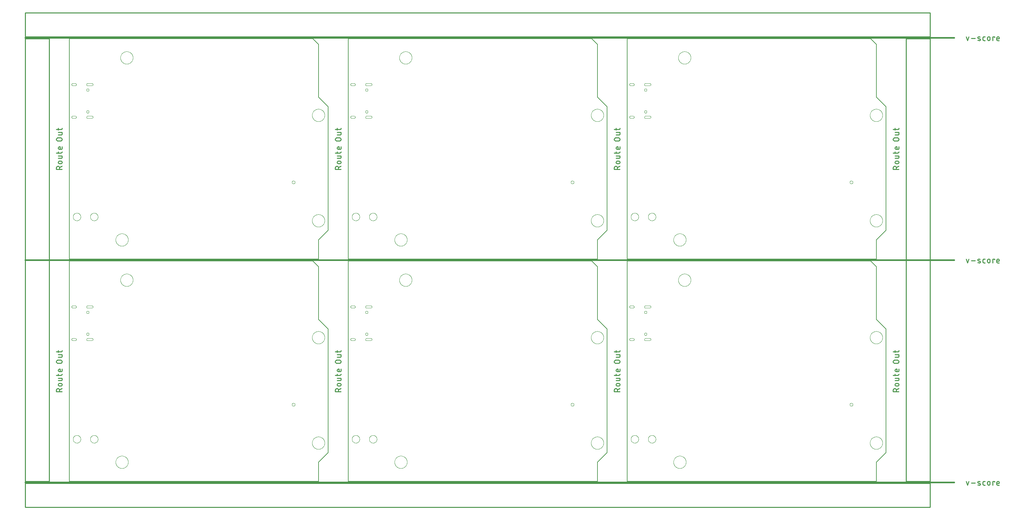
<source format=gko>
G04 EAGLE Gerber RS-274X export*
G75*
%MOMM*%
%FSLAX34Y34*%
%LPD*%
%IN*%
%IPPOS*%
%AMOC8*
5,1,8,0,0,1.08239X$1,22.5*%
G01*
%ADD10C,0.203200*%
%ADD11C,0.279400*%
%ADD12C,0.381000*%
%ADD13C,0.254000*%
%ADD14C,0.000000*%
%ADD15C,0.010000*%


D10*
X0Y584200D02*
X645160Y584200D01*
X660400Y568960D01*
X660400Y429260D02*
X685800Y403860D01*
X685800Y76200D01*
X660400Y50800D01*
X660400Y0D01*
X0Y0D01*
X0Y584200D01*
X660400Y568960D02*
X660400Y429260D01*
D11*
X-19177Y237604D02*
X-34163Y237604D01*
X-34163Y241767D01*
X-34161Y241895D01*
X-34155Y242023D01*
X-34145Y242151D01*
X-34131Y242279D01*
X-34114Y242406D01*
X-34092Y242532D01*
X-34067Y242658D01*
X-34037Y242782D01*
X-34004Y242906D01*
X-33967Y243029D01*
X-33926Y243151D01*
X-33882Y243271D01*
X-33834Y243390D01*
X-33782Y243507D01*
X-33727Y243623D01*
X-33668Y243736D01*
X-33605Y243849D01*
X-33539Y243959D01*
X-33470Y244066D01*
X-33398Y244172D01*
X-33322Y244276D01*
X-33243Y244377D01*
X-33161Y244476D01*
X-33076Y244572D01*
X-32989Y244665D01*
X-32898Y244756D01*
X-32805Y244843D01*
X-32709Y244928D01*
X-32610Y245010D01*
X-32509Y245089D01*
X-32405Y245165D01*
X-32299Y245237D01*
X-32192Y245306D01*
X-32081Y245372D01*
X-31969Y245435D01*
X-31856Y245494D01*
X-31740Y245549D01*
X-31623Y245601D01*
X-31504Y245649D01*
X-31384Y245693D01*
X-31262Y245734D01*
X-31139Y245771D01*
X-31015Y245804D01*
X-30891Y245834D01*
X-30765Y245859D01*
X-30639Y245881D01*
X-30512Y245898D01*
X-30384Y245912D01*
X-30256Y245922D01*
X-30128Y245928D01*
X-30000Y245930D01*
X-29872Y245928D01*
X-29744Y245922D01*
X-29616Y245912D01*
X-29488Y245898D01*
X-29361Y245881D01*
X-29235Y245859D01*
X-29109Y245834D01*
X-28985Y245804D01*
X-28861Y245771D01*
X-28738Y245734D01*
X-28616Y245693D01*
X-28496Y245649D01*
X-28377Y245601D01*
X-28260Y245549D01*
X-28144Y245494D01*
X-28031Y245435D01*
X-27919Y245372D01*
X-27808Y245306D01*
X-27701Y245237D01*
X-27595Y245165D01*
X-27491Y245089D01*
X-27390Y245010D01*
X-27291Y244928D01*
X-27195Y244843D01*
X-27102Y244756D01*
X-27011Y244665D01*
X-26924Y244572D01*
X-26839Y244476D01*
X-26757Y244377D01*
X-26678Y244276D01*
X-26602Y244172D01*
X-26530Y244066D01*
X-26461Y243959D01*
X-26395Y243849D01*
X-26332Y243736D01*
X-26273Y243623D01*
X-26218Y243507D01*
X-26166Y243390D01*
X-26118Y243271D01*
X-26074Y243151D01*
X-26033Y243029D01*
X-25996Y242906D01*
X-25963Y242782D01*
X-25933Y242658D01*
X-25908Y242532D01*
X-25886Y242406D01*
X-25869Y242279D01*
X-25855Y242151D01*
X-25845Y242023D01*
X-25839Y241895D01*
X-25837Y241767D01*
X-25837Y237604D01*
X-25837Y242599D02*
X-19177Y245929D01*
X-22507Y252888D02*
X-25837Y252888D01*
X-25951Y252890D01*
X-26064Y252896D01*
X-26178Y252905D01*
X-26290Y252919D01*
X-26403Y252936D01*
X-26515Y252958D01*
X-26625Y252983D01*
X-26735Y253011D01*
X-26844Y253044D01*
X-26952Y253080D01*
X-27059Y253120D01*
X-27164Y253164D01*
X-27267Y253211D01*
X-27369Y253261D01*
X-27469Y253315D01*
X-27567Y253373D01*
X-27663Y253434D01*
X-27757Y253497D01*
X-27849Y253565D01*
X-27939Y253635D01*
X-28025Y253708D01*
X-28110Y253784D01*
X-28192Y253863D01*
X-28271Y253945D01*
X-28347Y254030D01*
X-28420Y254116D01*
X-28490Y254206D01*
X-28558Y254298D01*
X-28621Y254392D01*
X-28682Y254488D01*
X-28740Y254586D01*
X-28794Y254686D01*
X-28844Y254788D01*
X-28891Y254891D01*
X-28935Y254996D01*
X-28975Y255103D01*
X-29011Y255211D01*
X-29044Y255320D01*
X-29072Y255430D01*
X-29097Y255540D01*
X-29119Y255652D01*
X-29136Y255765D01*
X-29150Y255877D01*
X-29159Y255991D01*
X-29165Y256104D01*
X-29167Y256218D01*
X-29165Y256332D01*
X-29159Y256445D01*
X-29150Y256559D01*
X-29136Y256671D01*
X-29119Y256784D01*
X-29097Y256896D01*
X-29072Y257006D01*
X-29044Y257116D01*
X-29011Y257225D01*
X-28975Y257333D01*
X-28935Y257440D01*
X-28891Y257545D01*
X-28844Y257648D01*
X-28794Y257750D01*
X-28740Y257850D01*
X-28682Y257948D01*
X-28621Y258044D01*
X-28558Y258138D01*
X-28490Y258230D01*
X-28420Y258320D01*
X-28347Y258406D01*
X-28271Y258491D01*
X-28192Y258573D01*
X-28110Y258652D01*
X-28025Y258728D01*
X-27939Y258801D01*
X-27849Y258871D01*
X-27757Y258939D01*
X-27663Y259002D01*
X-27567Y259063D01*
X-27469Y259121D01*
X-27369Y259175D01*
X-27267Y259225D01*
X-27164Y259272D01*
X-27059Y259316D01*
X-26952Y259356D01*
X-26844Y259392D01*
X-26735Y259425D01*
X-26625Y259453D01*
X-26515Y259478D01*
X-26403Y259500D01*
X-26290Y259517D01*
X-26178Y259531D01*
X-26064Y259540D01*
X-25951Y259546D01*
X-25837Y259548D01*
X-22507Y259548D01*
X-22393Y259546D01*
X-22280Y259540D01*
X-22166Y259531D01*
X-22054Y259517D01*
X-21941Y259500D01*
X-21829Y259478D01*
X-21719Y259453D01*
X-21609Y259425D01*
X-21500Y259392D01*
X-21392Y259356D01*
X-21285Y259316D01*
X-21180Y259272D01*
X-21077Y259225D01*
X-20975Y259175D01*
X-20875Y259121D01*
X-20777Y259063D01*
X-20681Y259002D01*
X-20587Y258939D01*
X-20495Y258871D01*
X-20405Y258801D01*
X-20319Y258728D01*
X-20234Y258652D01*
X-20152Y258573D01*
X-20073Y258491D01*
X-19997Y258406D01*
X-19924Y258320D01*
X-19854Y258230D01*
X-19786Y258138D01*
X-19723Y258044D01*
X-19662Y257948D01*
X-19604Y257850D01*
X-19550Y257750D01*
X-19500Y257648D01*
X-19453Y257545D01*
X-19409Y257440D01*
X-19369Y257333D01*
X-19333Y257225D01*
X-19300Y257116D01*
X-19272Y257006D01*
X-19247Y256896D01*
X-19225Y256784D01*
X-19208Y256671D01*
X-19194Y256559D01*
X-19185Y256445D01*
X-19179Y256332D01*
X-19177Y256218D01*
X-19179Y256104D01*
X-19185Y255991D01*
X-19194Y255877D01*
X-19208Y255765D01*
X-19225Y255652D01*
X-19247Y255540D01*
X-19272Y255430D01*
X-19300Y255320D01*
X-19333Y255211D01*
X-19369Y255103D01*
X-19409Y254996D01*
X-19453Y254891D01*
X-19500Y254788D01*
X-19550Y254686D01*
X-19604Y254586D01*
X-19662Y254488D01*
X-19723Y254392D01*
X-19786Y254298D01*
X-19854Y254206D01*
X-19924Y254116D01*
X-19997Y254030D01*
X-20073Y253945D01*
X-20152Y253863D01*
X-20234Y253784D01*
X-20319Y253708D01*
X-20405Y253635D01*
X-20495Y253565D01*
X-20587Y253497D01*
X-20681Y253434D01*
X-20777Y253373D01*
X-20875Y253315D01*
X-20975Y253261D01*
X-21077Y253211D01*
X-21180Y253164D01*
X-21285Y253120D01*
X-21392Y253080D01*
X-21500Y253044D01*
X-21609Y253011D01*
X-21719Y252983D01*
X-21829Y252958D01*
X-21941Y252936D01*
X-22054Y252919D01*
X-22166Y252905D01*
X-22280Y252896D01*
X-22393Y252890D01*
X-22507Y252888D01*
X-21675Y266956D02*
X-29168Y266956D01*
X-21675Y266955D02*
X-21577Y266957D01*
X-21479Y266963D01*
X-21381Y266972D01*
X-21284Y266986D01*
X-21188Y267003D01*
X-21092Y267024D01*
X-20997Y267049D01*
X-20903Y267077D01*
X-20810Y267109D01*
X-20719Y267145D01*
X-20629Y267184D01*
X-20541Y267227D01*
X-20454Y267274D01*
X-20370Y267323D01*
X-20287Y267376D01*
X-20207Y267432D01*
X-20129Y267491D01*
X-20053Y267554D01*
X-19979Y267619D01*
X-19909Y267687D01*
X-19841Y267757D01*
X-19776Y267831D01*
X-19713Y267907D01*
X-19654Y267985D01*
X-19598Y268065D01*
X-19545Y268148D01*
X-19496Y268232D01*
X-19449Y268319D01*
X-19406Y268407D01*
X-19367Y268497D01*
X-19331Y268588D01*
X-19299Y268681D01*
X-19271Y268775D01*
X-19246Y268870D01*
X-19225Y268966D01*
X-19208Y269062D01*
X-19194Y269159D01*
X-19185Y269257D01*
X-19179Y269355D01*
X-19177Y269453D01*
X-19177Y273616D01*
X-29168Y273616D01*
X-29168Y279597D02*
X-29168Y284592D01*
X-34163Y281262D02*
X-21675Y281262D01*
X-21577Y281264D01*
X-21479Y281270D01*
X-21381Y281279D01*
X-21284Y281293D01*
X-21188Y281310D01*
X-21092Y281331D01*
X-20997Y281356D01*
X-20903Y281384D01*
X-20810Y281416D01*
X-20719Y281452D01*
X-20629Y281491D01*
X-20541Y281534D01*
X-20454Y281581D01*
X-20370Y281630D01*
X-20287Y281683D01*
X-20207Y281739D01*
X-20129Y281798D01*
X-20053Y281861D01*
X-19979Y281926D01*
X-19909Y281994D01*
X-19841Y282064D01*
X-19776Y282138D01*
X-19713Y282214D01*
X-19654Y282292D01*
X-19598Y282372D01*
X-19545Y282455D01*
X-19496Y282539D01*
X-19449Y282626D01*
X-19406Y282714D01*
X-19367Y282804D01*
X-19331Y282895D01*
X-19299Y282988D01*
X-19271Y283082D01*
X-19246Y283177D01*
X-19225Y283273D01*
X-19208Y283369D01*
X-19194Y283466D01*
X-19185Y283564D01*
X-19179Y283662D01*
X-19177Y283760D01*
X-19177Y284592D01*
X-19177Y293421D02*
X-19177Y297584D01*
X-19177Y293421D02*
X-19179Y293323D01*
X-19185Y293225D01*
X-19194Y293127D01*
X-19208Y293030D01*
X-19225Y292934D01*
X-19246Y292838D01*
X-19271Y292743D01*
X-19299Y292649D01*
X-19331Y292556D01*
X-19367Y292465D01*
X-19406Y292375D01*
X-19449Y292287D01*
X-19496Y292200D01*
X-19545Y292116D01*
X-19598Y292033D01*
X-19654Y291953D01*
X-19713Y291875D01*
X-19776Y291799D01*
X-19841Y291725D01*
X-19909Y291655D01*
X-19979Y291587D01*
X-20053Y291522D01*
X-20129Y291459D01*
X-20207Y291400D01*
X-20287Y291344D01*
X-20370Y291291D01*
X-20454Y291242D01*
X-20541Y291195D01*
X-20629Y291152D01*
X-20719Y291113D01*
X-20810Y291077D01*
X-20903Y291045D01*
X-20997Y291017D01*
X-21092Y290992D01*
X-21188Y290971D01*
X-21284Y290954D01*
X-21381Y290940D01*
X-21479Y290931D01*
X-21577Y290925D01*
X-21675Y290923D01*
X-21675Y290924D02*
X-25837Y290924D01*
X-25951Y290926D01*
X-26064Y290932D01*
X-26178Y290941D01*
X-26290Y290955D01*
X-26403Y290972D01*
X-26515Y290994D01*
X-26625Y291019D01*
X-26735Y291047D01*
X-26844Y291080D01*
X-26952Y291116D01*
X-27059Y291156D01*
X-27164Y291200D01*
X-27267Y291247D01*
X-27369Y291297D01*
X-27469Y291351D01*
X-27567Y291409D01*
X-27663Y291470D01*
X-27757Y291533D01*
X-27849Y291601D01*
X-27939Y291671D01*
X-28025Y291744D01*
X-28110Y291820D01*
X-28192Y291899D01*
X-28271Y291981D01*
X-28347Y292066D01*
X-28420Y292152D01*
X-28490Y292242D01*
X-28558Y292334D01*
X-28621Y292428D01*
X-28682Y292524D01*
X-28740Y292622D01*
X-28794Y292722D01*
X-28844Y292824D01*
X-28891Y292927D01*
X-28935Y293032D01*
X-28975Y293139D01*
X-29011Y293247D01*
X-29044Y293356D01*
X-29072Y293466D01*
X-29097Y293576D01*
X-29119Y293688D01*
X-29136Y293801D01*
X-29150Y293913D01*
X-29159Y294027D01*
X-29165Y294140D01*
X-29167Y294254D01*
X-29165Y294368D01*
X-29159Y294481D01*
X-29150Y294595D01*
X-29136Y294707D01*
X-29119Y294820D01*
X-29097Y294932D01*
X-29072Y295042D01*
X-29044Y295152D01*
X-29011Y295261D01*
X-28975Y295369D01*
X-28935Y295476D01*
X-28891Y295581D01*
X-28844Y295684D01*
X-28794Y295786D01*
X-28740Y295886D01*
X-28682Y295984D01*
X-28621Y296080D01*
X-28558Y296174D01*
X-28490Y296266D01*
X-28420Y296356D01*
X-28347Y296442D01*
X-28271Y296527D01*
X-28192Y296609D01*
X-28110Y296688D01*
X-28025Y296764D01*
X-27939Y296837D01*
X-27849Y296907D01*
X-27757Y296975D01*
X-27663Y297038D01*
X-27567Y297099D01*
X-27469Y297157D01*
X-27369Y297211D01*
X-27267Y297261D01*
X-27164Y297308D01*
X-27059Y297352D01*
X-26952Y297392D01*
X-26844Y297428D01*
X-26735Y297461D01*
X-26625Y297489D01*
X-26515Y297514D01*
X-26403Y297536D01*
X-26290Y297553D01*
X-26178Y297567D01*
X-26064Y297576D01*
X-25951Y297582D01*
X-25837Y297584D01*
X-24172Y297584D01*
X-24172Y290924D01*
X-23340Y313017D02*
X-30000Y313017D01*
X-30128Y313019D01*
X-30256Y313025D01*
X-30384Y313035D01*
X-30512Y313049D01*
X-30639Y313066D01*
X-30765Y313088D01*
X-30891Y313113D01*
X-31015Y313143D01*
X-31139Y313176D01*
X-31262Y313213D01*
X-31384Y313254D01*
X-31504Y313298D01*
X-31623Y313346D01*
X-31740Y313398D01*
X-31856Y313453D01*
X-31969Y313512D01*
X-32082Y313575D01*
X-32192Y313641D01*
X-32299Y313710D01*
X-32405Y313782D01*
X-32509Y313858D01*
X-32610Y313937D01*
X-32709Y314019D01*
X-32805Y314104D01*
X-32898Y314191D01*
X-32989Y314282D01*
X-33076Y314375D01*
X-33161Y314471D01*
X-33243Y314570D01*
X-33322Y314671D01*
X-33398Y314775D01*
X-33470Y314881D01*
X-33539Y314988D01*
X-33605Y315099D01*
X-33668Y315211D01*
X-33727Y315324D01*
X-33782Y315440D01*
X-33834Y315557D01*
X-33882Y315676D01*
X-33926Y315796D01*
X-33967Y315918D01*
X-34004Y316041D01*
X-34037Y316165D01*
X-34067Y316289D01*
X-34092Y316415D01*
X-34114Y316541D01*
X-34131Y316668D01*
X-34145Y316796D01*
X-34155Y316924D01*
X-34161Y317052D01*
X-34163Y317180D01*
X-34161Y317308D01*
X-34155Y317436D01*
X-34145Y317564D01*
X-34131Y317692D01*
X-34114Y317819D01*
X-34092Y317945D01*
X-34067Y318071D01*
X-34037Y318195D01*
X-34004Y318319D01*
X-33967Y318442D01*
X-33926Y318564D01*
X-33882Y318684D01*
X-33834Y318803D01*
X-33782Y318920D01*
X-33727Y319036D01*
X-33668Y319149D01*
X-33605Y319262D01*
X-33539Y319372D01*
X-33470Y319479D01*
X-33398Y319585D01*
X-33322Y319689D01*
X-33243Y319790D01*
X-33161Y319889D01*
X-33076Y319985D01*
X-32989Y320078D01*
X-32898Y320169D01*
X-32805Y320256D01*
X-32709Y320341D01*
X-32610Y320423D01*
X-32509Y320502D01*
X-32405Y320578D01*
X-32299Y320650D01*
X-32192Y320719D01*
X-32081Y320785D01*
X-31969Y320848D01*
X-31856Y320907D01*
X-31740Y320962D01*
X-31623Y321014D01*
X-31504Y321062D01*
X-31384Y321106D01*
X-31262Y321147D01*
X-31139Y321184D01*
X-31015Y321217D01*
X-30891Y321247D01*
X-30765Y321272D01*
X-30639Y321294D01*
X-30512Y321311D01*
X-30384Y321325D01*
X-30256Y321335D01*
X-30128Y321341D01*
X-30000Y321343D01*
X-30000Y321342D02*
X-23340Y321342D01*
X-23340Y321343D02*
X-23212Y321341D01*
X-23084Y321335D01*
X-22956Y321325D01*
X-22828Y321311D01*
X-22701Y321294D01*
X-22575Y321272D01*
X-22449Y321247D01*
X-22325Y321217D01*
X-22201Y321184D01*
X-22078Y321147D01*
X-21956Y321106D01*
X-21836Y321062D01*
X-21717Y321014D01*
X-21600Y320962D01*
X-21484Y320907D01*
X-21371Y320848D01*
X-21258Y320785D01*
X-21148Y320719D01*
X-21041Y320650D01*
X-20935Y320578D01*
X-20831Y320502D01*
X-20730Y320423D01*
X-20631Y320341D01*
X-20535Y320256D01*
X-20442Y320169D01*
X-20351Y320078D01*
X-20264Y319985D01*
X-20179Y319889D01*
X-20097Y319790D01*
X-20018Y319689D01*
X-19942Y319585D01*
X-19870Y319479D01*
X-19801Y319372D01*
X-19735Y319262D01*
X-19672Y319149D01*
X-19613Y319036D01*
X-19558Y318920D01*
X-19506Y318803D01*
X-19458Y318684D01*
X-19414Y318564D01*
X-19373Y318442D01*
X-19336Y318319D01*
X-19303Y318195D01*
X-19273Y318071D01*
X-19248Y317945D01*
X-19226Y317819D01*
X-19209Y317692D01*
X-19195Y317564D01*
X-19185Y317436D01*
X-19179Y317308D01*
X-19177Y317180D01*
X-19179Y317052D01*
X-19185Y316924D01*
X-19195Y316796D01*
X-19209Y316668D01*
X-19226Y316541D01*
X-19248Y316415D01*
X-19273Y316289D01*
X-19303Y316165D01*
X-19336Y316041D01*
X-19373Y315918D01*
X-19414Y315796D01*
X-19458Y315676D01*
X-19506Y315557D01*
X-19558Y315440D01*
X-19613Y315324D01*
X-19672Y315211D01*
X-19735Y315099D01*
X-19801Y314988D01*
X-19870Y314881D01*
X-19942Y314775D01*
X-20018Y314671D01*
X-20097Y314570D01*
X-20179Y314471D01*
X-20264Y314375D01*
X-20351Y314282D01*
X-20442Y314191D01*
X-20535Y314104D01*
X-20631Y314019D01*
X-20730Y313937D01*
X-20831Y313858D01*
X-20935Y313782D01*
X-21041Y313710D01*
X-21148Y313641D01*
X-21259Y313575D01*
X-21371Y313512D01*
X-21484Y313453D01*
X-21600Y313398D01*
X-21717Y313346D01*
X-21836Y313298D01*
X-21956Y313254D01*
X-22078Y313213D01*
X-22201Y313176D01*
X-22325Y313143D01*
X-22449Y313113D01*
X-22575Y313088D01*
X-22701Y313066D01*
X-22828Y313049D01*
X-22956Y313035D01*
X-23084Y313025D01*
X-23212Y313019D01*
X-23340Y313017D01*
X-21675Y328959D02*
X-29168Y328959D01*
X-21675Y328959D02*
X-21577Y328961D01*
X-21479Y328967D01*
X-21381Y328976D01*
X-21284Y328990D01*
X-21188Y329007D01*
X-21092Y329028D01*
X-20997Y329053D01*
X-20903Y329081D01*
X-20810Y329113D01*
X-20719Y329149D01*
X-20629Y329188D01*
X-20541Y329231D01*
X-20454Y329278D01*
X-20370Y329327D01*
X-20287Y329380D01*
X-20207Y329436D01*
X-20129Y329495D01*
X-20053Y329558D01*
X-19979Y329623D01*
X-19909Y329691D01*
X-19841Y329761D01*
X-19776Y329835D01*
X-19713Y329911D01*
X-19654Y329989D01*
X-19598Y330069D01*
X-19545Y330152D01*
X-19496Y330236D01*
X-19449Y330323D01*
X-19406Y330411D01*
X-19367Y330501D01*
X-19331Y330592D01*
X-19299Y330685D01*
X-19271Y330779D01*
X-19246Y330874D01*
X-19225Y330970D01*
X-19208Y331066D01*
X-19194Y331163D01*
X-19185Y331261D01*
X-19179Y331359D01*
X-19177Y331457D01*
X-19177Y335620D01*
X-29168Y335620D01*
X-29168Y341601D02*
X-29168Y346596D01*
X-34163Y343266D02*
X-21675Y343266D01*
X-21577Y343268D01*
X-21479Y343274D01*
X-21381Y343283D01*
X-21284Y343297D01*
X-21188Y343314D01*
X-21092Y343335D01*
X-20997Y343360D01*
X-20903Y343388D01*
X-20810Y343420D01*
X-20719Y343456D01*
X-20629Y343495D01*
X-20541Y343538D01*
X-20454Y343585D01*
X-20370Y343634D01*
X-20287Y343687D01*
X-20207Y343743D01*
X-20129Y343802D01*
X-20053Y343865D01*
X-19979Y343930D01*
X-19909Y343998D01*
X-19841Y344068D01*
X-19776Y344142D01*
X-19713Y344218D01*
X-19654Y344296D01*
X-19598Y344376D01*
X-19545Y344459D01*
X-19496Y344543D01*
X-19449Y344630D01*
X-19406Y344718D01*
X-19367Y344808D01*
X-19331Y344899D01*
X-19299Y344992D01*
X-19271Y345086D01*
X-19246Y345181D01*
X-19225Y345277D01*
X-19208Y345373D01*
X-19194Y345470D01*
X-19185Y345568D01*
X-19179Y345666D01*
X-19177Y345764D01*
X-19177Y346596D01*
D10*
X739140Y584200D02*
X1384300Y584200D01*
X1399540Y568960D01*
X1399540Y429260D02*
X1424940Y403860D01*
X1424940Y76200D01*
X1399540Y50800D01*
X1399540Y0D01*
X739140Y0D01*
X739140Y584200D01*
X1399540Y568960D02*
X1399540Y429260D01*
D11*
X719963Y237604D02*
X704977Y237604D01*
X704977Y241767D01*
X704979Y241895D01*
X704985Y242023D01*
X704995Y242151D01*
X705009Y242279D01*
X705026Y242406D01*
X705048Y242532D01*
X705073Y242658D01*
X705103Y242782D01*
X705136Y242906D01*
X705173Y243029D01*
X705214Y243151D01*
X705258Y243271D01*
X705306Y243390D01*
X705358Y243507D01*
X705413Y243623D01*
X705472Y243736D01*
X705535Y243849D01*
X705601Y243959D01*
X705670Y244066D01*
X705742Y244172D01*
X705818Y244276D01*
X705897Y244377D01*
X705979Y244476D01*
X706064Y244572D01*
X706151Y244665D01*
X706242Y244756D01*
X706335Y244843D01*
X706431Y244928D01*
X706530Y245010D01*
X706631Y245089D01*
X706735Y245165D01*
X706841Y245237D01*
X706948Y245306D01*
X707059Y245372D01*
X707171Y245435D01*
X707284Y245494D01*
X707400Y245549D01*
X707517Y245601D01*
X707636Y245649D01*
X707756Y245693D01*
X707878Y245734D01*
X708001Y245771D01*
X708125Y245804D01*
X708249Y245834D01*
X708375Y245859D01*
X708501Y245881D01*
X708628Y245898D01*
X708756Y245912D01*
X708884Y245922D01*
X709012Y245928D01*
X709140Y245930D01*
X709268Y245928D01*
X709396Y245922D01*
X709524Y245912D01*
X709652Y245898D01*
X709779Y245881D01*
X709905Y245859D01*
X710031Y245834D01*
X710155Y245804D01*
X710279Y245771D01*
X710402Y245734D01*
X710524Y245693D01*
X710644Y245649D01*
X710763Y245601D01*
X710880Y245549D01*
X710996Y245494D01*
X711109Y245435D01*
X711222Y245372D01*
X711332Y245306D01*
X711439Y245237D01*
X711545Y245165D01*
X711649Y245089D01*
X711750Y245010D01*
X711849Y244928D01*
X711945Y244843D01*
X712038Y244756D01*
X712129Y244665D01*
X712216Y244572D01*
X712301Y244476D01*
X712383Y244377D01*
X712462Y244276D01*
X712538Y244172D01*
X712610Y244066D01*
X712679Y243959D01*
X712745Y243849D01*
X712808Y243736D01*
X712867Y243623D01*
X712922Y243507D01*
X712974Y243390D01*
X713022Y243271D01*
X713066Y243151D01*
X713107Y243029D01*
X713144Y242906D01*
X713177Y242782D01*
X713207Y242658D01*
X713232Y242532D01*
X713254Y242406D01*
X713271Y242279D01*
X713285Y242151D01*
X713295Y242023D01*
X713301Y241895D01*
X713303Y241767D01*
X713303Y237604D01*
X713303Y242599D02*
X719963Y245929D01*
X716633Y252888D02*
X713303Y252888D01*
X713189Y252890D01*
X713076Y252896D01*
X712962Y252905D01*
X712850Y252919D01*
X712737Y252936D01*
X712625Y252958D01*
X712515Y252983D01*
X712405Y253011D01*
X712296Y253044D01*
X712188Y253080D01*
X712081Y253120D01*
X711976Y253164D01*
X711873Y253211D01*
X711771Y253261D01*
X711671Y253315D01*
X711573Y253373D01*
X711477Y253434D01*
X711383Y253497D01*
X711291Y253565D01*
X711201Y253635D01*
X711115Y253708D01*
X711030Y253784D01*
X710948Y253863D01*
X710869Y253945D01*
X710793Y254030D01*
X710720Y254116D01*
X710650Y254206D01*
X710582Y254298D01*
X710519Y254392D01*
X710458Y254488D01*
X710400Y254586D01*
X710346Y254686D01*
X710296Y254788D01*
X710249Y254891D01*
X710205Y254996D01*
X710165Y255103D01*
X710129Y255211D01*
X710096Y255320D01*
X710068Y255430D01*
X710043Y255540D01*
X710021Y255652D01*
X710004Y255765D01*
X709990Y255877D01*
X709981Y255991D01*
X709975Y256104D01*
X709973Y256218D01*
X709975Y256332D01*
X709981Y256445D01*
X709990Y256559D01*
X710004Y256671D01*
X710021Y256784D01*
X710043Y256896D01*
X710068Y257006D01*
X710096Y257116D01*
X710129Y257225D01*
X710165Y257333D01*
X710205Y257440D01*
X710249Y257545D01*
X710296Y257648D01*
X710346Y257750D01*
X710400Y257850D01*
X710458Y257948D01*
X710519Y258044D01*
X710582Y258138D01*
X710650Y258230D01*
X710720Y258320D01*
X710793Y258406D01*
X710869Y258491D01*
X710948Y258573D01*
X711030Y258652D01*
X711115Y258728D01*
X711201Y258801D01*
X711291Y258871D01*
X711383Y258939D01*
X711477Y259002D01*
X711573Y259063D01*
X711671Y259121D01*
X711771Y259175D01*
X711873Y259225D01*
X711976Y259272D01*
X712081Y259316D01*
X712188Y259356D01*
X712296Y259392D01*
X712405Y259425D01*
X712515Y259453D01*
X712625Y259478D01*
X712737Y259500D01*
X712850Y259517D01*
X712962Y259531D01*
X713076Y259540D01*
X713189Y259546D01*
X713303Y259548D01*
X716633Y259548D01*
X716747Y259546D01*
X716860Y259540D01*
X716974Y259531D01*
X717086Y259517D01*
X717199Y259500D01*
X717311Y259478D01*
X717421Y259453D01*
X717531Y259425D01*
X717640Y259392D01*
X717748Y259356D01*
X717855Y259316D01*
X717960Y259272D01*
X718063Y259225D01*
X718165Y259175D01*
X718265Y259121D01*
X718363Y259063D01*
X718459Y259002D01*
X718553Y258939D01*
X718645Y258871D01*
X718735Y258801D01*
X718821Y258728D01*
X718906Y258652D01*
X718988Y258573D01*
X719067Y258491D01*
X719143Y258406D01*
X719216Y258320D01*
X719286Y258230D01*
X719354Y258138D01*
X719417Y258044D01*
X719478Y257948D01*
X719536Y257850D01*
X719590Y257750D01*
X719640Y257648D01*
X719687Y257545D01*
X719731Y257440D01*
X719771Y257333D01*
X719807Y257225D01*
X719840Y257116D01*
X719868Y257006D01*
X719893Y256896D01*
X719915Y256784D01*
X719932Y256671D01*
X719946Y256559D01*
X719955Y256445D01*
X719961Y256332D01*
X719963Y256218D01*
X719961Y256104D01*
X719955Y255991D01*
X719946Y255877D01*
X719932Y255765D01*
X719915Y255652D01*
X719893Y255540D01*
X719868Y255430D01*
X719840Y255320D01*
X719807Y255211D01*
X719771Y255103D01*
X719731Y254996D01*
X719687Y254891D01*
X719640Y254788D01*
X719590Y254686D01*
X719536Y254586D01*
X719478Y254488D01*
X719417Y254392D01*
X719354Y254298D01*
X719286Y254206D01*
X719216Y254116D01*
X719143Y254030D01*
X719067Y253945D01*
X718988Y253863D01*
X718906Y253784D01*
X718821Y253708D01*
X718735Y253635D01*
X718645Y253565D01*
X718553Y253497D01*
X718459Y253434D01*
X718363Y253373D01*
X718265Y253315D01*
X718165Y253261D01*
X718063Y253211D01*
X717960Y253164D01*
X717855Y253120D01*
X717748Y253080D01*
X717640Y253044D01*
X717531Y253011D01*
X717421Y252983D01*
X717311Y252958D01*
X717199Y252936D01*
X717086Y252919D01*
X716974Y252905D01*
X716860Y252896D01*
X716747Y252890D01*
X716633Y252888D01*
X717465Y266956D02*
X709972Y266956D01*
X717465Y266955D02*
X717563Y266957D01*
X717661Y266963D01*
X717759Y266972D01*
X717856Y266986D01*
X717952Y267003D01*
X718048Y267024D01*
X718143Y267049D01*
X718237Y267077D01*
X718330Y267109D01*
X718421Y267145D01*
X718511Y267184D01*
X718599Y267227D01*
X718686Y267274D01*
X718770Y267323D01*
X718853Y267376D01*
X718933Y267432D01*
X719012Y267491D01*
X719087Y267554D01*
X719161Y267619D01*
X719231Y267687D01*
X719299Y267757D01*
X719365Y267831D01*
X719427Y267907D01*
X719486Y267985D01*
X719542Y268065D01*
X719595Y268148D01*
X719645Y268232D01*
X719691Y268319D01*
X719734Y268407D01*
X719773Y268497D01*
X719809Y268588D01*
X719841Y268681D01*
X719869Y268775D01*
X719894Y268870D01*
X719915Y268966D01*
X719932Y269062D01*
X719946Y269159D01*
X719955Y269257D01*
X719961Y269355D01*
X719963Y269453D01*
X719963Y273616D01*
X709972Y273616D01*
X709972Y279597D02*
X709972Y284592D01*
X704977Y281262D02*
X717465Y281262D01*
X717563Y281264D01*
X717661Y281270D01*
X717759Y281279D01*
X717856Y281293D01*
X717952Y281310D01*
X718048Y281331D01*
X718143Y281356D01*
X718237Y281384D01*
X718330Y281416D01*
X718421Y281452D01*
X718511Y281491D01*
X718599Y281534D01*
X718686Y281581D01*
X718770Y281630D01*
X718853Y281683D01*
X718933Y281739D01*
X719012Y281798D01*
X719087Y281861D01*
X719161Y281926D01*
X719231Y281994D01*
X719299Y282064D01*
X719365Y282138D01*
X719427Y282214D01*
X719486Y282292D01*
X719542Y282372D01*
X719595Y282455D01*
X719645Y282539D01*
X719691Y282626D01*
X719734Y282714D01*
X719773Y282804D01*
X719809Y282895D01*
X719841Y282988D01*
X719869Y283082D01*
X719894Y283177D01*
X719915Y283273D01*
X719932Y283369D01*
X719946Y283466D01*
X719955Y283564D01*
X719961Y283662D01*
X719963Y283760D01*
X719963Y284592D01*
X719963Y293421D02*
X719963Y297584D01*
X719963Y293421D02*
X719961Y293323D01*
X719955Y293225D01*
X719946Y293127D01*
X719932Y293030D01*
X719915Y292934D01*
X719894Y292838D01*
X719869Y292743D01*
X719841Y292649D01*
X719809Y292556D01*
X719773Y292465D01*
X719734Y292375D01*
X719691Y292287D01*
X719644Y292200D01*
X719595Y292116D01*
X719542Y292033D01*
X719486Y291953D01*
X719427Y291875D01*
X719365Y291799D01*
X719299Y291725D01*
X719231Y291655D01*
X719161Y291587D01*
X719087Y291522D01*
X719012Y291459D01*
X718933Y291400D01*
X718853Y291344D01*
X718770Y291291D01*
X718686Y291242D01*
X718599Y291195D01*
X718511Y291152D01*
X718421Y291113D01*
X718330Y291077D01*
X718237Y291045D01*
X718143Y291017D01*
X718048Y290992D01*
X717952Y290971D01*
X717856Y290954D01*
X717759Y290940D01*
X717661Y290931D01*
X717563Y290925D01*
X717465Y290923D01*
X717465Y290924D02*
X713303Y290924D01*
X713189Y290926D01*
X713076Y290932D01*
X712962Y290941D01*
X712850Y290955D01*
X712737Y290972D01*
X712625Y290994D01*
X712515Y291019D01*
X712405Y291047D01*
X712296Y291080D01*
X712188Y291116D01*
X712081Y291156D01*
X711976Y291200D01*
X711873Y291247D01*
X711771Y291297D01*
X711671Y291351D01*
X711573Y291409D01*
X711477Y291470D01*
X711383Y291533D01*
X711291Y291601D01*
X711201Y291671D01*
X711115Y291744D01*
X711030Y291820D01*
X710948Y291899D01*
X710869Y291981D01*
X710793Y292066D01*
X710720Y292152D01*
X710650Y292242D01*
X710582Y292334D01*
X710519Y292428D01*
X710458Y292524D01*
X710400Y292622D01*
X710346Y292722D01*
X710296Y292824D01*
X710249Y292927D01*
X710205Y293032D01*
X710165Y293139D01*
X710129Y293247D01*
X710096Y293356D01*
X710068Y293466D01*
X710043Y293576D01*
X710021Y293688D01*
X710004Y293801D01*
X709990Y293913D01*
X709981Y294027D01*
X709975Y294140D01*
X709973Y294254D01*
X709975Y294368D01*
X709981Y294481D01*
X709990Y294595D01*
X710004Y294707D01*
X710021Y294820D01*
X710043Y294932D01*
X710068Y295042D01*
X710096Y295152D01*
X710129Y295261D01*
X710165Y295369D01*
X710205Y295476D01*
X710249Y295581D01*
X710296Y295684D01*
X710346Y295786D01*
X710400Y295886D01*
X710458Y295984D01*
X710519Y296080D01*
X710582Y296174D01*
X710650Y296266D01*
X710720Y296356D01*
X710793Y296442D01*
X710869Y296527D01*
X710948Y296609D01*
X711030Y296688D01*
X711115Y296764D01*
X711201Y296837D01*
X711291Y296907D01*
X711383Y296975D01*
X711477Y297038D01*
X711573Y297099D01*
X711671Y297157D01*
X711771Y297211D01*
X711873Y297261D01*
X711976Y297308D01*
X712081Y297352D01*
X712188Y297392D01*
X712296Y297428D01*
X712405Y297461D01*
X712515Y297489D01*
X712625Y297514D01*
X712737Y297536D01*
X712850Y297553D01*
X712962Y297567D01*
X713076Y297576D01*
X713189Y297582D01*
X713303Y297584D01*
X714968Y297584D01*
X714968Y290924D01*
X715800Y313017D02*
X709140Y313017D01*
X709012Y313019D01*
X708884Y313025D01*
X708756Y313035D01*
X708628Y313049D01*
X708501Y313066D01*
X708375Y313088D01*
X708249Y313113D01*
X708125Y313143D01*
X708001Y313176D01*
X707878Y313213D01*
X707756Y313254D01*
X707636Y313298D01*
X707517Y313346D01*
X707400Y313398D01*
X707284Y313453D01*
X707171Y313512D01*
X707059Y313575D01*
X706948Y313641D01*
X706841Y313710D01*
X706735Y313782D01*
X706631Y313858D01*
X706530Y313937D01*
X706431Y314019D01*
X706335Y314104D01*
X706242Y314191D01*
X706151Y314282D01*
X706064Y314375D01*
X705979Y314471D01*
X705897Y314570D01*
X705818Y314671D01*
X705742Y314775D01*
X705670Y314881D01*
X705601Y314988D01*
X705535Y315099D01*
X705472Y315211D01*
X705413Y315324D01*
X705358Y315440D01*
X705306Y315557D01*
X705258Y315676D01*
X705214Y315796D01*
X705173Y315918D01*
X705136Y316041D01*
X705103Y316165D01*
X705073Y316289D01*
X705048Y316415D01*
X705026Y316541D01*
X705009Y316668D01*
X704995Y316796D01*
X704985Y316924D01*
X704979Y317052D01*
X704977Y317180D01*
X704979Y317308D01*
X704985Y317436D01*
X704995Y317564D01*
X705009Y317692D01*
X705026Y317819D01*
X705048Y317945D01*
X705073Y318071D01*
X705103Y318195D01*
X705136Y318319D01*
X705173Y318442D01*
X705214Y318564D01*
X705258Y318684D01*
X705306Y318803D01*
X705358Y318920D01*
X705413Y319036D01*
X705472Y319149D01*
X705535Y319262D01*
X705601Y319372D01*
X705670Y319479D01*
X705742Y319585D01*
X705818Y319689D01*
X705897Y319790D01*
X705979Y319889D01*
X706064Y319985D01*
X706151Y320078D01*
X706242Y320169D01*
X706335Y320256D01*
X706431Y320341D01*
X706530Y320423D01*
X706631Y320502D01*
X706735Y320578D01*
X706841Y320650D01*
X706948Y320719D01*
X707059Y320785D01*
X707171Y320848D01*
X707284Y320907D01*
X707400Y320962D01*
X707517Y321014D01*
X707636Y321062D01*
X707756Y321106D01*
X707878Y321147D01*
X708001Y321184D01*
X708125Y321217D01*
X708249Y321247D01*
X708375Y321272D01*
X708501Y321294D01*
X708628Y321311D01*
X708756Y321325D01*
X708884Y321335D01*
X709012Y321341D01*
X709140Y321343D01*
X709140Y321342D02*
X715800Y321342D01*
X715800Y321343D02*
X715928Y321341D01*
X716056Y321335D01*
X716184Y321325D01*
X716312Y321311D01*
X716439Y321294D01*
X716565Y321272D01*
X716691Y321247D01*
X716815Y321217D01*
X716939Y321184D01*
X717062Y321147D01*
X717184Y321106D01*
X717304Y321062D01*
X717423Y321014D01*
X717540Y320962D01*
X717656Y320907D01*
X717769Y320848D01*
X717882Y320785D01*
X717992Y320719D01*
X718099Y320650D01*
X718205Y320578D01*
X718309Y320502D01*
X718410Y320423D01*
X718509Y320341D01*
X718605Y320256D01*
X718698Y320169D01*
X718789Y320078D01*
X718876Y319985D01*
X718961Y319889D01*
X719043Y319790D01*
X719122Y319689D01*
X719198Y319585D01*
X719270Y319479D01*
X719339Y319372D01*
X719405Y319262D01*
X719468Y319149D01*
X719527Y319036D01*
X719582Y318920D01*
X719634Y318803D01*
X719682Y318684D01*
X719726Y318564D01*
X719767Y318442D01*
X719804Y318319D01*
X719837Y318195D01*
X719867Y318071D01*
X719892Y317945D01*
X719914Y317819D01*
X719931Y317692D01*
X719945Y317564D01*
X719955Y317436D01*
X719961Y317308D01*
X719963Y317180D01*
X719961Y317052D01*
X719955Y316924D01*
X719945Y316796D01*
X719931Y316668D01*
X719914Y316541D01*
X719892Y316415D01*
X719867Y316289D01*
X719837Y316165D01*
X719804Y316041D01*
X719767Y315918D01*
X719726Y315796D01*
X719682Y315676D01*
X719634Y315557D01*
X719582Y315440D01*
X719527Y315324D01*
X719468Y315211D01*
X719405Y315099D01*
X719339Y314988D01*
X719270Y314881D01*
X719198Y314775D01*
X719122Y314671D01*
X719043Y314570D01*
X718961Y314471D01*
X718876Y314375D01*
X718789Y314282D01*
X718698Y314191D01*
X718605Y314104D01*
X718509Y314019D01*
X718410Y313937D01*
X718309Y313858D01*
X718205Y313782D01*
X718099Y313710D01*
X717992Y313641D01*
X717882Y313575D01*
X717769Y313512D01*
X717656Y313453D01*
X717540Y313398D01*
X717423Y313346D01*
X717304Y313298D01*
X717184Y313254D01*
X717062Y313213D01*
X716939Y313176D01*
X716815Y313143D01*
X716691Y313113D01*
X716565Y313088D01*
X716439Y313066D01*
X716312Y313049D01*
X716184Y313035D01*
X716056Y313025D01*
X715928Y313019D01*
X715800Y313017D01*
X717465Y328959D02*
X709972Y328959D01*
X717465Y328959D02*
X717563Y328961D01*
X717661Y328967D01*
X717759Y328976D01*
X717856Y328990D01*
X717952Y329007D01*
X718048Y329028D01*
X718143Y329053D01*
X718237Y329081D01*
X718330Y329113D01*
X718421Y329149D01*
X718511Y329188D01*
X718599Y329231D01*
X718686Y329278D01*
X718770Y329327D01*
X718853Y329380D01*
X718933Y329436D01*
X719012Y329495D01*
X719087Y329558D01*
X719161Y329623D01*
X719231Y329691D01*
X719299Y329761D01*
X719365Y329835D01*
X719427Y329911D01*
X719486Y329989D01*
X719542Y330069D01*
X719595Y330152D01*
X719645Y330236D01*
X719691Y330323D01*
X719734Y330411D01*
X719773Y330501D01*
X719809Y330592D01*
X719841Y330685D01*
X719869Y330779D01*
X719894Y330874D01*
X719915Y330970D01*
X719932Y331066D01*
X719946Y331163D01*
X719955Y331261D01*
X719961Y331359D01*
X719963Y331457D01*
X719963Y335620D01*
X709972Y335620D01*
X709972Y341601D02*
X709972Y346596D01*
X704977Y343266D02*
X717465Y343266D01*
X717465Y343265D02*
X717563Y343267D01*
X717661Y343273D01*
X717759Y343282D01*
X717856Y343296D01*
X717952Y343313D01*
X718048Y343334D01*
X718143Y343359D01*
X718237Y343387D01*
X718330Y343419D01*
X718421Y343455D01*
X718511Y343494D01*
X718599Y343537D01*
X718686Y343584D01*
X718770Y343633D01*
X718853Y343686D01*
X718933Y343742D01*
X719012Y343801D01*
X719087Y343864D01*
X719161Y343929D01*
X719231Y343997D01*
X719299Y344067D01*
X719365Y344141D01*
X719427Y344217D01*
X719486Y344295D01*
X719542Y344375D01*
X719595Y344458D01*
X719645Y344542D01*
X719691Y344629D01*
X719734Y344717D01*
X719773Y344807D01*
X719809Y344898D01*
X719841Y344991D01*
X719869Y345085D01*
X719894Y345180D01*
X719915Y345276D01*
X719932Y345372D01*
X719946Y345469D01*
X719955Y345567D01*
X719961Y345665D01*
X719963Y345763D01*
X719963Y345764D02*
X719963Y346596D01*
D10*
X1478280Y584200D02*
X2123440Y584200D01*
X2138680Y568960D01*
X2138680Y429260D02*
X2164080Y403860D01*
X2164080Y76200D01*
X2138680Y50800D01*
X2138680Y0D01*
X1478280Y0D01*
X1478280Y584200D01*
X2138680Y568960D02*
X2138680Y429260D01*
D11*
X1459103Y237604D02*
X1444117Y237604D01*
X1444117Y241767D01*
X1444119Y241895D01*
X1444125Y242023D01*
X1444135Y242151D01*
X1444149Y242279D01*
X1444166Y242406D01*
X1444188Y242532D01*
X1444213Y242658D01*
X1444243Y242782D01*
X1444276Y242906D01*
X1444313Y243029D01*
X1444354Y243151D01*
X1444398Y243271D01*
X1444446Y243390D01*
X1444498Y243507D01*
X1444553Y243623D01*
X1444612Y243736D01*
X1444675Y243849D01*
X1444741Y243959D01*
X1444810Y244066D01*
X1444882Y244172D01*
X1444958Y244276D01*
X1445037Y244377D01*
X1445119Y244476D01*
X1445204Y244572D01*
X1445291Y244665D01*
X1445382Y244756D01*
X1445475Y244843D01*
X1445571Y244928D01*
X1445670Y245010D01*
X1445771Y245089D01*
X1445875Y245165D01*
X1445981Y245237D01*
X1446088Y245306D01*
X1446199Y245372D01*
X1446311Y245435D01*
X1446424Y245494D01*
X1446540Y245549D01*
X1446657Y245601D01*
X1446776Y245649D01*
X1446896Y245693D01*
X1447018Y245734D01*
X1447141Y245771D01*
X1447265Y245804D01*
X1447389Y245834D01*
X1447515Y245859D01*
X1447641Y245881D01*
X1447768Y245898D01*
X1447896Y245912D01*
X1448024Y245922D01*
X1448152Y245928D01*
X1448280Y245930D01*
X1448408Y245928D01*
X1448536Y245922D01*
X1448664Y245912D01*
X1448792Y245898D01*
X1448919Y245881D01*
X1449045Y245859D01*
X1449171Y245834D01*
X1449295Y245804D01*
X1449419Y245771D01*
X1449542Y245734D01*
X1449664Y245693D01*
X1449784Y245649D01*
X1449903Y245601D01*
X1450020Y245549D01*
X1450136Y245494D01*
X1450249Y245435D01*
X1450362Y245372D01*
X1450472Y245306D01*
X1450579Y245237D01*
X1450685Y245165D01*
X1450789Y245089D01*
X1450890Y245010D01*
X1450989Y244928D01*
X1451085Y244843D01*
X1451178Y244756D01*
X1451269Y244665D01*
X1451356Y244572D01*
X1451441Y244476D01*
X1451523Y244377D01*
X1451602Y244276D01*
X1451678Y244172D01*
X1451750Y244066D01*
X1451819Y243959D01*
X1451885Y243849D01*
X1451948Y243736D01*
X1452007Y243623D01*
X1452062Y243507D01*
X1452114Y243390D01*
X1452162Y243271D01*
X1452206Y243151D01*
X1452247Y243029D01*
X1452284Y242906D01*
X1452317Y242782D01*
X1452347Y242658D01*
X1452372Y242532D01*
X1452394Y242406D01*
X1452411Y242279D01*
X1452425Y242151D01*
X1452435Y242023D01*
X1452441Y241895D01*
X1452443Y241767D01*
X1452443Y237604D01*
X1452443Y242599D02*
X1459103Y245929D01*
X1455773Y252888D02*
X1452443Y252888D01*
X1452329Y252890D01*
X1452216Y252896D01*
X1452102Y252905D01*
X1451990Y252919D01*
X1451877Y252936D01*
X1451765Y252958D01*
X1451655Y252983D01*
X1451545Y253011D01*
X1451436Y253044D01*
X1451328Y253080D01*
X1451221Y253120D01*
X1451116Y253164D01*
X1451013Y253211D01*
X1450911Y253261D01*
X1450811Y253315D01*
X1450713Y253373D01*
X1450617Y253434D01*
X1450523Y253497D01*
X1450431Y253565D01*
X1450341Y253635D01*
X1450255Y253708D01*
X1450170Y253784D01*
X1450088Y253863D01*
X1450009Y253945D01*
X1449933Y254030D01*
X1449860Y254116D01*
X1449790Y254206D01*
X1449722Y254298D01*
X1449659Y254392D01*
X1449598Y254488D01*
X1449540Y254586D01*
X1449486Y254686D01*
X1449436Y254788D01*
X1449389Y254891D01*
X1449345Y254996D01*
X1449305Y255103D01*
X1449269Y255211D01*
X1449236Y255320D01*
X1449208Y255430D01*
X1449183Y255540D01*
X1449161Y255652D01*
X1449144Y255765D01*
X1449130Y255877D01*
X1449121Y255991D01*
X1449115Y256104D01*
X1449113Y256218D01*
X1449115Y256332D01*
X1449121Y256445D01*
X1449130Y256559D01*
X1449144Y256671D01*
X1449161Y256784D01*
X1449183Y256896D01*
X1449208Y257006D01*
X1449236Y257116D01*
X1449269Y257225D01*
X1449305Y257333D01*
X1449345Y257440D01*
X1449389Y257545D01*
X1449436Y257648D01*
X1449486Y257750D01*
X1449540Y257850D01*
X1449598Y257948D01*
X1449659Y258044D01*
X1449722Y258138D01*
X1449790Y258230D01*
X1449860Y258320D01*
X1449933Y258406D01*
X1450009Y258491D01*
X1450088Y258573D01*
X1450170Y258652D01*
X1450255Y258728D01*
X1450341Y258801D01*
X1450431Y258871D01*
X1450523Y258939D01*
X1450617Y259002D01*
X1450713Y259063D01*
X1450811Y259121D01*
X1450911Y259175D01*
X1451013Y259225D01*
X1451116Y259272D01*
X1451221Y259316D01*
X1451328Y259356D01*
X1451436Y259392D01*
X1451545Y259425D01*
X1451655Y259453D01*
X1451765Y259478D01*
X1451877Y259500D01*
X1451990Y259517D01*
X1452102Y259531D01*
X1452216Y259540D01*
X1452329Y259546D01*
X1452443Y259548D01*
X1455773Y259548D01*
X1455887Y259546D01*
X1456000Y259540D01*
X1456114Y259531D01*
X1456226Y259517D01*
X1456339Y259500D01*
X1456451Y259478D01*
X1456561Y259453D01*
X1456671Y259425D01*
X1456780Y259392D01*
X1456888Y259356D01*
X1456995Y259316D01*
X1457100Y259272D01*
X1457203Y259225D01*
X1457305Y259175D01*
X1457405Y259121D01*
X1457503Y259063D01*
X1457599Y259002D01*
X1457693Y258939D01*
X1457785Y258871D01*
X1457875Y258801D01*
X1457961Y258728D01*
X1458046Y258652D01*
X1458128Y258573D01*
X1458207Y258491D01*
X1458283Y258406D01*
X1458356Y258320D01*
X1458426Y258230D01*
X1458494Y258138D01*
X1458557Y258044D01*
X1458618Y257948D01*
X1458676Y257850D01*
X1458730Y257750D01*
X1458780Y257648D01*
X1458827Y257545D01*
X1458871Y257440D01*
X1458911Y257333D01*
X1458947Y257225D01*
X1458980Y257116D01*
X1459008Y257006D01*
X1459033Y256896D01*
X1459055Y256784D01*
X1459072Y256671D01*
X1459086Y256559D01*
X1459095Y256445D01*
X1459101Y256332D01*
X1459103Y256218D01*
X1459101Y256104D01*
X1459095Y255991D01*
X1459086Y255877D01*
X1459072Y255765D01*
X1459055Y255652D01*
X1459033Y255540D01*
X1459008Y255430D01*
X1458980Y255320D01*
X1458947Y255211D01*
X1458911Y255103D01*
X1458871Y254996D01*
X1458827Y254891D01*
X1458780Y254788D01*
X1458730Y254686D01*
X1458676Y254586D01*
X1458618Y254488D01*
X1458557Y254392D01*
X1458494Y254298D01*
X1458426Y254206D01*
X1458356Y254116D01*
X1458283Y254030D01*
X1458207Y253945D01*
X1458128Y253863D01*
X1458046Y253784D01*
X1457961Y253708D01*
X1457875Y253635D01*
X1457785Y253565D01*
X1457693Y253497D01*
X1457599Y253434D01*
X1457503Y253373D01*
X1457405Y253315D01*
X1457305Y253261D01*
X1457203Y253211D01*
X1457100Y253164D01*
X1456995Y253120D01*
X1456888Y253080D01*
X1456780Y253044D01*
X1456671Y253011D01*
X1456561Y252983D01*
X1456451Y252958D01*
X1456339Y252936D01*
X1456226Y252919D01*
X1456114Y252905D01*
X1456000Y252896D01*
X1455887Y252890D01*
X1455773Y252888D01*
X1456605Y266956D02*
X1449112Y266956D01*
X1456605Y266955D02*
X1456703Y266957D01*
X1456801Y266963D01*
X1456899Y266972D01*
X1456996Y266986D01*
X1457092Y267003D01*
X1457188Y267024D01*
X1457283Y267049D01*
X1457377Y267077D01*
X1457470Y267109D01*
X1457561Y267145D01*
X1457651Y267184D01*
X1457739Y267227D01*
X1457826Y267274D01*
X1457910Y267323D01*
X1457993Y267376D01*
X1458073Y267432D01*
X1458152Y267491D01*
X1458227Y267554D01*
X1458301Y267619D01*
X1458371Y267687D01*
X1458439Y267757D01*
X1458505Y267831D01*
X1458567Y267907D01*
X1458626Y267985D01*
X1458682Y268065D01*
X1458735Y268148D01*
X1458785Y268232D01*
X1458831Y268319D01*
X1458874Y268407D01*
X1458913Y268497D01*
X1458949Y268588D01*
X1458981Y268681D01*
X1459009Y268775D01*
X1459034Y268870D01*
X1459055Y268966D01*
X1459072Y269062D01*
X1459086Y269159D01*
X1459095Y269257D01*
X1459101Y269355D01*
X1459103Y269453D01*
X1459103Y273616D01*
X1449112Y273616D01*
X1449112Y279597D02*
X1449112Y284592D01*
X1444117Y281262D02*
X1456605Y281262D01*
X1456703Y281264D01*
X1456801Y281270D01*
X1456899Y281279D01*
X1456996Y281293D01*
X1457092Y281310D01*
X1457188Y281331D01*
X1457283Y281356D01*
X1457377Y281384D01*
X1457470Y281416D01*
X1457561Y281452D01*
X1457651Y281491D01*
X1457739Y281534D01*
X1457826Y281581D01*
X1457910Y281630D01*
X1457993Y281683D01*
X1458073Y281739D01*
X1458152Y281798D01*
X1458227Y281861D01*
X1458301Y281926D01*
X1458371Y281994D01*
X1458439Y282064D01*
X1458505Y282138D01*
X1458567Y282214D01*
X1458626Y282292D01*
X1458682Y282372D01*
X1458735Y282455D01*
X1458785Y282539D01*
X1458831Y282626D01*
X1458874Y282714D01*
X1458913Y282804D01*
X1458949Y282895D01*
X1458981Y282988D01*
X1459009Y283082D01*
X1459034Y283177D01*
X1459055Y283273D01*
X1459072Y283369D01*
X1459086Y283466D01*
X1459095Y283564D01*
X1459101Y283662D01*
X1459103Y283760D01*
X1459103Y284592D01*
X1459103Y293421D02*
X1459103Y297584D01*
X1459103Y293421D02*
X1459101Y293323D01*
X1459095Y293225D01*
X1459086Y293127D01*
X1459072Y293030D01*
X1459055Y292934D01*
X1459034Y292838D01*
X1459009Y292743D01*
X1458981Y292649D01*
X1458949Y292556D01*
X1458913Y292465D01*
X1458874Y292375D01*
X1458831Y292287D01*
X1458784Y292200D01*
X1458735Y292116D01*
X1458682Y292033D01*
X1458626Y291953D01*
X1458567Y291875D01*
X1458505Y291799D01*
X1458439Y291725D01*
X1458371Y291655D01*
X1458301Y291587D01*
X1458227Y291522D01*
X1458152Y291459D01*
X1458073Y291400D01*
X1457993Y291344D01*
X1457910Y291291D01*
X1457826Y291242D01*
X1457739Y291195D01*
X1457651Y291152D01*
X1457561Y291113D01*
X1457470Y291077D01*
X1457377Y291045D01*
X1457283Y291017D01*
X1457188Y290992D01*
X1457092Y290971D01*
X1456996Y290954D01*
X1456899Y290940D01*
X1456801Y290931D01*
X1456703Y290925D01*
X1456605Y290923D01*
X1456605Y290924D02*
X1452443Y290924D01*
X1452329Y290926D01*
X1452216Y290932D01*
X1452102Y290941D01*
X1451990Y290955D01*
X1451877Y290972D01*
X1451765Y290994D01*
X1451655Y291019D01*
X1451545Y291047D01*
X1451436Y291080D01*
X1451328Y291116D01*
X1451221Y291156D01*
X1451116Y291200D01*
X1451013Y291247D01*
X1450911Y291297D01*
X1450811Y291351D01*
X1450713Y291409D01*
X1450617Y291470D01*
X1450523Y291533D01*
X1450431Y291601D01*
X1450341Y291671D01*
X1450255Y291744D01*
X1450170Y291820D01*
X1450088Y291899D01*
X1450009Y291981D01*
X1449933Y292066D01*
X1449860Y292152D01*
X1449790Y292242D01*
X1449722Y292334D01*
X1449659Y292428D01*
X1449598Y292524D01*
X1449540Y292622D01*
X1449486Y292722D01*
X1449436Y292824D01*
X1449389Y292927D01*
X1449345Y293032D01*
X1449305Y293139D01*
X1449269Y293247D01*
X1449236Y293356D01*
X1449208Y293466D01*
X1449183Y293576D01*
X1449161Y293688D01*
X1449144Y293801D01*
X1449130Y293913D01*
X1449121Y294027D01*
X1449115Y294140D01*
X1449113Y294254D01*
X1449115Y294368D01*
X1449121Y294481D01*
X1449130Y294595D01*
X1449144Y294707D01*
X1449161Y294820D01*
X1449183Y294932D01*
X1449208Y295042D01*
X1449236Y295152D01*
X1449269Y295261D01*
X1449305Y295369D01*
X1449345Y295476D01*
X1449389Y295581D01*
X1449436Y295684D01*
X1449486Y295786D01*
X1449540Y295886D01*
X1449598Y295984D01*
X1449659Y296080D01*
X1449722Y296174D01*
X1449790Y296266D01*
X1449860Y296356D01*
X1449933Y296442D01*
X1450009Y296527D01*
X1450088Y296609D01*
X1450170Y296688D01*
X1450255Y296764D01*
X1450341Y296837D01*
X1450431Y296907D01*
X1450523Y296975D01*
X1450617Y297038D01*
X1450713Y297099D01*
X1450811Y297157D01*
X1450911Y297211D01*
X1451013Y297261D01*
X1451116Y297308D01*
X1451221Y297352D01*
X1451328Y297392D01*
X1451436Y297428D01*
X1451545Y297461D01*
X1451655Y297489D01*
X1451765Y297514D01*
X1451877Y297536D01*
X1451990Y297553D01*
X1452102Y297567D01*
X1452216Y297576D01*
X1452329Y297582D01*
X1452443Y297584D01*
X1454108Y297584D01*
X1454108Y290924D01*
X1454940Y313017D02*
X1448280Y313017D01*
X1448152Y313019D01*
X1448024Y313025D01*
X1447896Y313035D01*
X1447768Y313049D01*
X1447641Y313066D01*
X1447515Y313088D01*
X1447389Y313113D01*
X1447265Y313143D01*
X1447141Y313176D01*
X1447018Y313213D01*
X1446896Y313254D01*
X1446776Y313298D01*
X1446657Y313346D01*
X1446540Y313398D01*
X1446424Y313453D01*
X1446311Y313512D01*
X1446199Y313575D01*
X1446088Y313641D01*
X1445981Y313710D01*
X1445875Y313782D01*
X1445771Y313858D01*
X1445670Y313937D01*
X1445571Y314019D01*
X1445475Y314104D01*
X1445382Y314191D01*
X1445291Y314282D01*
X1445204Y314375D01*
X1445119Y314471D01*
X1445037Y314570D01*
X1444958Y314671D01*
X1444882Y314775D01*
X1444810Y314881D01*
X1444741Y314988D01*
X1444675Y315099D01*
X1444612Y315211D01*
X1444553Y315324D01*
X1444498Y315440D01*
X1444446Y315557D01*
X1444398Y315676D01*
X1444354Y315796D01*
X1444313Y315918D01*
X1444276Y316041D01*
X1444243Y316165D01*
X1444213Y316289D01*
X1444188Y316415D01*
X1444166Y316541D01*
X1444149Y316668D01*
X1444135Y316796D01*
X1444125Y316924D01*
X1444119Y317052D01*
X1444117Y317180D01*
X1444119Y317308D01*
X1444125Y317436D01*
X1444135Y317564D01*
X1444149Y317692D01*
X1444166Y317819D01*
X1444188Y317945D01*
X1444213Y318071D01*
X1444243Y318195D01*
X1444276Y318319D01*
X1444313Y318442D01*
X1444354Y318564D01*
X1444398Y318684D01*
X1444446Y318803D01*
X1444498Y318920D01*
X1444553Y319036D01*
X1444612Y319149D01*
X1444675Y319262D01*
X1444741Y319372D01*
X1444810Y319479D01*
X1444882Y319585D01*
X1444958Y319689D01*
X1445037Y319790D01*
X1445119Y319889D01*
X1445204Y319985D01*
X1445291Y320078D01*
X1445382Y320169D01*
X1445475Y320256D01*
X1445571Y320341D01*
X1445670Y320423D01*
X1445771Y320502D01*
X1445875Y320578D01*
X1445981Y320650D01*
X1446088Y320719D01*
X1446199Y320785D01*
X1446311Y320848D01*
X1446424Y320907D01*
X1446540Y320962D01*
X1446657Y321014D01*
X1446776Y321062D01*
X1446896Y321106D01*
X1447018Y321147D01*
X1447141Y321184D01*
X1447265Y321217D01*
X1447389Y321247D01*
X1447515Y321272D01*
X1447641Y321294D01*
X1447768Y321311D01*
X1447896Y321325D01*
X1448024Y321335D01*
X1448152Y321341D01*
X1448280Y321343D01*
X1448280Y321342D02*
X1454940Y321342D01*
X1454940Y321343D02*
X1455068Y321341D01*
X1455196Y321335D01*
X1455324Y321325D01*
X1455452Y321311D01*
X1455579Y321294D01*
X1455705Y321272D01*
X1455831Y321247D01*
X1455955Y321217D01*
X1456079Y321184D01*
X1456202Y321147D01*
X1456324Y321106D01*
X1456444Y321062D01*
X1456563Y321014D01*
X1456680Y320962D01*
X1456796Y320907D01*
X1456909Y320848D01*
X1457022Y320785D01*
X1457132Y320719D01*
X1457239Y320650D01*
X1457345Y320578D01*
X1457449Y320502D01*
X1457550Y320423D01*
X1457649Y320341D01*
X1457745Y320256D01*
X1457838Y320169D01*
X1457929Y320078D01*
X1458016Y319985D01*
X1458101Y319889D01*
X1458183Y319790D01*
X1458262Y319689D01*
X1458338Y319585D01*
X1458410Y319479D01*
X1458479Y319372D01*
X1458545Y319262D01*
X1458608Y319149D01*
X1458667Y319036D01*
X1458722Y318920D01*
X1458774Y318803D01*
X1458822Y318684D01*
X1458866Y318564D01*
X1458907Y318442D01*
X1458944Y318319D01*
X1458977Y318195D01*
X1459007Y318071D01*
X1459032Y317945D01*
X1459054Y317819D01*
X1459071Y317692D01*
X1459085Y317564D01*
X1459095Y317436D01*
X1459101Y317308D01*
X1459103Y317180D01*
X1459101Y317052D01*
X1459095Y316924D01*
X1459085Y316796D01*
X1459071Y316668D01*
X1459054Y316541D01*
X1459032Y316415D01*
X1459007Y316289D01*
X1458977Y316165D01*
X1458944Y316041D01*
X1458907Y315918D01*
X1458866Y315796D01*
X1458822Y315676D01*
X1458774Y315557D01*
X1458722Y315440D01*
X1458667Y315324D01*
X1458608Y315211D01*
X1458545Y315099D01*
X1458479Y314988D01*
X1458410Y314881D01*
X1458338Y314775D01*
X1458262Y314671D01*
X1458183Y314570D01*
X1458101Y314471D01*
X1458016Y314375D01*
X1457929Y314282D01*
X1457838Y314191D01*
X1457745Y314104D01*
X1457649Y314019D01*
X1457550Y313937D01*
X1457449Y313858D01*
X1457345Y313782D01*
X1457239Y313710D01*
X1457132Y313641D01*
X1457022Y313575D01*
X1456909Y313512D01*
X1456796Y313453D01*
X1456680Y313398D01*
X1456563Y313346D01*
X1456444Y313298D01*
X1456324Y313254D01*
X1456202Y313213D01*
X1456079Y313176D01*
X1455955Y313143D01*
X1455831Y313113D01*
X1455705Y313088D01*
X1455579Y313066D01*
X1455452Y313049D01*
X1455324Y313035D01*
X1455196Y313025D01*
X1455068Y313019D01*
X1454940Y313017D01*
X1456605Y328959D02*
X1449112Y328959D01*
X1456605Y328959D02*
X1456703Y328961D01*
X1456801Y328967D01*
X1456899Y328976D01*
X1456996Y328990D01*
X1457092Y329007D01*
X1457188Y329028D01*
X1457283Y329053D01*
X1457377Y329081D01*
X1457470Y329113D01*
X1457561Y329149D01*
X1457651Y329188D01*
X1457739Y329231D01*
X1457826Y329278D01*
X1457910Y329327D01*
X1457993Y329380D01*
X1458073Y329436D01*
X1458152Y329495D01*
X1458227Y329558D01*
X1458301Y329623D01*
X1458371Y329691D01*
X1458439Y329761D01*
X1458505Y329835D01*
X1458567Y329911D01*
X1458626Y329989D01*
X1458682Y330069D01*
X1458735Y330152D01*
X1458785Y330236D01*
X1458831Y330323D01*
X1458874Y330411D01*
X1458913Y330501D01*
X1458949Y330592D01*
X1458981Y330685D01*
X1459009Y330779D01*
X1459034Y330874D01*
X1459055Y330970D01*
X1459072Y331066D01*
X1459086Y331163D01*
X1459095Y331261D01*
X1459101Y331359D01*
X1459103Y331457D01*
X1459103Y335620D01*
X1449112Y335620D01*
X1449112Y341601D02*
X1449112Y346596D01*
X1444117Y343266D02*
X1456605Y343266D01*
X1456605Y343265D02*
X1456703Y343267D01*
X1456801Y343273D01*
X1456899Y343282D01*
X1456996Y343296D01*
X1457092Y343313D01*
X1457188Y343334D01*
X1457283Y343359D01*
X1457377Y343387D01*
X1457470Y343419D01*
X1457561Y343455D01*
X1457651Y343494D01*
X1457739Y343537D01*
X1457826Y343584D01*
X1457910Y343633D01*
X1457993Y343686D01*
X1458073Y343742D01*
X1458152Y343801D01*
X1458227Y343864D01*
X1458301Y343929D01*
X1458371Y343997D01*
X1458439Y344067D01*
X1458505Y344141D01*
X1458567Y344217D01*
X1458626Y344295D01*
X1458682Y344375D01*
X1458735Y344458D01*
X1458785Y344542D01*
X1458831Y344629D01*
X1458874Y344717D01*
X1458913Y344807D01*
X1458949Y344898D01*
X1458981Y344991D01*
X1459009Y345085D01*
X1459034Y345180D01*
X1459055Y345276D01*
X1459072Y345372D01*
X1459086Y345469D01*
X1459095Y345567D01*
X1459101Y345665D01*
X1459103Y345763D01*
X1459103Y345764D02*
X1459103Y346596D01*
X2183257Y237604D02*
X2198243Y237604D01*
X2183257Y237604D02*
X2183257Y241767D01*
X2183259Y241895D01*
X2183265Y242023D01*
X2183275Y242151D01*
X2183289Y242279D01*
X2183306Y242406D01*
X2183328Y242532D01*
X2183353Y242658D01*
X2183383Y242782D01*
X2183416Y242906D01*
X2183453Y243029D01*
X2183494Y243151D01*
X2183538Y243271D01*
X2183586Y243390D01*
X2183638Y243507D01*
X2183693Y243623D01*
X2183752Y243736D01*
X2183815Y243849D01*
X2183881Y243959D01*
X2183950Y244066D01*
X2184022Y244172D01*
X2184098Y244276D01*
X2184177Y244377D01*
X2184259Y244476D01*
X2184344Y244572D01*
X2184431Y244665D01*
X2184522Y244756D01*
X2184615Y244843D01*
X2184711Y244928D01*
X2184810Y245010D01*
X2184911Y245089D01*
X2185015Y245165D01*
X2185121Y245237D01*
X2185228Y245306D01*
X2185339Y245372D01*
X2185451Y245435D01*
X2185564Y245494D01*
X2185680Y245549D01*
X2185797Y245601D01*
X2185916Y245649D01*
X2186036Y245693D01*
X2186158Y245734D01*
X2186281Y245771D01*
X2186405Y245804D01*
X2186529Y245834D01*
X2186655Y245859D01*
X2186781Y245881D01*
X2186908Y245898D01*
X2187036Y245912D01*
X2187164Y245922D01*
X2187292Y245928D01*
X2187420Y245930D01*
X2187548Y245928D01*
X2187676Y245922D01*
X2187804Y245912D01*
X2187932Y245898D01*
X2188059Y245881D01*
X2188185Y245859D01*
X2188311Y245834D01*
X2188435Y245804D01*
X2188559Y245771D01*
X2188682Y245734D01*
X2188804Y245693D01*
X2188924Y245649D01*
X2189043Y245601D01*
X2189160Y245549D01*
X2189276Y245494D01*
X2189389Y245435D01*
X2189502Y245372D01*
X2189612Y245306D01*
X2189719Y245237D01*
X2189825Y245165D01*
X2189929Y245089D01*
X2190030Y245010D01*
X2190129Y244928D01*
X2190225Y244843D01*
X2190318Y244756D01*
X2190409Y244665D01*
X2190496Y244572D01*
X2190581Y244476D01*
X2190663Y244377D01*
X2190742Y244276D01*
X2190818Y244172D01*
X2190890Y244066D01*
X2190959Y243959D01*
X2191025Y243849D01*
X2191088Y243736D01*
X2191147Y243623D01*
X2191202Y243507D01*
X2191254Y243390D01*
X2191302Y243271D01*
X2191346Y243151D01*
X2191387Y243029D01*
X2191424Y242906D01*
X2191457Y242782D01*
X2191487Y242658D01*
X2191512Y242532D01*
X2191534Y242406D01*
X2191551Y242279D01*
X2191565Y242151D01*
X2191575Y242023D01*
X2191581Y241895D01*
X2191583Y241767D01*
X2191583Y237604D01*
X2191583Y242599D02*
X2198243Y245929D01*
X2194913Y252888D02*
X2191583Y252888D01*
X2191469Y252890D01*
X2191356Y252896D01*
X2191242Y252905D01*
X2191130Y252919D01*
X2191017Y252936D01*
X2190905Y252958D01*
X2190795Y252983D01*
X2190685Y253011D01*
X2190576Y253044D01*
X2190468Y253080D01*
X2190361Y253120D01*
X2190256Y253164D01*
X2190153Y253211D01*
X2190051Y253261D01*
X2189951Y253315D01*
X2189853Y253373D01*
X2189757Y253434D01*
X2189663Y253497D01*
X2189571Y253565D01*
X2189481Y253635D01*
X2189395Y253708D01*
X2189310Y253784D01*
X2189228Y253863D01*
X2189149Y253945D01*
X2189073Y254030D01*
X2189000Y254116D01*
X2188930Y254206D01*
X2188862Y254298D01*
X2188799Y254392D01*
X2188738Y254488D01*
X2188680Y254586D01*
X2188626Y254686D01*
X2188576Y254788D01*
X2188529Y254891D01*
X2188485Y254996D01*
X2188445Y255103D01*
X2188409Y255211D01*
X2188376Y255320D01*
X2188348Y255430D01*
X2188323Y255540D01*
X2188301Y255652D01*
X2188284Y255765D01*
X2188270Y255877D01*
X2188261Y255991D01*
X2188255Y256104D01*
X2188253Y256218D01*
X2188255Y256332D01*
X2188261Y256445D01*
X2188270Y256559D01*
X2188284Y256671D01*
X2188301Y256784D01*
X2188323Y256896D01*
X2188348Y257006D01*
X2188376Y257116D01*
X2188409Y257225D01*
X2188445Y257333D01*
X2188485Y257440D01*
X2188529Y257545D01*
X2188576Y257648D01*
X2188626Y257750D01*
X2188680Y257850D01*
X2188738Y257948D01*
X2188799Y258044D01*
X2188862Y258138D01*
X2188930Y258230D01*
X2189000Y258320D01*
X2189073Y258406D01*
X2189149Y258491D01*
X2189228Y258573D01*
X2189310Y258652D01*
X2189395Y258728D01*
X2189481Y258801D01*
X2189571Y258871D01*
X2189663Y258939D01*
X2189757Y259002D01*
X2189853Y259063D01*
X2189951Y259121D01*
X2190051Y259175D01*
X2190153Y259225D01*
X2190256Y259272D01*
X2190361Y259316D01*
X2190468Y259356D01*
X2190576Y259392D01*
X2190685Y259425D01*
X2190795Y259453D01*
X2190905Y259478D01*
X2191017Y259500D01*
X2191130Y259517D01*
X2191242Y259531D01*
X2191356Y259540D01*
X2191469Y259546D01*
X2191583Y259548D01*
X2194913Y259548D01*
X2195027Y259546D01*
X2195140Y259540D01*
X2195254Y259531D01*
X2195366Y259517D01*
X2195479Y259500D01*
X2195591Y259478D01*
X2195701Y259453D01*
X2195811Y259425D01*
X2195920Y259392D01*
X2196028Y259356D01*
X2196135Y259316D01*
X2196240Y259272D01*
X2196343Y259225D01*
X2196445Y259175D01*
X2196545Y259121D01*
X2196643Y259063D01*
X2196739Y259002D01*
X2196833Y258939D01*
X2196925Y258871D01*
X2197015Y258801D01*
X2197101Y258728D01*
X2197186Y258652D01*
X2197268Y258573D01*
X2197347Y258491D01*
X2197423Y258406D01*
X2197496Y258320D01*
X2197566Y258230D01*
X2197634Y258138D01*
X2197697Y258044D01*
X2197758Y257948D01*
X2197816Y257850D01*
X2197870Y257750D01*
X2197920Y257648D01*
X2197967Y257545D01*
X2198011Y257440D01*
X2198051Y257333D01*
X2198087Y257225D01*
X2198120Y257116D01*
X2198148Y257006D01*
X2198173Y256896D01*
X2198195Y256784D01*
X2198212Y256671D01*
X2198226Y256559D01*
X2198235Y256445D01*
X2198241Y256332D01*
X2198243Y256218D01*
X2198241Y256104D01*
X2198235Y255991D01*
X2198226Y255877D01*
X2198212Y255765D01*
X2198195Y255652D01*
X2198173Y255540D01*
X2198148Y255430D01*
X2198120Y255320D01*
X2198087Y255211D01*
X2198051Y255103D01*
X2198011Y254996D01*
X2197967Y254891D01*
X2197920Y254788D01*
X2197870Y254686D01*
X2197816Y254586D01*
X2197758Y254488D01*
X2197697Y254392D01*
X2197634Y254298D01*
X2197566Y254206D01*
X2197496Y254116D01*
X2197423Y254030D01*
X2197347Y253945D01*
X2197268Y253863D01*
X2197186Y253784D01*
X2197101Y253708D01*
X2197015Y253635D01*
X2196925Y253565D01*
X2196833Y253497D01*
X2196739Y253434D01*
X2196643Y253373D01*
X2196545Y253315D01*
X2196445Y253261D01*
X2196343Y253211D01*
X2196240Y253164D01*
X2196135Y253120D01*
X2196028Y253080D01*
X2195920Y253044D01*
X2195811Y253011D01*
X2195701Y252983D01*
X2195591Y252958D01*
X2195479Y252936D01*
X2195366Y252919D01*
X2195254Y252905D01*
X2195140Y252896D01*
X2195027Y252890D01*
X2194913Y252888D01*
X2195745Y266956D02*
X2188252Y266956D01*
X2195745Y266955D02*
X2195843Y266957D01*
X2195941Y266963D01*
X2196039Y266972D01*
X2196136Y266986D01*
X2196232Y267003D01*
X2196328Y267024D01*
X2196423Y267049D01*
X2196517Y267077D01*
X2196610Y267109D01*
X2196701Y267145D01*
X2196791Y267184D01*
X2196879Y267227D01*
X2196966Y267274D01*
X2197050Y267323D01*
X2197133Y267376D01*
X2197213Y267432D01*
X2197292Y267491D01*
X2197367Y267554D01*
X2197441Y267619D01*
X2197511Y267687D01*
X2197579Y267757D01*
X2197645Y267831D01*
X2197707Y267907D01*
X2197766Y267985D01*
X2197822Y268065D01*
X2197875Y268148D01*
X2197925Y268232D01*
X2197971Y268319D01*
X2198014Y268407D01*
X2198053Y268497D01*
X2198089Y268588D01*
X2198121Y268681D01*
X2198149Y268775D01*
X2198174Y268870D01*
X2198195Y268966D01*
X2198212Y269062D01*
X2198226Y269159D01*
X2198235Y269257D01*
X2198241Y269355D01*
X2198243Y269453D01*
X2198243Y273616D01*
X2188252Y273616D01*
X2188252Y279597D02*
X2188252Y284592D01*
X2183257Y281262D02*
X2195745Y281262D01*
X2195843Y281264D01*
X2195941Y281270D01*
X2196039Y281279D01*
X2196136Y281293D01*
X2196232Y281310D01*
X2196328Y281331D01*
X2196423Y281356D01*
X2196517Y281384D01*
X2196610Y281416D01*
X2196701Y281452D01*
X2196791Y281491D01*
X2196879Y281534D01*
X2196966Y281581D01*
X2197050Y281630D01*
X2197133Y281683D01*
X2197213Y281739D01*
X2197292Y281798D01*
X2197367Y281861D01*
X2197441Y281926D01*
X2197511Y281994D01*
X2197579Y282064D01*
X2197645Y282138D01*
X2197707Y282214D01*
X2197766Y282292D01*
X2197822Y282372D01*
X2197875Y282455D01*
X2197925Y282539D01*
X2197971Y282626D01*
X2198014Y282714D01*
X2198053Y282804D01*
X2198089Y282895D01*
X2198121Y282988D01*
X2198149Y283082D01*
X2198174Y283177D01*
X2198195Y283273D01*
X2198212Y283369D01*
X2198226Y283466D01*
X2198235Y283564D01*
X2198241Y283662D01*
X2198243Y283760D01*
X2198243Y284592D01*
X2198243Y293421D02*
X2198243Y297584D01*
X2198243Y293421D02*
X2198241Y293323D01*
X2198235Y293225D01*
X2198226Y293127D01*
X2198212Y293030D01*
X2198195Y292934D01*
X2198174Y292838D01*
X2198149Y292743D01*
X2198121Y292649D01*
X2198089Y292556D01*
X2198053Y292465D01*
X2198014Y292375D01*
X2197971Y292287D01*
X2197924Y292200D01*
X2197875Y292116D01*
X2197822Y292033D01*
X2197766Y291953D01*
X2197707Y291875D01*
X2197645Y291799D01*
X2197579Y291725D01*
X2197511Y291655D01*
X2197441Y291587D01*
X2197367Y291522D01*
X2197292Y291459D01*
X2197213Y291400D01*
X2197133Y291344D01*
X2197050Y291291D01*
X2196966Y291242D01*
X2196879Y291195D01*
X2196791Y291152D01*
X2196701Y291113D01*
X2196610Y291077D01*
X2196517Y291045D01*
X2196423Y291017D01*
X2196328Y290992D01*
X2196232Y290971D01*
X2196136Y290954D01*
X2196039Y290940D01*
X2195941Y290931D01*
X2195843Y290925D01*
X2195745Y290923D01*
X2195745Y290924D02*
X2191583Y290924D01*
X2191469Y290926D01*
X2191356Y290932D01*
X2191242Y290941D01*
X2191130Y290955D01*
X2191017Y290972D01*
X2190905Y290994D01*
X2190795Y291019D01*
X2190685Y291047D01*
X2190576Y291080D01*
X2190468Y291116D01*
X2190361Y291156D01*
X2190256Y291200D01*
X2190153Y291247D01*
X2190051Y291297D01*
X2189951Y291351D01*
X2189853Y291409D01*
X2189757Y291470D01*
X2189663Y291533D01*
X2189571Y291601D01*
X2189481Y291671D01*
X2189395Y291744D01*
X2189310Y291820D01*
X2189228Y291899D01*
X2189149Y291981D01*
X2189073Y292066D01*
X2189000Y292152D01*
X2188930Y292242D01*
X2188862Y292334D01*
X2188799Y292428D01*
X2188738Y292524D01*
X2188680Y292622D01*
X2188626Y292722D01*
X2188576Y292824D01*
X2188529Y292927D01*
X2188485Y293032D01*
X2188445Y293139D01*
X2188409Y293247D01*
X2188376Y293356D01*
X2188348Y293466D01*
X2188323Y293576D01*
X2188301Y293688D01*
X2188284Y293801D01*
X2188270Y293913D01*
X2188261Y294027D01*
X2188255Y294140D01*
X2188253Y294254D01*
X2188255Y294368D01*
X2188261Y294481D01*
X2188270Y294595D01*
X2188284Y294707D01*
X2188301Y294820D01*
X2188323Y294932D01*
X2188348Y295042D01*
X2188376Y295152D01*
X2188409Y295261D01*
X2188445Y295369D01*
X2188485Y295476D01*
X2188529Y295581D01*
X2188576Y295684D01*
X2188626Y295786D01*
X2188680Y295886D01*
X2188738Y295984D01*
X2188799Y296080D01*
X2188862Y296174D01*
X2188930Y296266D01*
X2189000Y296356D01*
X2189073Y296442D01*
X2189149Y296527D01*
X2189228Y296609D01*
X2189310Y296688D01*
X2189395Y296764D01*
X2189481Y296837D01*
X2189571Y296907D01*
X2189663Y296975D01*
X2189757Y297038D01*
X2189853Y297099D01*
X2189951Y297157D01*
X2190051Y297211D01*
X2190153Y297261D01*
X2190256Y297308D01*
X2190361Y297352D01*
X2190468Y297392D01*
X2190576Y297428D01*
X2190685Y297461D01*
X2190795Y297489D01*
X2190905Y297514D01*
X2191017Y297536D01*
X2191130Y297553D01*
X2191242Y297567D01*
X2191356Y297576D01*
X2191469Y297582D01*
X2191583Y297584D01*
X2193248Y297584D01*
X2193248Y290924D01*
X2194080Y313017D02*
X2187420Y313017D01*
X2187292Y313019D01*
X2187164Y313025D01*
X2187036Y313035D01*
X2186908Y313049D01*
X2186781Y313066D01*
X2186655Y313088D01*
X2186529Y313113D01*
X2186405Y313143D01*
X2186281Y313176D01*
X2186158Y313213D01*
X2186036Y313254D01*
X2185916Y313298D01*
X2185797Y313346D01*
X2185680Y313398D01*
X2185564Y313453D01*
X2185451Y313512D01*
X2185339Y313575D01*
X2185228Y313641D01*
X2185121Y313710D01*
X2185015Y313782D01*
X2184911Y313858D01*
X2184810Y313937D01*
X2184711Y314019D01*
X2184615Y314104D01*
X2184522Y314191D01*
X2184431Y314282D01*
X2184344Y314375D01*
X2184259Y314471D01*
X2184177Y314570D01*
X2184098Y314671D01*
X2184022Y314775D01*
X2183950Y314881D01*
X2183881Y314988D01*
X2183815Y315099D01*
X2183752Y315211D01*
X2183693Y315324D01*
X2183638Y315440D01*
X2183586Y315557D01*
X2183538Y315676D01*
X2183494Y315796D01*
X2183453Y315918D01*
X2183416Y316041D01*
X2183383Y316165D01*
X2183353Y316289D01*
X2183328Y316415D01*
X2183306Y316541D01*
X2183289Y316668D01*
X2183275Y316796D01*
X2183265Y316924D01*
X2183259Y317052D01*
X2183257Y317180D01*
X2183259Y317308D01*
X2183265Y317436D01*
X2183275Y317564D01*
X2183289Y317692D01*
X2183306Y317819D01*
X2183328Y317945D01*
X2183353Y318071D01*
X2183383Y318195D01*
X2183416Y318319D01*
X2183453Y318442D01*
X2183494Y318564D01*
X2183538Y318684D01*
X2183586Y318803D01*
X2183638Y318920D01*
X2183693Y319036D01*
X2183752Y319149D01*
X2183815Y319262D01*
X2183881Y319372D01*
X2183950Y319479D01*
X2184022Y319585D01*
X2184098Y319689D01*
X2184177Y319790D01*
X2184259Y319889D01*
X2184344Y319985D01*
X2184431Y320078D01*
X2184522Y320169D01*
X2184615Y320256D01*
X2184711Y320341D01*
X2184810Y320423D01*
X2184911Y320502D01*
X2185015Y320578D01*
X2185121Y320650D01*
X2185228Y320719D01*
X2185339Y320785D01*
X2185451Y320848D01*
X2185564Y320907D01*
X2185680Y320962D01*
X2185797Y321014D01*
X2185916Y321062D01*
X2186036Y321106D01*
X2186158Y321147D01*
X2186281Y321184D01*
X2186405Y321217D01*
X2186529Y321247D01*
X2186655Y321272D01*
X2186781Y321294D01*
X2186908Y321311D01*
X2187036Y321325D01*
X2187164Y321335D01*
X2187292Y321341D01*
X2187420Y321343D01*
X2187420Y321342D02*
X2194080Y321342D01*
X2194080Y321343D02*
X2194208Y321341D01*
X2194336Y321335D01*
X2194464Y321325D01*
X2194592Y321311D01*
X2194719Y321294D01*
X2194845Y321272D01*
X2194971Y321247D01*
X2195095Y321217D01*
X2195219Y321184D01*
X2195342Y321147D01*
X2195464Y321106D01*
X2195584Y321062D01*
X2195703Y321014D01*
X2195820Y320962D01*
X2195936Y320907D01*
X2196049Y320848D01*
X2196162Y320785D01*
X2196272Y320719D01*
X2196379Y320650D01*
X2196485Y320578D01*
X2196589Y320502D01*
X2196690Y320423D01*
X2196789Y320341D01*
X2196885Y320256D01*
X2196978Y320169D01*
X2197069Y320078D01*
X2197156Y319985D01*
X2197241Y319889D01*
X2197323Y319790D01*
X2197402Y319689D01*
X2197478Y319585D01*
X2197550Y319479D01*
X2197619Y319372D01*
X2197685Y319262D01*
X2197748Y319149D01*
X2197807Y319036D01*
X2197862Y318920D01*
X2197914Y318803D01*
X2197962Y318684D01*
X2198006Y318564D01*
X2198047Y318442D01*
X2198084Y318319D01*
X2198117Y318195D01*
X2198147Y318071D01*
X2198172Y317945D01*
X2198194Y317819D01*
X2198211Y317692D01*
X2198225Y317564D01*
X2198235Y317436D01*
X2198241Y317308D01*
X2198243Y317180D01*
X2198241Y317052D01*
X2198235Y316924D01*
X2198225Y316796D01*
X2198211Y316668D01*
X2198194Y316541D01*
X2198172Y316415D01*
X2198147Y316289D01*
X2198117Y316165D01*
X2198084Y316041D01*
X2198047Y315918D01*
X2198006Y315796D01*
X2197962Y315676D01*
X2197914Y315557D01*
X2197862Y315440D01*
X2197807Y315324D01*
X2197748Y315211D01*
X2197685Y315099D01*
X2197619Y314988D01*
X2197550Y314881D01*
X2197478Y314775D01*
X2197402Y314671D01*
X2197323Y314570D01*
X2197241Y314471D01*
X2197156Y314375D01*
X2197069Y314282D01*
X2196978Y314191D01*
X2196885Y314104D01*
X2196789Y314019D01*
X2196690Y313937D01*
X2196589Y313858D01*
X2196485Y313782D01*
X2196379Y313710D01*
X2196272Y313641D01*
X2196162Y313575D01*
X2196049Y313512D01*
X2195936Y313453D01*
X2195820Y313398D01*
X2195703Y313346D01*
X2195584Y313298D01*
X2195464Y313254D01*
X2195342Y313213D01*
X2195219Y313176D01*
X2195095Y313143D01*
X2194971Y313113D01*
X2194845Y313088D01*
X2194719Y313066D01*
X2194592Y313049D01*
X2194464Y313035D01*
X2194336Y313025D01*
X2194208Y313019D01*
X2194080Y313017D01*
X2195745Y328959D02*
X2188252Y328959D01*
X2195745Y328959D02*
X2195843Y328961D01*
X2195941Y328967D01*
X2196039Y328976D01*
X2196136Y328990D01*
X2196232Y329007D01*
X2196328Y329028D01*
X2196423Y329053D01*
X2196517Y329081D01*
X2196610Y329113D01*
X2196701Y329149D01*
X2196791Y329188D01*
X2196879Y329231D01*
X2196966Y329278D01*
X2197050Y329327D01*
X2197133Y329380D01*
X2197213Y329436D01*
X2197292Y329495D01*
X2197367Y329558D01*
X2197441Y329623D01*
X2197511Y329691D01*
X2197579Y329761D01*
X2197645Y329835D01*
X2197707Y329911D01*
X2197766Y329989D01*
X2197822Y330069D01*
X2197875Y330152D01*
X2197925Y330236D01*
X2197971Y330323D01*
X2198014Y330411D01*
X2198053Y330501D01*
X2198089Y330592D01*
X2198121Y330685D01*
X2198149Y330779D01*
X2198174Y330874D01*
X2198195Y330970D01*
X2198212Y331066D01*
X2198226Y331163D01*
X2198235Y331261D01*
X2198241Y331359D01*
X2198243Y331457D01*
X2198243Y335620D01*
X2188252Y335620D01*
X2188252Y341601D02*
X2188252Y346596D01*
X2183257Y343266D02*
X2195745Y343266D01*
X2195745Y343265D02*
X2195843Y343267D01*
X2195941Y343273D01*
X2196039Y343282D01*
X2196136Y343296D01*
X2196232Y343313D01*
X2196328Y343334D01*
X2196423Y343359D01*
X2196517Y343387D01*
X2196610Y343419D01*
X2196701Y343455D01*
X2196791Y343494D01*
X2196879Y343537D01*
X2196966Y343584D01*
X2197050Y343633D01*
X2197133Y343686D01*
X2197213Y343742D01*
X2197292Y343801D01*
X2197367Y343864D01*
X2197441Y343929D01*
X2197511Y343997D01*
X2197579Y344067D01*
X2197645Y344141D01*
X2197707Y344217D01*
X2197766Y344295D01*
X2197822Y344375D01*
X2197875Y344458D01*
X2197925Y344542D01*
X2197971Y344629D01*
X2198014Y344717D01*
X2198053Y344807D01*
X2198089Y344898D01*
X2198121Y344991D01*
X2198149Y345085D01*
X2198174Y345180D01*
X2198195Y345276D01*
X2198212Y345372D01*
X2198226Y345469D01*
X2198235Y345567D01*
X2198241Y345665D01*
X2198243Y345763D01*
X2198243Y345764D02*
X2198243Y346596D01*
D10*
X645160Y1173480D02*
X0Y1173480D01*
X645160Y1173480D02*
X660400Y1158240D01*
X660400Y1018540D02*
X685800Y993140D01*
X685800Y665480D01*
X660400Y640080D01*
X660400Y589280D01*
X0Y589280D01*
X0Y1173480D01*
X660400Y1158240D02*
X660400Y1018540D01*
D11*
X-19177Y826884D02*
X-34163Y826884D01*
X-34163Y831047D01*
X-34161Y831175D01*
X-34155Y831303D01*
X-34145Y831431D01*
X-34131Y831559D01*
X-34114Y831686D01*
X-34092Y831812D01*
X-34067Y831938D01*
X-34037Y832062D01*
X-34004Y832186D01*
X-33967Y832309D01*
X-33926Y832431D01*
X-33882Y832551D01*
X-33834Y832670D01*
X-33782Y832787D01*
X-33727Y832903D01*
X-33668Y833016D01*
X-33605Y833129D01*
X-33539Y833239D01*
X-33470Y833346D01*
X-33398Y833452D01*
X-33322Y833556D01*
X-33243Y833657D01*
X-33161Y833756D01*
X-33076Y833852D01*
X-32989Y833945D01*
X-32898Y834036D01*
X-32805Y834123D01*
X-32709Y834208D01*
X-32610Y834290D01*
X-32509Y834369D01*
X-32405Y834445D01*
X-32299Y834517D01*
X-32192Y834586D01*
X-32081Y834652D01*
X-31969Y834715D01*
X-31856Y834774D01*
X-31740Y834829D01*
X-31623Y834881D01*
X-31504Y834929D01*
X-31384Y834973D01*
X-31262Y835014D01*
X-31139Y835051D01*
X-31015Y835084D01*
X-30891Y835114D01*
X-30765Y835139D01*
X-30639Y835161D01*
X-30512Y835178D01*
X-30384Y835192D01*
X-30256Y835202D01*
X-30128Y835208D01*
X-30000Y835210D01*
X-29872Y835208D01*
X-29744Y835202D01*
X-29616Y835192D01*
X-29488Y835178D01*
X-29361Y835161D01*
X-29235Y835139D01*
X-29109Y835114D01*
X-28985Y835084D01*
X-28861Y835051D01*
X-28738Y835014D01*
X-28616Y834973D01*
X-28496Y834929D01*
X-28377Y834881D01*
X-28260Y834829D01*
X-28144Y834774D01*
X-28031Y834715D01*
X-27919Y834652D01*
X-27808Y834586D01*
X-27701Y834517D01*
X-27595Y834445D01*
X-27491Y834369D01*
X-27390Y834290D01*
X-27291Y834208D01*
X-27195Y834123D01*
X-27102Y834036D01*
X-27011Y833945D01*
X-26924Y833852D01*
X-26839Y833756D01*
X-26757Y833657D01*
X-26678Y833556D01*
X-26602Y833452D01*
X-26530Y833346D01*
X-26461Y833239D01*
X-26395Y833129D01*
X-26332Y833016D01*
X-26273Y832903D01*
X-26218Y832787D01*
X-26166Y832670D01*
X-26118Y832551D01*
X-26074Y832431D01*
X-26033Y832309D01*
X-25996Y832186D01*
X-25963Y832062D01*
X-25933Y831938D01*
X-25908Y831812D01*
X-25886Y831686D01*
X-25869Y831559D01*
X-25855Y831431D01*
X-25845Y831303D01*
X-25839Y831175D01*
X-25837Y831047D01*
X-25837Y826884D01*
X-25837Y831879D02*
X-19177Y835209D01*
X-22507Y842168D02*
X-25837Y842168D01*
X-25951Y842170D01*
X-26064Y842176D01*
X-26178Y842185D01*
X-26290Y842199D01*
X-26403Y842216D01*
X-26515Y842238D01*
X-26625Y842263D01*
X-26735Y842291D01*
X-26844Y842324D01*
X-26952Y842360D01*
X-27059Y842400D01*
X-27164Y842444D01*
X-27267Y842491D01*
X-27369Y842541D01*
X-27469Y842595D01*
X-27567Y842653D01*
X-27663Y842714D01*
X-27757Y842777D01*
X-27849Y842845D01*
X-27939Y842915D01*
X-28025Y842988D01*
X-28110Y843064D01*
X-28192Y843143D01*
X-28271Y843225D01*
X-28347Y843310D01*
X-28420Y843396D01*
X-28490Y843486D01*
X-28558Y843578D01*
X-28621Y843672D01*
X-28682Y843768D01*
X-28740Y843866D01*
X-28794Y843966D01*
X-28844Y844068D01*
X-28891Y844171D01*
X-28935Y844276D01*
X-28975Y844383D01*
X-29011Y844491D01*
X-29044Y844600D01*
X-29072Y844710D01*
X-29097Y844820D01*
X-29119Y844932D01*
X-29136Y845045D01*
X-29150Y845157D01*
X-29159Y845271D01*
X-29165Y845384D01*
X-29167Y845498D01*
X-29165Y845612D01*
X-29159Y845725D01*
X-29150Y845839D01*
X-29136Y845951D01*
X-29119Y846064D01*
X-29097Y846176D01*
X-29072Y846286D01*
X-29044Y846396D01*
X-29011Y846505D01*
X-28975Y846613D01*
X-28935Y846720D01*
X-28891Y846825D01*
X-28844Y846928D01*
X-28794Y847030D01*
X-28740Y847130D01*
X-28682Y847228D01*
X-28621Y847324D01*
X-28558Y847418D01*
X-28490Y847510D01*
X-28420Y847600D01*
X-28347Y847686D01*
X-28271Y847771D01*
X-28192Y847853D01*
X-28110Y847932D01*
X-28025Y848008D01*
X-27939Y848081D01*
X-27849Y848151D01*
X-27757Y848219D01*
X-27663Y848282D01*
X-27567Y848343D01*
X-27469Y848401D01*
X-27369Y848455D01*
X-27267Y848505D01*
X-27164Y848552D01*
X-27059Y848596D01*
X-26952Y848636D01*
X-26844Y848672D01*
X-26735Y848705D01*
X-26625Y848733D01*
X-26515Y848758D01*
X-26403Y848780D01*
X-26290Y848797D01*
X-26178Y848811D01*
X-26064Y848820D01*
X-25951Y848826D01*
X-25837Y848828D01*
X-22507Y848828D01*
X-22393Y848826D01*
X-22280Y848820D01*
X-22166Y848811D01*
X-22054Y848797D01*
X-21941Y848780D01*
X-21829Y848758D01*
X-21719Y848733D01*
X-21609Y848705D01*
X-21500Y848672D01*
X-21392Y848636D01*
X-21285Y848596D01*
X-21180Y848552D01*
X-21077Y848505D01*
X-20975Y848455D01*
X-20875Y848401D01*
X-20777Y848343D01*
X-20681Y848282D01*
X-20587Y848219D01*
X-20495Y848151D01*
X-20405Y848081D01*
X-20319Y848008D01*
X-20234Y847932D01*
X-20152Y847853D01*
X-20073Y847771D01*
X-19997Y847686D01*
X-19924Y847600D01*
X-19854Y847510D01*
X-19786Y847418D01*
X-19723Y847324D01*
X-19662Y847228D01*
X-19604Y847130D01*
X-19550Y847030D01*
X-19500Y846928D01*
X-19453Y846825D01*
X-19409Y846720D01*
X-19369Y846613D01*
X-19333Y846505D01*
X-19300Y846396D01*
X-19272Y846286D01*
X-19247Y846176D01*
X-19225Y846064D01*
X-19208Y845951D01*
X-19194Y845839D01*
X-19185Y845725D01*
X-19179Y845612D01*
X-19177Y845498D01*
X-19179Y845384D01*
X-19185Y845271D01*
X-19194Y845157D01*
X-19208Y845045D01*
X-19225Y844932D01*
X-19247Y844820D01*
X-19272Y844710D01*
X-19300Y844600D01*
X-19333Y844491D01*
X-19369Y844383D01*
X-19409Y844276D01*
X-19453Y844171D01*
X-19500Y844068D01*
X-19550Y843966D01*
X-19604Y843866D01*
X-19662Y843768D01*
X-19723Y843672D01*
X-19786Y843578D01*
X-19854Y843486D01*
X-19924Y843396D01*
X-19997Y843310D01*
X-20073Y843225D01*
X-20152Y843143D01*
X-20234Y843064D01*
X-20319Y842988D01*
X-20405Y842915D01*
X-20495Y842845D01*
X-20587Y842777D01*
X-20681Y842714D01*
X-20777Y842653D01*
X-20875Y842595D01*
X-20975Y842541D01*
X-21077Y842491D01*
X-21180Y842444D01*
X-21285Y842400D01*
X-21392Y842360D01*
X-21500Y842324D01*
X-21609Y842291D01*
X-21719Y842263D01*
X-21829Y842238D01*
X-21941Y842216D01*
X-22054Y842199D01*
X-22166Y842185D01*
X-22280Y842176D01*
X-22393Y842170D01*
X-22507Y842168D01*
X-21675Y856236D02*
X-29168Y856236D01*
X-21675Y856235D02*
X-21577Y856237D01*
X-21479Y856243D01*
X-21381Y856252D01*
X-21284Y856266D01*
X-21188Y856283D01*
X-21092Y856304D01*
X-20997Y856329D01*
X-20903Y856357D01*
X-20810Y856389D01*
X-20719Y856425D01*
X-20629Y856464D01*
X-20541Y856507D01*
X-20454Y856554D01*
X-20370Y856603D01*
X-20287Y856656D01*
X-20207Y856712D01*
X-20129Y856771D01*
X-20053Y856834D01*
X-19979Y856899D01*
X-19909Y856967D01*
X-19841Y857037D01*
X-19776Y857111D01*
X-19713Y857187D01*
X-19654Y857265D01*
X-19598Y857345D01*
X-19545Y857428D01*
X-19496Y857512D01*
X-19449Y857599D01*
X-19406Y857687D01*
X-19367Y857777D01*
X-19331Y857868D01*
X-19299Y857961D01*
X-19271Y858055D01*
X-19246Y858150D01*
X-19225Y858246D01*
X-19208Y858342D01*
X-19194Y858439D01*
X-19185Y858537D01*
X-19179Y858635D01*
X-19177Y858733D01*
X-19177Y862896D01*
X-29168Y862896D01*
X-29168Y868877D02*
X-29168Y873872D01*
X-34163Y870542D02*
X-21675Y870542D01*
X-21577Y870544D01*
X-21479Y870550D01*
X-21381Y870559D01*
X-21284Y870573D01*
X-21188Y870590D01*
X-21092Y870611D01*
X-20997Y870636D01*
X-20903Y870664D01*
X-20810Y870696D01*
X-20719Y870732D01*
X-20629Y870771D01*
X-20541Y870814D01*
X-20454Y870861D01*
X-20370Y870910D01*
X-20287Y870963D01*
X-20207Y871019D01*
X-20129Y871078D01*
X-20053Y871141D01*
X-19979Y871206D01*
X-19909Y871274D01*
X-19841Y871344D01*
X-19776Y871418D01*
X-19713Y871494D01*
X-19654Y871572D01*
X-19598Y871652D01*
X-19545Y871735D01*
X-19496Y871819D01*
X-19449Y871906D01*
X-19406Y871994D01*
X-19367Y872084D01*
X-19331Y872175D01*
X-19299Y872268D01*
X-19271Y872362D01*
X-19246Y872457D01*
X-19225Y872553D01*
X-19208Y872649D01*
X-19194Y872746D01*
X-19185Y872844D01*
X-19179Y872942D01*
X-19177Y873040D01*
X-19177Y873872D01*
X-19177Y882701D02*
X-19177Y886864D01*
X-19177Y882701D02*
X-19179Y882603D01*
X-19185Y882505D01*
X-19194Y882407D01*
X-19208Y882310D01*
X-19225Y882214D01*
X-19246Y882118D01*
X-19271Y882023D01*
X-19299Y881929D01*
X-19331Y881836D01*
X-19367Y881745D01*
X-19406Y881655D01*
X-19449Y881567D01*
X-19496Y881480D01*
X-19545Y881396D01*
X-19598Y881313D01*
X-19654Y881233D01*
X-19713Y881155D01*
X-19776Y881079D01*
X-19841Y881005D01*
X-19909Y880935D01*
X-19979Y880867D01*
X-20053Y880802D01*
X-20129Y880739D01*
X-20207Y880680D01*
X-20287Y880624D01*
X-20370Y880571D01*
X-20454Y880522D01*
X-20541Y880475D01*
X-20629Y880432D01*
X-20719Y880393D01*
X-20810Y880357D01*
X-20903Y880325D01*
X-20997Y880297D01*
X-21092Y880272D01*
X-21188Y880251D01*
X-21284Y880234D01*
X-21381Y880220D01*
X-21479Y880211D01*
X-21577Y880205D01*
X-21675Y880203D01*
X-21675Y880204D02*
X-25837Y880204D01*
X-25951Y880206D01*
X-26064Y880212D01*
X-26178Y880221D01*
X-26290Y880235D01*
X-26403Y880252D01*
X-26515Y880274D01*
X-26625Y880299D01*
X-26735Y880327D01*
X-26844Y880360D01*
X-26952Y880396D01*
X-27059Y880436D01*
X-27164Y880480D01*
X-27267Y880527D01*
X-27369Y880577D01*
X-27469Y880631D01*
X-27567Y880689D01*
X-27663Y880750D01*
X-27757Y880813D01*
X-27849Y880881D01*
X-27939Y880951D01*
X-28025Y881024D01*
X-28110Y881100D01*
X-28192Y881179D01*
X-28271Y881261D01*
X-28347Y881346D01*
X-28420Y881432D01*
X-28490Y881522D01*
X-28558Y881614D01*
X-28621Y881708D01*
X-28682Y881804D01*
X-28740Y881902D01*
X-28794Y882002D01*
X-28844Y882104D01*
X-28891Y882207D01*
X-28935Y882312D01*
X-28975Y882419D01*
X-29011Y882527D01*
X-29044Y882636D01*
X-29072Y882746D01*
X-29097Y882856D01*
X-29119Y882968D01*
X-29136Y883081D01*
X-29150Y883193D01*
X-29159Y883307D01*
X-29165Y883420D01*
X-29167Y883534D01*
X-29165Y883648D01*
X-29159Y883761D01*
X-29150Y883875D01*
X-29136Y883987D01*
X-29119Y884100D01*
X-29097Y884212D01*
X-29072Y884322D01*
X-29044Y884432D01*
X-29011Y884541D01*
X-28975Y884649D01*
X-28935Y884756D01*
X-28891Y884861D01*
X-28844Y884964D01*
X-28794Y885066D01*
X-28740Y885166D01*
X-28682Y885264D01*
X-28621Y885360D01*
X-28558Y885454D01*
X-28490Y885546D01*
X-28420Y885636D01*
X-28347Y885722D01*
X-28271Y885807D01*
X-28192Y885889D01*
X-28110Y885968D01*
X-28025Y886044D01*
X-27939Y886117D01*
X-27849Y886187D01*
X-27757Y886255D01*
X-27663Y886318D01*
X-27567Y886379D01*
X-27469Y886437D01*
X-27369Y886491D01*
X-27267Y886541D01*
X-27164Y886588D01*
X-27059Y886632D01*
X-26952Y886672D01*
X-26844Y886708D01*
X-26735Y886741D01*
X-26625Y886769D01*
X-26515Y886794D01*
X-26403Y886816D01*
X-26290Y886833D01*
X-26178Y886847D01*
X-26064Y886856D01*
X-25951Y886862D01*
X-25837Y886864D01*
X-24172Y886864D01*
X-24172Y880204D01*
X-23340Y902297D02*
X-30000Y902297D01*
X-30128Y902299D01*
X-30256Y902305D01*
X-30384Y902315D01*
X-30512Y902329D01*
X-30639Y902346D01*
X-30765Y902368D01*
X-30891Y902393D01*
X-31015Y902423D01*
X-31139Y902456D01*
X-31262Y902493D01*
X-31384Y902534D01*
X-31504Y902578D01*
X-31623Y902626D01*
X-31740Y902678D01*
X-31856Y902733D01*
X-31969Y902792D01*
X-32082Y902855D01*
X-32192Y902921D01*
X-32299Y902990D01*
X-32405Y903062D01*
X-32509Y903138D01*
X-32610Y903217D01*
X-32709Y903299D01*
X-32805Y903384D01*
X-32898Y903471D01*
X-32989Y903562D01*
X-33076Y903655D01*
X-33161Y903751D01*
X-33243Y903850D01*
X-33322Y903951D01*
X-33398Y904055D01*
X-33470Y904161D01*
X-33539Y904268D01*
X-33605Y904379D01*
X-33668Y904491D01*
X-33727Y904604D01*
X-33782Y904720D01*
X-33834Y904837D01*
X-33882Y904956D01*
X-33926Y905076D01*
X-33967Y905198D01*
X-34004Y905321D01*
X-34037Y905445D01*
X-34067Y905569D01*
X-34092Y905695D01*
X-34114Y905821D01*
X-34131Y905948D01*
X-34145Y906076D01*
X-34155Y906204D01*
X-34161Y906332D01*
X-34163Y906460D01*
X-34161Y906588D01*
X-34155Y906716D01*
X-34145Y906844D01*
X-34131Y906972D01*
X-34114Y907099D01*
X-34092Y907225D01*
X-34067Y907351D01*
X-34037Y907475D01*
X-34004Y907599D01*
X-33967Y907722D01*
X-33926Y907844D01*
X-33882Y907964D01*
X-33834Y908083D01*
X-33782Y908200D01*
X-33727Y908316D01*
X-33668Y908429D01*
X-33605Y908542D01*
X-33539Y908652D01*
X-33470Y908759D01*
X-33398Y908865D01*
X-33322Y908969D01*
X-33243Y909070D01*
X-33161Y909169D01*
X-33076Y909265D01*
X-32989Y909358D01*
X-32898Y909449D01*
X-32805Y909536D01*
X-32709Y909621D01*
X-32610Y909703D01*
X-32509Y909782D01*
X-32405Y909858D01*
X-32299Y909930D01*
X-32192Y909999D01*
X-32081Y910065D01*
X-31969Y910128D01*
X-31856Y910187D01*
X-31740Y910242D01*
X-31623Y910294D01*
X-31504Y910342D01*
X-31384Y910386D01*
X-31262Y910427D01*
X-31139Y910464D01*
X-31015Y910497D01*
X-30891Y910527D01*
X-30765Y910552D01*
X-30639Y910574D01*
X-30512Y910591D01*
X-30384Y910605D01*
X-30256Y910615D01*
X-30128Y910621D01*
X-30000Y910623D01*
X-30000Y910622D02*
X-23340Y910622D01*
X-23340Y910623D02*
X-23212Y910621D01*
X-23084Y910615D01*
X-22956Y910605D01*
X-22828Y910591D01*
X-22701Y910574D01*
X-22575Y910552D01*
X-22449Y910527D01*
X-22325Y910497D01*
X-22201Y910464D01*
X-22078Y910427D01*
X-21956Y910386D01*
X-21836Y910342D01*
X-21717Y910294D01*
X-21600Y910242D01*
X-21484Y910187D01*
X-21371Y910128D01*
X-21258Y910065D01*
X-21148Y909999D01*
X-21041Y909930D01*
X-20935Y909858D01*
X-20831Y909782D01*
X-20730Y909703D01*
X-20631Y909621D01*
X-20535Y909536D01*
X-20442Y909449D01*
X-20351Y909358D01*
X-20264Y909265D01*
X-20179Y909169D01*
X-20097Y909070D01*
X-20018Y908969D01*
X-19942Y908865D01*
X-19870Y908759D01*
X-19801Y908652D01*
X-19735Y908542D01*
X-19672Y908429D01*
X-19613Y908316D01*
X-19558Y908200D01*
X-19506Y908083D01*
X-19458Y907964D01*
X-19414Y907844D01*
X-19373Y907722D01*
X-19336Y907599D01*
X-19303Y907475D01*
X-19273Y907351D01*
X-19248Y907225D01*
X-19226Y907099D01*
X-19209Y906972D01*
X-19195Y906844D01*
X-19185Y906716D01*
X-19179Y906588D01*
X-19177Y906460D01*
X-19179Y906332D01*
X-19185Y906204D01*
X-19195Y906076D01*
X-19209Y905948D01*
X-19226Y905821D01*
X-19248Y905695D01*
X-19273Y905569D01*
X-19303Y905445D01*
X-19336Y905321D01*
X-19373Y905198D01*
X-19414Y905076D01*
X-19458Y904956D01*
X-19506Y904837D01*
X-19558Y904720D01*
X-19613Y904604D01*
X-19672Y904491D01*
X-19735Y904379D01*
X-19801Y904268D01*
X-19870Y904161D01*
X-19942Y904055D01*
X-20018Y903951D01*
X-20097Y903850D01*
X-20179Y903751D01*
X-20264Y903655D01*
X-20351Y903562D01*
X-20442Y903471D01*
X-20535Y903384D01*
X-20631Y903299D01*
X-20730Y903217D01*
X-20831Y903138D01*
X-20935Y903062D01*
X-21041Y902990D01*
X-21148Y902921D01*
X-21259Y902855D01*
X-21371Y902792D01*
X-21484Y902733D01*
X-21600Y902678D01*
X-21717Y902626D01*
X-21836Y902578D01*
X-21956Y902534D01*
X-22078Y902493D01*
X-22201Y902456D01*
X-22325Y902423D01*
X-22449Y902393D01*
X-22575Y902368D01*
X-22701Y902346D01*
X-22828Y902329D01*
X-22956Y902315D01*
X-23084Y902305D01*
X-23212Y902299D01*
X-23340Y902297D01*
X-21675Y918239D02*
X-29168Y918239D01*
X-21675Y918239D02*
X-21577Y918241D01*
X-21479Y918247D01*
X-21381Y918256D01*
X-21284Y918270D01*
X-21188Y918287D01*
X-21092Y918308D01*
X-20997Y918333D01*
X-20903Y918361D01*
X-20810Y918393D01*
X-20719Y918429D01*
X-20629Y918468D01*
X-20541Y918511D01*
X-20454Y918558D01*
X-20370Y918607D01*
X-20287Y918660D01*
X-20207Y918716D01*
X-20129Y918775D01*
X-20053Y918838D01*
X-19979Y918903D01*
X-19909Y918971D01*
X-19841Y919041D01*
X-19776Y919115D01*
X-19713Y919191D01*
X-19654Y919269D01*
X-19598Y919349D01*
X-19545Y919432D01*
X-19496Y919516D01*
X-19449Y919603D01*
X-19406Y919691D01*
X-19367Y919781D01*
X-19331Y919872D01*
X-19299Y919965D01*
X-19271Y920059D01*
X-19246Y920154D01*
X-19225Y920250D01*
X-19208Y920346D01*
X-19194Y920443D01*
X-19185Y920541D01*
X-19179Y920639D01*
X-19177Y920737D01*
X-19177Y924900D01*
X-29168Y924900D01*
X-29168Y930881D02*
X-29168Y935876D01*
X-34163Y932546D02*
X-21675Y932546D01*
X-21577Y932548D01*
X-21479Y932554D01*
X-21381Y932563D01*
X-21284Y932577D01*
X-21188Y932594D01*
X-21092Y932615D01*
X-20997Y932640D01*
X-20903Y932668D01*
X-20810Y932700D01*
X-20719Y932736D01*
X-20629Y932775D01*
X-20541Y932818D01*
X-20454Y932865D01*
X-20370Y932914D01*
X-20287Y932967D01*
X-20207Y933023D01*
X-20129Y933082D01*
X-20053Y933145D01*
X-19979Y933210D01*
X-19909Y933278D01*
X-19841Y933348D01*
X-19776Y933422D01*
X-19713Y933498D01*
X-19654Y933576D01*
X-19598Y933656D01*
X-19545Y933739D01*
X-19496Y933823D01*
X-19449Y933910D01*
X-19406Y933998D01*
X-19367Y934088D01*
X-19331Y934179D01*
X-19299Y934272D01*
X-19271Y934366D01*
X-19246Y934461D01*
X-19225Y934557D01*
X-19208Y934653D01*
X-19194Y934750D01*
X-19185Y934848D01*
X-19179Y934946D01*
X-19177Y935044D01*
X-19177Y935876D01*
D10*
X739140Y1173480D02*
X1384300Y1173480D01*
X1399540Y1158240D01*
X1399540Y1018540D02*
X1424940Y993140D01*
X1424940Y665480D01*
X1399540Y640080D01*
X1399540Y589280D01*
X739140Y589280D01*
X739140Y1173480D01*
X1399540Y1158240D02*
X1399540Y1018540D01*
D11*
X719963Y826884D02*
X704977Y826884D01*
X704977Y831047D01*
X704979Y831175D01*
X704985Y831303D01*
X704995Y831431D01*
X705009Y831559D01*
X705026Y831686D01*
X705048Y831812D01*
X705073Y831938D01*
X705103Y832062D01*
X705136Y832186D01*
X705173Y832309D01*
X705214Y832431D01*
X705258Y832551D01*
X705306Y832670D01*
X705358Y832787D01*
X705413Y832903D01*
X705472Y833016D01*
X705535Y833129D01*
X705601Y833239D01*
X705670Y833346D01*
X705742Y833452D01*
X705818Y833556D01*
X705897Y833657D01*
X705979Y833756D01*
X706064Y833852D01*
X706151Y833945D01*
X706242Y834036D01*
X706335Y834123D01*
X706431Y834208D01*
X706530Y834290D01*
X706631Y834369D01*
X706735Y834445D01*
X706841Y834517D01*
X706948Y834586D01*
X707059Y834652D01*
X707171Y834715D01*
X707284Y834774D01*
X707400Y834829D01*
X707517Y834881D01*
X707636Y834929D01*
X707756Y834973D01*
X707878Y835014D01*
X708001Y835051D01*
X708125Y835084D01*
X708249Y835114D01*
X708375Y835139D01*
X708501Y835161D01*
X708628Y835178D01*
X708756Y835192D01*
X708884Y835202D01*
X709012Y835208D01*
X709140Y835210D01*
X709268Y835208D01*
X709396Y835202D01*
X709524Y835192D01*
X709652Y835178D01*
X709779Y835161D01*
X709905Y835139D01*
X710031Y835114D01*
X710155Y835084D01*
X710279Y835051D01*
X710402Y835014D01*
X710524Y834973D01*
X710644Y834929D01*
X710763Y834881D01*
X710880Y834829D01*
X710996Y834774D01*
X711109Y834715D01*
X711222Y834652D01*
X711332Y834586D01*
X711439Y834517D01*
X711545Y834445D01*
X711649Y834369D01*
X711750Y834290D01*
X711849Y834208D01*
X711945Y834123D01*
X712038Y834036D01*
X712129Y833945D01*
X712216Y833852D01*
X712301Y833756D01*
X712383Y833657D01*
X712462Y833556D01*
X712538Y833452D01*
X712610Y833346D01*
X712679Y833239D01*
X712745Y833129D01*
X712808Y833016D01*
X712867Y832903D01*
X712922Y832787D01*
X712974Y832670D01*
X713022Y832551D01*
X713066Y832431D01*
X713107Y832309D01*
X713144Y832186D01*
X713177Y832062D01*
X713207Y831938D01*
X713232Y831812D01*
X713254Y831686D01*
X713271Y831559D01*
X713285Y831431D01*
X713295Y831303D01*
X713301Y831175D01*
X713303Y831047D01*
X713303Y826884D01*
X713303Y831879D02*
X719963Y835209D01*
X716633Y842168D02*
X713303Y842168D01*
X713189Y842170D01*
X713076Y842176D01*
X712962Y842185D01*
X712850Y842199D01*
X712737Y842216D01*
X712625Y842238D01*
X712515Y842263D01*
X712405Y842291D01*
X712296Y842324D01*
X712188Y842360D01*
X712081Y842400D01*
X711976Y842444D01*
X711873Y842491D01*
X711771Y842541D01*
X711671Y842595D01*
X711573Y842653D01*
X711477Y842714D01*
X711383Y842777D01*
X711291Y842845D01*
X711201Y842915D01*
X711115Y842988D01*
X711030Y843064D01*
X710948Y843143D01*
X710869Y843225D01*
X710793Y843310D01*
X710720Y843396D01*
X710650Y843486D01*
X710582Y843578D01*
X710519Y843672D01*
X710458Y843768D01*
X710400Y843866D01*
X710346Y843966D01*
X710296Y844068D01*
X710249Y844171D01*
X710205Y844276D01*
X710165Y844383D01*
X710129Y844491D01*
X710096Y844600D01*
X710068Y844710D01*
X710043Y844820D01*
X710021Y844932D01*
X710004Y845045D01*
X709990Y845157D01*
X709981Y845271D01*
X709975Y845384D01*
X709973Y845498D01*
X709975Y845612D01*
X709981Y845725D01*
X709990Y845839D01*
X710004Y845951D01*
X710021Y846064D01*
X710043Y846176D01*
X710068Y846286D01*
X710096Y846396D01*
X710129Y846505D01*
X710165Y846613D01*
X710205Y846720D01*
X710249Y846825D01*
X710296Y846928D01*
X710346Y847030D01*
X710400Y847130D01*
X710458Y847228D01*
X710519Y847324D01*
X710582Y847418D01*
X710650Y847510D01*
X710720Y847600D01*
X710793Y847686D01*
X710869Y847771D01*
X710948Y847853D01*
X711030Y847932D01*
X711115Y848008D01*
X711201Y848081D01*
X711291Y848151D01*
X711383Y848219D01*
X711477Y848282D01*
X711573Y848343D01*
X711671Y848401D01*
X711771Y848455D01*
X711873Y848505D01*
X711976Y848552D01*
X712081Y848596D01*
X712188Y848636D01*
X712296Y848672D01*
X712405Y848705D01*
X712515Y848733D01*
X712625Y848758D01*
X712737Y848780D01*
X712850Y848797D01*
X712962Y848811D01*
X713076Y848820D01*
X713189Y848826D01*
X713303Y848828D01*
X716633Y848828D01*
X716747Y848826D01*
X716860Y848820D01*
X716974Y848811D01*
X717086Y848797D01*
X717199Y848780D01*
X717311Y848758D01*
X717421Y848733D01*
X717531Y848705D01*
X717640Y848672D01*
X717748Y848636D01*
X717855Y848596D01*
X717960Y848552D01*
X718063Y848505D01*
X718165Y848455D01*
X718265Y848401D01*
X718363Y848343D01*
X718459Y848282D01*
X718553Y848219D01*
X718645Y848151D01*
X718735Y848081D01*
X718821Y848008D01*
X718906Y847932D01*
X718988Y847853D01*
X719067Y847771D01*
X719143Y847686D01*
X719216Y847600D01*
X719286Y847510D01*
X719354Y847418D01*
X719417Y847324D01*
X719478Y847228D01*
X719536Y847130D01*
X719590Y847030D01*
X719640Y846928D01*
X719687Y846825D01*
X719731Y846720D01*
X719771Y846613D01*
X719807Y846505D01*
X719840Y846396D01*
X719868Y846286D01*
X719893Y846176D01*
X719915Y846064D01*
X719932Y845951D01*
X719946Y845839D01*
X719955Y845725D01*
X719961Y845612D01*
X719963Y845498D01*
X719961Y845384D01*
X719955Y845271D01*
X719946Y845157D01*
X719932Y845045D01*
X719915Y844932D01*
X719893Y844820D01*
X719868Y844710D01*
X719840Y844600D01*
X719807Y844491D01*
X719771Y844383D01*
X719731Y844276D01*
X719687Y844171D01*
X719640Y844068D01*
X719590Y843966D01*
X719536Y843866D01*
X719478Y843768D01*
X719417Y843672D01*
X719354Y843578D01*
X719286Y843486D01*
X719216Y843396D01*
X719143Y843310D01*
X719067Y843225D01*
X718988Y843143D01*
X718906Y843064D01*
X718821Y842988D01*
X718735Y842915D01*
X718645Y842845D01*
X718553Y842777D01*
X718459Y842714D01*
X718363Y842653D01*
X718265Y842595D01*
X718165Y842541D01*
X718063Y842491D01*
X717960Y842444D01*
X717855Y842400D01*
X717748Y842360D01*
X717640Y842324D01*
X717531Y842291D01*
X717421Y842263D01*
X717311Y842238D01*
X717199Y842216D01*
X717086Y842199D01*
X716974Y842185D01*
X716860Y842176D01*
X716747Y842170D01*
X716633Y842168D01*
X717465Y856236D02*
X709972Y856236D01*
X717465Y856235D02*
X717563Y856237D01*
X717661Y856243D01*
X717759Y856252D01*
X717856Y856266D01*
X717952Y856283D01*
X718048Y856304D01*
X718143Y856329D01*
X718237Y856357D01*
X718330Y856389D01*
X718421Y856425D01*
X718511Y856464D01*
X718599Y856507D01*
X718686Y856554D01*
X718770Y856603D01*
X718853Y856656D01*
X718933Y856712D01*
X719012Y856771D01*
X719087Y856834D01*
X719161Y856899D01*
X719231Y856967D01*
X719299Y857037D01*
X719365Y857111D01*
X719427Y857187D01*
X719486Y857265D01*
X719542Y857345D01*
X719595Y857428D01*
X719645Y857512D01*
X719691Y857599D01*
X719734Y857687D01*
X719773Y857777D01*
X719809Y857868D01*
X719841Y857961D01*
X719869Y858055D01*
X719894Y858150D01*
X719915Y858246D01*
X719932Y858342D01*
X719946Y858439D01*
X719955Y858537D01*
X719961Y858635D01*
X719963Y858733D01*
X719963Y862896D01*
X709972Y862896D01*
X709972Y868877D02*
X709972Y873872D01*
X704977Y870542D02*
X717465Y870542D01*
X717563Y870544D01*
X717661Y870550D01*
X717759Y870559D01*
X717856Y870573D01*
X717952Y870590D01*
X718048Y870611D01*
X718143Y870636D01*
X718237Y870664D01*
X718330Y870696D01*
X718421Y870732D01*
X718511Y870771D01*
X718599Y870814D01*
X718686Y870861D01*
X718770Y870910D01*
X718853Y870963D01*
X718933Y871019D01*
X719012Y871078D01*
X719087Y871141D01*
X719161Y871206D01*
X719231Y871274D01*
X719299Y871344D01*
X719365Y871418D01*
X719427Y871494D01*
X719486Y871572D01*
X719542Y871652D01*
X719595Y871735D01*
X719645Y871819D01*
X719691Y871906D01*
X719734Y871994D01*
X719773Y872084D01*
X719809Y872175D01*
X719841Y872268D01*
X719869Y872362D01*
X719894Y872457D01*
X719915Y872553D01*
X719932Y872649D01*
X719946Y872746D01*
X719955Y872844D01*
X719961Y872942D01*
X719963Y873040D01*
X719963Y873872D01*
X719963Y882701D02*
X719963Y886864D01*
X719963Y882701D02*
X719961Y882603D01*
X719955Y882505D01*
X719946Y882407D01*
X719932Y882310D01*
X719915Y882214D01*
X719894Y882118D01*
X719869Y882023D01*
X719841Y881929D01*
X719809Y881836D01*
X719773Y881745D01*
X719734Y881655D01*
X719691Y881567D01*
X719644Y881480D01*
X719595Y881396D01*
X719542Y881313D01*
X719486Y881233D01*
X719427Y881155D01*
X719365Y881079D01*
X719299Y881005D01*
X719231Y880935D01*
X719161Y880867D01*
X719087Y880802D01*
X719012Y880739D01*
X718933Y880680D01*
X718853Y880624D01*
X718770Y880571D01*
X718686Y880522D01*
X718599Y880475D01*
X718511Y880432D01*
X718421Y880393D01*
X718330Y880357D01*
X718237Y880325D01*
X718143Y880297D01*
X718048Y880272D01*
X717952Y880251D01*
X717856Y880234D01*
X717759Y880220D01*
X717661Y880211D01*
X717563Y880205D01*
X717465Y880203D01*
X717465Y880204D02*
X713303Y880204D01*
X713189Y880206D01*
X713076Y880212D01*
X712962Y880221D01*
X712850Y880235D01*
X712737Y880252D01*
X712625Y880274D01*
X712515Y880299D01*
X712405Y880327D01*
X712296Y880360D01*
X712188Y880396D01*
X712081Y880436D01*
X711976Y880480D01*
X711873Y880527D01*
X711771Y880577D01*
X711671Y880631D01*
X711573Y880689D01*
X711477Y880750D01*
X711383Y880813D01*
X711291Y880881D01*
X711201Y880951D01*
X711115Y881024D01*
X711030Y881100D01*
X710948Y881179D01*
X710869Y881261D01*
X710793Y881346D01*
X710720Y881432D01*
X710650Y881522D01*
X710582Y881614D01*
X710519Y881708D01*
X710458Y881804D01*
X710400Y881902D01*
X710346Y882002D01*
X710296Y882104D01*
X710249Y882207D01*
X710205Y882312D01*
X710165Y882419D01*
X710129Y882527D01*
X710096Y882636D01*
X710068Y882746D01*
X710043Y882856D01*
X710021Y882968D01*
X710004Y883081D01*
X709990Y883193D01*
X709981Y883307D01*
X709975Y883420D01*
X709973Y883534D01*
X709975Y883648D01*
X709981Y883761D01*
X709990Y883875D01*
X710004Y883987D01*
X710021Y884100D01*
X710043Y884212D01*
X710068Y884322D01*
X710096Y884432D01*
X710129Y884541D01*
X710165Y884649D01*
X710205Y884756D01*
X710249Y884861D01*
X710296Y884964D01*
X710346Y885066D01*
X710400Y885166D01*
X710458Y885264D01*
X710519Y885360D01*
X710582Y885454D01*
X710650Y885546D01*
X710720Y885636D01*
X710793Y885722D01*
X710869Y885807D01*
X710948Y885889D01*
X711030Y885968D01*
X711115Y886044D01*
X711201Y886117D01*
X711291Y886187D01*
X711383Y886255D01*
X711477Y886318D01*
X711573Y886379D01*
X711671Y886437D01*
X711771Y886491D01*
X711873Y886541D01*
X711976Y886588D01*
X712081Y886632D01*
X712188Y886672D01*
X712296Y886708D01*
X712405Y886741D01*
X712515Y886769D01*
X712625Y886794D01*
X712737Y886816D01*
X712850Y886833D01*
X712962Y886847D01*
X713076Y886856D01*
X713189Y886862D01*
X713303Y886864D01*
X714968Y886864D01*
X714968Y880204D01*
X715800Y902297D02*
X709140Y902297D01*
X709012Y902299D01*
X708884Y902305D01*
X708756Y902315D01*
X708628Y902329D01*
X708501Y902346D01*
X708375Y902368D01*
X708249Y902393D01*
X708125Y902423D01*
X708001Y902456D01*
X707878Y902493D01*
X707756Y902534D01*
X707636Y902578D01*
X707517Y902626D01*
X707400Y902678D01*
X707284Y902733D01*
X707171Y902792D01*
X707059Y902855D01*
X706948Y902921D01*
X706841Y902990D01*
X706735Y903062D01*
X706631Y903138D01*
X706530Y903217D01*
X706431Y903299D01*
X706335Y903384D01*
X706242Y903471D01*
X706151Y903562D01*
X706064Y903655D01*
X705979Y903751D01*
X705897Y903850D01*
X705818Y903951D01*
X705742Y904055D01*
X705670Y904161D01*
X705601Y904268D01*
X705535Y904379D01*
X705472Y904491D01*
X705413Y904604D01*
X705358Y904720D01*
X705306Y904837D01*
X705258Y904956D01*
X705214Y905076D01*
X705173Y905198D01*
X705136Y905321D01*
X705103Y905445D01*
X705073Y905569D01*
X705048Y905695D01*
X705026Y905821D01*
X705009Y905948D01*
X704995Y906076D01*
X704985Y906204D01*
X704979Y906332D01*
X704977Y906460D01*
X704979Y906588D01*
X704985Y906716D01*
X704995Y906844D01*
X705009Y906972D01*
X705026Y907099D01*
X705048Y907225D01*
X705073Y907351D01*
X705103Y907475D01*
X705136Y907599D01*
X705173Y907722D01*
X705214Y907844D01*
X705258Y907964D01*
X705306Y908083D01*
X705358Y908200D01*
X705413Y908316D01*
X705472Y908429D01*
X705535Y908542D01*
X705601Y908652D01*
X705670Y908759D01*
X705742Y908865D01*
X705818Y908969D01*
X705897Y909070D01*
X705979Y909169D01*
X706064Y909265D01*
X706151Y909358D01*
X706242Y909449D01*
X706335Y909536D01*
X706431Y909621D01*
X706530Y909703D01*
X706631Y909782D01*
X706735Y909858D01*
X706841Y909930D01*
X706948Y909999D01*
X707059Y910065D01*
X707171Y910128D01*
X707284Y910187D01*
X707400Y910242D01*
X707517Y910294D01*
X707636Y910342D01*
X707756Y910386D01*
X707878Y910427D01*
X708001Y910464D01*
X708125Y910497D01*
X708249Y910527D01*
X708375Y910552D01*
X708501Y910574D01*
X708628Y910591D01*
X708756Y910605D01*
X708884Y910615D01*
X709012Y910621D01*
X709140Y910623D01*
X709140Y910622D02*
X715800Y910622D01*
X715800Y910623D02*
X715928Y910621D01*
X716056Y910615D01*
X716184Y910605D01*
X716312Y910591D01*
X716439Y910574D01*
X716565Y910552D01*
X716691Y910527D01*
X716815Y910497D01*
X716939Y910464D01*
X717062Y910427D01*
X717184Y910386D01*
X717304Y910342D01*
X717423Y910294D01*
X717540Y910242D01*
X717656Y910187D01*
X717769Y910128D01*
X717882Y910065D01*
X717992Y909999D01*
X718099Y909930D01*
X718205Y909858D01*
X718309Y909782D01*
X718410Y909703D01*
X718509Y909621D01*
X718605Y909536D01*
X718698Y909449D01*
X718789Y909358D01*
X718876Y909265D01*
X718961Y909169D01*
X719043Y909070D01*
X719122Y908969D01*
X719198Y908865D01*
X719270Y908759D01*
X719339Y908652D01*
X719405Y908542D01*
X719468Y908429D01*
X719527Y908316D01*
X719582Y908200D01*
X719634Y908083D01*
X719682Y907964D01*
X719726Y907844D01*
X719767Y907722D01*
X719804Y907599D01*
X719837Y907475D01*
X719867Y907351D01*
X719892Y907225D01*
X719914Y907099D01*
X719931Y906972D01*
X719945Y906844D01*
X719955Y906716D01*
X719961Y906588D01*
X719963Y906460D01*
X719961Y906332D01*
X719955Y906204D01*
X719945Y906076D01*
X719931Y905948D01*
X719914Y905821D01*
X719892Y905695D01*
X719867Y905569D01*
X719837Y905445D01*
X719804Y905321D01*
X719767Y905198D01*
X719726Y905076D01*
X719682Y904956D01*
X719634Y904837D01*
X719582Y904720D01*
X719527Y904604D01*
X719468Y904491D01*
X719405Y904379D01*
X719339Y904268D01*
X719270Y904161D01*
X719198Y904055D01*
X719122Y903951D01*
X719043Y903850D01*
X718961Y903751D01*
X718876Y903655D01*
X718789Y903562D01*
X718698Y903471D01*
X718605Y903384D01*
X718509Y903299D01*
X718410Y903217D01*
X718309Y903138D01*
X718205Y903062D01*
X718099Y902990D01*
X717992Y902921D01*
X717882Y902855D01*
X717769Y902792D01*
X717656Y902733D01*
X717540Y902678D01*
X717423Y902626D01*
X717304Y902578D01*
X717184Y902534D01*
X717062Y902493D01*
X716939Y902456D01*
X716815Y902423D01*
X716691Y902393D01*
X716565Y902368D01*
X716439Y902346D01*
X716312Y902329D01*
X716184Y902315D01*
X716056Y902305D01*
X715928Y902299D01*
X715800Y902297D01*
X717465Y918239D02*
X709972Y918239D01*
X717465Y918239D02*
X717563Y918241D01*
X717661Y918247D01*
X717759Y918256D01*
X717856Y918270D01*
X717952Y918287D01*
X718048Y918308D01*
X718143Y918333D01*
X718237Y918361D01*
X718330Y918393D01*
X718421Y918429D01*
X718511Y918468D01*
X718599Y918511D01*
X718686Y918558D01*
X718770Y918607D01*
X718853Y918660D01*
X718933Y918716D01*
X719012Y918775D01*
X719087Y918838D01*
X719161Y918903D01*
X719231Y918971D01*
X719299Y919041D01*
X719365Y919115D01*
X719427Y919191D01*
X719486Y919269D01*
X719542Y919349D01*
X719595Y919432D01*
X719645Y919516D01*
X719691Y919603D01*
X719734Y919691D01*
X719773Y919781D01*
X719809Y919872D01*
X719841Y919965D01*
X719869Y920059D01*
X719894Y920154D01*
X719915Y920250D01*
X719932Y920346D01*
X719946Y920443D01*
X719955Y920541D01*
X719961Y920639D01*
X719963Y920737D01*
X719963Y924900D01*
X709972Y924900D01*
X709972Y930881D02*
X709972Y935876D01*
X704977Y932546D02*
X717465Y932546D01*
X717465Y932545D02*
X717563Y932547D01*
X717661Y932553D01*
X717759Y932562D01*
X717856Y932576D01*
X717952Y932593D01*
X718048Y932614D01*
X718143Y932639D01*
X718237Y932667D01*
X718330Y932699D01*
X718421Y932735D01*
X718511Y932774D01*
X718599Y932817D01*
X718686Y932864D01*
X718770Y932913D01*
X718853Y932966D01*
X718933Y933022D01*
X719012Y933081D01*
X719087Y933144D01*
X719161Y933209D01*
X719231Y933277D01*
X719299Y933347D01*
X719365Y933421D01*
X719427Y933497D01*
X719486Y933575D01*
X719542Y933655D01*
X719595Y933738D01*
X719645Y933822D01*
X719691Y933909D01*
X719734Y933997D01*
X719773Y934087D01*
X719809Y934178D01*
X719841Y934271D01*
X719869Y934365D01*
X719894Y934460D01*
X719915Y934556D01*
X719932Y934652D01*
X719946Y934749D01*
X719955Y934847D01*
X719961Y934945D01*
X719963Y935043D01*
X719963Y935044D02*
X719963Y935876D01*
D10*
X1478280Y1173480D02*
X2123440Y1173480D01*
X2138680Y1158240D01*
X2138680Y1018540D02*
X2164080Y993140D01*
X2164080Y665480D01*
X2138680Y640080D01*
X2138680Y589280D01*
X1478280Y589280D01*
X1478280Y1173480D01*
X2138680Y1158240D02*
X2138680Y1018540D01*
D11*
X1459103Y826884D02*
X1444117Y826884D01*
X1444117Y831047D01*
X1444119Y831175D01*
X1444125Y831303D01*
X1444135Y831431D01*
X1444149Y831559D01*
X1444166Y831686D01*
X1444188Y831812D01*
X1444213Y831938D01*
X1444243Y832062D01*
X1444276Y832186D01*
X1444313Y832309D01*
X1444354Y832431D01*
X1444398Y832551D01*
X1444446Y832670D01*
X1444498Y832787D01*
X1444553Y832903D01*
X1444612Y833016D01*
X1444675Y833129D01*
X1444741Y833239D01*
X1444810Y833346D01*
X1444882Y833452D01*
X1444958Y833556D01*
X1445037Y833657D01*
X1445119Y833756D01*
X1445204Y833852D01*
X1445291Y833945D01*
X1445382Y834036D01*
X1445475Y834123D01*
X1445571Y834208D01*
X1445670Y834290D01*
X1445771Y834369D01*
X1445875Y834445D01*
X1445981Y834517D01*
X1446088Y834586D01*
X1446199Y834652D01*
X1446311Y834715D01*
X1446424Y834774D01*
X1446540Y834829D01*
X1446657Y834881D01*
X1446776Y834929D01*
X1446896Y834973D01*
X1447018Y835014D01*
X1447141Y835051D01*
X1447265Y835084D01*
X1447389Y835114D01*
X1447515Y835139D01*
X1447641Y835161D01*
X1447768Y835178D01*
X1447896Y835192D01*
X1448024Y835202D01*
X1448152Y835208D01*
X1448280Y835210D01*
X1448408Y835208D01*
X1448536Y835202D01*
X1448664Y835192D01*
X1448792Y835178D01*
X1448919Y835161D01*
X1449045Y835139D01*
X1449171Y835114D01*
X1449295Y835084D01*
X1449419Y835051D01*
X1449542Y835014D01*
X1449664Y834973D01*
X1449784Y834929D01*
X1449903Y834881D01*
X1450020Y834829D01*
X1450136Y834774D01*
X1450249Y834715D01*
X1450362Y834652D01*
X1450472Y834586D01*
X1450579Y834517D01*
X1450685Y834445D01*
X1450789Y834369D01*
X1450890Y834290D01*
X1450989Y834208D01*
X1451085Y834123D01*
X1451178Y834036D01*
X1451269Y833945D01*
X1451356Y833852D01*
X1451441Y833756D01*
X1451523Y833657D01*
X1451602Y833556D01*
X1451678Y833452D01*
X1451750Y833346D01*
X1451819Y833239D01*
X1451885Y833129D01*
X1451948Y833016D01*
X1452007Y832903D01*
X1452062Y832787D01*
X1452114Y832670D01*
X1452162Y832551D01*
X1452206Y832431D01*
X1452247Y832309D01*
X1452284Y832186D01*
X1452317Y832062D01*
X1452347Y831938D01*
X1452372Y831812D01*
X1452394Y831686D01*
X1452411Y831559D01*
X1452425Y831431D01*
X1452435Y831303D01*
X1452441Y831175D01*
X1452443Y831047D01*
X1452443Y826884D01*
X1452443Y831879D02*
X1459103Y835209D01*
X1455773Y842168D02*
X1452443Y842168D01*
X1452329Y842170D01*
X1452216Y842176D01*
X1452102Y842185D01*
X1451990Y842199D01*
X1451877Y842216D01*
X1451765Y842238D01*
X1451655Y842263D01*
X1451545Y842291D01*
X1451436Y842324D01*
X1451328Y842360D01*
X1451221Y842400D01*
X1451116Y842444D01*
X1451013Y842491D01*
X1450911Y842541D01*
X1450811Y842595D01*
X1450713Y842653D01*
X1450617Y842714D01*
X1450523Y842777D01*
X1450431Y842845D01*
X1450341Y842915D01*
X1450255Y842988D01*
X1450170Y843064D01*
X1450088Y843143D01*
X1450009Y843225D01*
X1449933Y843310D01*
X1449860Y843396D01*
X1449790Y843486D01*
X1449722Y843578D01*
X1449659Y843672D01*
X1449598Y843768D01*
X1449540Y843866D01*
X1449486Y843966D01*
X1449436Y844068D01*
X1449389Y844171D01*
X1449345Y844276D01*
X1449305Y844383D01*
X1449269Y844491D01*
X1449236Y844600D01*
X1449208Y844710D01*
X1449183Y844820D01*
X1449161Y844932D01*
X1449144Y845045D01*
X1449130Y845157D01*
X1449121Y845271D01*
X1449115Y845384D01*
X1449113Y845498D01*
X1449115Y845612D01*
X1449121Y845725D01*
X1449130Y845839D01*
X1449144Y845951D01*
X1449161Y846064D01*
X1449183Y846176D01*
X1449208Y846286D01*
X1449236Y846396D01*
X1449269Y846505D01*
X1449305Y846613D01*
X1449345Y846720D01*
X1449389Y846825D01*
X1449436Y846928D01*
X1449486Y847030D01*
X1449540Y847130D01*
X1449598Y847228D01*
X1449659Y847324D01*
X1449722Y847418D01*
X1449790Y847510D01*
X1449860Y847600D01*
X1449933Y847686D01*
X1450009Y847771D01*
X1450088Y847853D01*
X1450170Y847932D01*
X1450255Y848008D01*
X1450341Y848081D01*
X1450431Y848151D01*
X1450523Y848219D01*
X1450617Y848282D01*
X1450713Y848343D01*
X1450811Y848401D01*
X1450911Y848455D01*
X1451013Y848505D01*
X1451116Y848552D01*
X1451221Y848596D01*
X1451328Y848636D01*
X1451436Y848672D01*
X1451545Y848705D01*
X1451655Y848733D01*
X1451765Y848758D01*
X1451877Y848780D01*
X1451990Y848797D01*
X1452102Y848811D01*
X1452216Y848820D01*
X1452329Y848826D01*
X1452443Y848828D01*
X1455773Y848828D01*
X1455887Y848826D01*
X1456000Y848820D01*
X1456114Y848811D01*
X1456226Y848797D01*
X1456339Y848780D01*
X1456451Y848758D01*
X1456561Y848733D01*
X1456671Y848705D01*
X1456780Y848672D01*
X1456888Y848636D01*
X1456995Y848596D01*
X1457100Y848552D01*
X1457203Y848505D01*
X1457305Y848455D01*
X1457405Y848401D01*
X1457503Y848343D01*
X1457599Y848282D01*
X1457693Y848219D01*
X1457785Y848151D01*
X1457875Y848081D01*
X1457961Y848008D01*
X1458046Y847932D01*
X1458128Y847853D01*
X1458207Y847771D01*
X1458283Y847686D01*
X1458356Y847600D01*
X1458426Y847510D01*
X1458494Y847418D01*
X1458557Y847324D01*
X1458618Y847228D01*
X1458676Y847130D01*
X1458730Y847030D01*
X1458780Y846928D01*
X1458827Y846825D01*
X1458871Y846720D01*
X1458911Y846613D01*
X1458947Y846505D01*
X1458980Y846396D01*
X1459008Y846286D01*
X1459033Y846176D01*
X1459055Y846064D01*
X1459072Y845951D01*
X1459086Y845839D01*
X1459095Y845725D01*
X1459101Y845612D01*
X1459103Y845498D01*
X1459101Y845384D01*
X1459095Y845271D01*
X1459086Y845157D01*
X1459072Y845045D01*
X1459055Y844932D01*
X1459033Y844820D01*
X1459008Y844710D01*
X1458980Y844600D01*
X1458947Y844491D01*
X1458911Y844383D01*
X1458871Y844276D01*
X1458827Y844171D01*
X1458780Y844068D01*
X1458730Y843966D01*
X1458676Y843866D01*
X1458618Y843768D01*
X1458557Y843672D01*
X1458494Y843578D01*
X1458426Y843486D01*
X1458356Y843396D01*
X1458283Y843310D01*
X1458207Y843225D01*
X1458128Y843143D01*
X1458046Y843064D01*
X1457961Y842988D01*
X1457875Y842915D01*
X1457785Y842845D01*
X1457693Y842777D01*
X1457599Y842714D01*
X1457503Y842653D01*
X1457405Y842595D01*
X1457305Y842541D01*
X1457203Y842491D01*
X1457100Y842444D01*
X1456995Y842400D01*
X1456888Y842360D01*
X1456780Y842324D01*
X1456671Y842291D01*
X1456561Y842263D01*
X1456451Y842238D01*
X1456339Y842216D01*
X1456226Y842199D01*
X1456114Y842185D01*
X1456000Y842176D01*
X1455887Y842170D01*
X1455773Y842168D01*
X1456605Y856236D02*
X1449112Y856236D01*
X1456605Y856235D02*
X1456703Y856237D01*
X1456801Y856243D01*
X1456899Y856252D01*
X1456996Y856266D01*
X1457092Y856283D01*
X1457188Y856304D01*
X1457283Y856329D01*
X1457377Y856357D01*
X1457470Y856389D01*
X1457561Y856425D01*
X1457651Y856464D01*
X1457739Y856507D01*
X1457826Y856554D01*
X1457910Y856603D01*
X1457993Y856656D01*
X1458073Y856712D01*
X1458152Y856771D01*
X1458227Y856834D01*
X1458301Y856899D01*
X1458371Y856967D01*
X1458439Y857037D01*
X1458505Y857111D01*
X1458567Y857187D01*
X1458626Y857265D01*
X1458682Y857345D01*
X1458735Y857428D01*
X1458785Y857512D01*
X1458831Y857599D01*
X1458874Y857687D01*
X1458913Y857777D01*
X1458949Y857868D01*
X1458981Y857961D01*
X1459009Y858055D01*
X1459034Y858150D01*
X1459055Y858246D01*
X1459072Y858342D01*
X1459086Y858439D01*
X1459095Y858537D01*
X1459101Y858635D01*
X1459103Y858733D01*
X1459103Y862896D01*
X1449112Y862896D01*
X1449112Y868877D02*
X1449112Y873872D01*
X1444117Y870542D02*
X1456605Y870542D01*
X1456703Y870544D01*
X1456801Y870550D01*
X1456899Y870559D01*
X1456996Y870573D01*
X1457092Y870590D01*
X1457188Y870611D01*
X1457283Y870636D01*
X1457377Y870664D01*
X1457470Y870696D01*
X1457561Y870732D01*
X1457651Y870771D01*
X1457739Y870814D01*
X1457826Y870861D01*
X1457910Y870910D01*
X1457993Y870963D01*
X1458073Y871019D01*
X1458152Y871078D01*
X1458227Y871141D01*
X1458301Y871206D01*
X1458371Y871274D01*
X1458439Y871344D01*
X1458505Y871418D01*
X1458567Y871494D01*
X1458626Y871572D01*
X1458682Y871652D01*
X1458735Y871735D01*
X1458785Y871819D01*
X1458831Y871906D01*
X1458874Y871994D01*
X1458913Y872084D01*
X1458949Y872175D01*
X1458981Y872268D01*
X1459009Y872362D01*
X1459034Y872457D01*
X1459055Y872553D01*
X1459072Y872649D01*
X1459086Y872746D01*
X1459095Y872844D01*
X1459101Y872942D01*
X1459103Y873040D01*
X1459103Y873872D01*
X1459103Y882701D02*
X1459103Y886864D01*
X1459103Y882701D02*
X1459101Y882603D01*
X1459095Y882505D01*
X1459086Y882407D01*
X1459072Y882310D01*
X1459055Y882214D01*
X1459034Y882118D01*
X1459009Y882023D01*
X1458981Y881929D01*
X1458949Y881836D01*
X1458913Y881745D01*
X1458874Y881655D01*
X1458831Y881567D01*
X1458784Y881480D01*
X1458735Y881396D01*
X1458682Y881313D01*
X1458626Y881233D01*
X1458567Y881155D01*
X1458505Y881079D01*
X1458439Y881005D01*
X1458371Y880935D01*
X1458301Y880867D01*
X1458227Y880802D01*
X1458152Y880739D01*
X1458073Y880680D01*
X1457993Y880624D01*
X1457910Y880571D01*
X1457826Y880522D01*
X1457739Y880475D01*
X1457651Y880432D01*
X1457561Y880393D01*
X1457470Y880357D01*
X1457377Y880325D01*
X1457283Y880297D01*
X1457188Y880272D01*
X1457092Y880251D01*
X1456996Y880234D01*
X1456899Y880220D01*
X1456801Y880211D01*
X1456703Y880205D01*
X1456605Y880203D01*
X1456605Y880204D02*
X1452443Y880204D01*
X1452329Y880206D01*
X1452216Y880212D01*
X1452102Y880221D01*
X1451990Y880235D01*
X1451877Y880252D01*
X1451765Y880274D01*
X1451655Y880299D01*
X1451545Y880327D01*
X1451436Y880360D01*
X1451328Y880396D01*
X1451221Y880436D01*
X1451116Y880480D01*
X1451013Y880527D01*
X1450911Y880577D01*
X1450811Y880631D01*
X1450713Y880689D01*
X1450617Y880750D01*
X1450523Y880813D01*
X1450431Y880881D01*
X1450341Y880951D01*
X1450255Y881024D01*
X1450170Y881100D01*
X1450088Y881179D01*
X1450009Y881261D01*
X1449933Y881346D01*
X1449860Y881432D01*
X1449790Y881522D01*
X1449722Y881614D01*
X1449659Y881708D01*
X1449598Y881804D01*
X1449540Y881902D01*
X1449486Y882002D01*
X1449436Y882104D01*
X1449389Y882207D01*
X1449345Y882312D01*
X1449305Y882419D01*
X1449269Y882527D01*
X1449236Y882636D01*
X1449208Y882746D01*
X1449183Y882856D01*
X1449161Y882968D01*
X1449144Y883081D01*
X1449130Y883193D01*
X1449121Y883307D01*
X1449115Y883420D01*
X1449113Y883534D01*
X1449115Y883648D01*
X1449121Y883761D01*
X1449130Y883875D01*
X1449144Y883987D01*
X1449161Y884100D01*
X1449183Y884212D01*
X1449208Y884322D01*
X1449236Y884432D01*
X1449269Y884541D01*
X1449305Y884649D01*
X1449345Y884756D01*
X1449389Y884861D01*
X1449436Y884964D01*
X1449486Y885066D01*
X1449540Y885166D01*
X1449598Y885264D01*
X1449659Y885360D01*
X1449722Y885454D01*
X1449790Y885546D01*
X1449860Y885636D01*
X1449933Y885722D01*
X1450009Y885807D01*
X1450088Y885889D01*
X1450170Y885968D01*
X1450255Y886044D01*
X1450341Y886117D01*
X1450431Y886187D01*
X1450523Y886255D01*
X1450617Y886318D01*
X1450713Y886379D01*
X1450811Y886437D01*
X1450911Y886491D01*
X1451013Y886541D01*
X1451116Y886588D01*
X1451221Y886632D01*
X1451328Y886672D01*
X1451436Y886708D01*
X1451545Y886741D01*
X1451655Y886769D01*
X1451765Y886794D01*
X1451877Y886816D01*
X1451990Y886833D01*
X1452102Y886847D01*
X1452216Y886856D01*
X1452329Y886862D01*
X1452443Y886864D01*
X1454108Y886864D01*
X1454108Y880204D01*
X1454940Y902297D02*
X1448280Y902297D01*
X1448152Y902299D01*
X1448024Y902305D01*
X1447896Y902315D01*
X1447768Y902329D01*
X1447641Y902346D01*
X1447515Y902368D01*
X1447389Y902393D01*
X1447265Y902423D01*
X1447141Y902456D01*
X1447018Y902493D01*
X1446896Y902534D01*
X1446776Y902578D01*
X1446657Y902626D01*
X1446540Y902678D01*
X1446424Y902733D01*
X1446311Y902792D01*
X1446199Y902855D01*
X1446088Y902921D01*
X1445981Y902990D01*
X1445875Y903062D01*
X1445771Y903138D01*
X1445670Y903217D01*
X1445571Y903299D01*
X1445475Y903384D01*
X1445382Y903471D01*
X1445291Y903562D01*
X1445204Y903655D01*
X1445119Y903751D01*
X1445037Y903850D01*
X1444958Y903951D01*
X1444882Y904055D01*
X1444810Y904161D01*
X1444741Y904268D01*
X1444675Y904379D01*
X1444612Y904491D01*
X1444553Y904604D01*
X1444498Y904720D01*
X1444446Y904837D01*
X1444398Y904956D01*
X1444354Y905076D01*
X1444313Y905198D01*
X1444276Y905321D01*
X1444243Y905445D01*
X1444213Y905569D01*
X1444188Y905695D01*
X1444166Y905821D01*
X1444149Y905948D01*
X1444135Y906076D01*
X1444125Y906204D01*
X1444119Y906332D01*
X1444117Y906460D01*
X1444119Y906588D01*
X1444125Y906716D01*
X1444135Y906844D01*
X1444149Y906972D01*
X1444166Y907099D01*
X1444188Y907225D01*
X1444213Y907351D01*
X1444243Y907475D01*
X1444276Y907599D01*
X1444313Y907722D01*
X1444354Y907844D01*
X1444398Y907964D01*
X1444446Y908083D01*
X1444498Y908200D01*
X1444553Y908316D01*
X1444612Y908429D01*
X1444675Y908542D01*
X1444741Y908652D01*
X1444810Y908759D01*
X1444882Y908865D01*
X1444958Y908969D01*
X1445037Y909070D01*
X1445119Y909169D01*
X1445204Y909265D01*
X1445291Y909358D01*
X1445382Y909449D01*
X1445475Y909536D01*
X1445571Y909621D01*
X1445670Y909703D01*
X1445771Y909782D01*
X1445875Y909858D01*
X1445981Y909930D01*
X1446088Y909999D01*
X1446199Y910065D01*
X1446311Y910128D01*
X1446424Y910187D01*
X1446540Y910242D01*
X1446657Y910294D01*
X1446776Y910342D01*
X1446896Y910386D01*
X1447018Y910427D01*
X1447141Y910464D01*
X1447265Y910497D01*
X1447389Y910527D01*
X1447515Y910552D01*
X1447641Y910574D01*
X1447768Y910591D01*
X1447896Y910605D01*
X1448024Y910615D01*
X1448152Y910621D01*
X1448280Y910623D01*
X1448280Y910622D02*
X1454940Y910622D01*
X1454940Y910623D02*
X1455068Y910621D01*
X1455196Y910615D01*
X1455324Y910605D01*
X1455452Y910591D01*
X1455579Y910574D01*
X1455705Y910552D01*
X1455831Y910527D01*
X1455955Y910497D01*
X1456079Y910464D01*
X1456202Y910427D01*
X1456324Y910386D01*
X1456444Y910342D01*
X1456563Y910294D01*
X1456680Y910242D01*
X1456796Y910187D01*
X1456909Y910128D01*
X1457022Y910065D01*
X1457132Y909999D01*
X1457239Y909930D01*
X1457345Y909858D01*
X1457449Y909782D01*
X1457550Y909703D01*
X1457649Y909621D01*
X1457745Y909536D01*
X1457838Y909449D01*
X1457929Y909358D01*
X1458016Y909265D01*
X1458101Y909169D01*
X1458183Y909070D01*
X1458262Y908969D01*
X1458338Y908865D01*
X1458410Y908759D01*
X1458479Y908652D01*
X1458545Y908542D01*
X1458608Y908429D01*
X1458667Y908316D01*
X1458722Y908200D01*
X1458774Y908083D01*
X1458822Y907964D01*
X1458866Y907844D01*
X1458907Y907722D01*
X1458944Y907599D01*
X1458977Y907475D01*
X1459007Y907351D01*
X1459032Y907225D01*
X1459054Y907099D01*
X1459071Y906972D01*
X1459085Y906844D01*
X1459095Y906716D01*
X1459101Y906588D01*
X1459103Y906460D01*
X1459101Y906332D01*
X1459095Y906204D01*
X1459085Y906076D01*
X1459071Y905948D01*
X1459054Y905821D01*
X1459032Y905695D01*
X1459007Y905569D01*
X1458977Y905445D01*
X1458944Y905321D01*
X1458907Y905198D01*
X1458866Y905076D01*
X1458822Y904956D01*
X1458774Y904837D01*
X1458722Y904720D01*
X1458667Y904604D01*
X1458608Y904491D01*
X1458545Y904379D01*
X1458479Y904268D01*
X1458410Y904161D01*
X1458338Y904055D01*
X1458262Y903951D01*
X1458183Y903850D01*
X1458101Y903751D01*
X1458016Y903655D01*
X1457929Y903562D01*
X1457838Y903471D01*
X1457745Y903384D01*
X1457649Y903299D01*
X1457550Y903217D01*
X1457449Y903138D01*
X1457345Y903062D01*
X1457239Y902990D01*
X1457132Y902921D01*
X1457022Y902855D01*
X1456909Y902792D01*
X1456796Y902733D01*
X1456680Y902678D01*
X1456563Y902626D01*
X1456444Y902578D01*
X1456324Y902534D01*
X1456202Y902493D01*
X1456079Y902456D01*
X1455955Y902423D01*
X1455831Y902393D01*
X1455705Y902368D01*
X1455579Y902346D01*
X1455452Y902329D01*
X1455324Y902315D01*
X1455196Y902305D01*
X1455068Y902299D01*
X1454940Y902297D01*
X1456605Y918239D02*
X1449112Y918239D01*
X1456605Y918239D02*
X1456703Y918241D01*
X1456801Y918247D01*
X1456899Y918256D01*
X1456996Y918270D01*
X1457092Y918287D01*
X1457188Y918308D01*
X1457283Y918333D01*
X1457377Y918361D01*
X1457470Y918393D01*
X1457561Y918429D01*
X1457651Y918468D01*
X1457739Y918511D01*
X1457826Y918558D01*
X1457910Y918607D01*
X1457993Y918660D01*
X1458073Y918716D01*
X1458152Y918775D01*
X1458227Y918838D01*
X1458301Y918903D01*
X1458371Y918971D01*
X1458439Y919041D01*
X1458505Y919115D01*
X1458567Y919191D01*
X1458626Y919269D01*
X1458682Y919349D01*
X1458735Y919432D01*
X1458785Y919516D01*
X1458831Y919603D01*
X1458874Y919691D01*
X1458913Y919781D01*
X1458949Y919872D01*
X1458981Y919965D01*
X1459009Y920059D01*
X1459034Y920154D01*
X1459055Y920250D01*
X1459072Y920346D01*
X1459086Y920443D01*
X1459095Y920541D01*
X1459101Y920639D01*
X1459103Y920737D01*
X1459103Y924900D01*
X1449112Y924900D01*
X1449112Y930881D02*
X1449112Y935876D01*
X1444117Y932546D02*
X1456605Y932546D01*
X1456605Y932545D02*
X1456703Y932547D01*
X1456801Y932553D01*
X1456899Y932562D01*
X1456996Y932576D01*
X1457092Y932593D01*
X1457188Y932614D01*
X1457283Y932639D01*
X1457377Y932667D01*
X1457470Y932699D01*
X1457561Y932735D01*
X1457651Y932774D01*
X1457739Y932817D01*
X1457826Y932864D01*
X1457910Y932913D01*
X1457993Y932966D01*
X1458073Y933022D01*
X1458152Y933081D01*
X1458227Y933144D01*
X1458301Y933209D01*
X1458371Y933277D01*
X1458439Y933347D01*
X1458505Y933421D01*
X1458567Y933497D01*
X1458626Y933575D01*
X1458682Y933655D01*
X1458735Y933738D01*
X1458785Y933822D01*
X1458831Y933909D01*
X1458874Y933997D01*
X1458913Y934087D01*
X1458949Y934178D01*
X1458981Y934271D01*
X1459009Y934365D01*
X1459034Y934460D01*
X1459055Y934556D01*
X1459072Y934652D01*
X1459086Y934749D01*
X1459095Y934847D01*
X1459101Y934945D01*
X1459103Y935043D01*
X1459103Y935044D02*
X1459103Y935876D01*
X2183257Y826884D02*
X2198243Y826884D01*
X2183257Y826884D02*
X2183257Y831047D01*
X2183259Y831175D01*
X2183265Y831303D01*
X2183275Y831431D01*
X2183289Y831559D01*
X2183306Y831686D01*
X2183328Y831812D01*
X2183353Y831938D01*
X2183383Y832062D01*
X2183416Y832186D01*
X2183453Y832309D01*
X2183494Y832431D01*
X2183538Y832551D01*
X2183586Y832670D01*
X2183638Y832787D01*
X2183693Y832903D01*
X2183752Y833016D01*
X2183815Y833129D01*
X2183881Y833239D01*
X2183950Y833346D01*
X2184022Y833452D01*
X2184098Y833556D01*
X2184177Y833657D01*
X2184259Y833756D01*
X2184344Y833852D01*
X2184431Y833945D01*
X2184522Y834036D01*
X2184615Y834123D01*
X2184711Y834208D01*
X2184810Y834290D01*
X2184911Y834369D01*
X2185015Y834445D01*
X2185121Y834517D01*
X2185228Y834586D01*
X2185339Y834652D01*
X2185451Y834715D01*
X2185564Y834774D01*
X2185680Y834829D01*
X2185797Y834881D01*
X2185916Y834929D01*
X2186036Y834973D01*
X2186158Y835014D01*
X2186281Y835051D01*
X2186405Y835084D01*
X2186529Y835114D01*
X2186655Y835139D01*
X2186781Y835161D01*
X2186908Y835178D01*
X2187036Y835192D01*
X2187164Y835202D01*
X2187292Y835208D01*
X2187420Y835210D01*
X2187548Y835208D01*
X2187676Y835202D01*
X2187804Y835192D01*
X2187932Y835178D01*
X2188059Y835161D01*
X2188185Y835139D01*
X2188311Y835114D01*
X2188435Y835084D01*
X2188559Y835051D01*
X2188682Y835014D01*
X2188804Y834973D01*
X2188924Y834929D01*
X2189043Y834881D01*
X2189160Y834829D01*
X2189276Y834774D01*
X2189389Y834715D01*
X2189502Y834652D01*
X2189612Y834586D01*
X2189719Y834517D01*
X2189825Y834445D01*
X2189929Y834369D01*
X2190030Y834290D01*
X2190129Y834208D01*
X2190225Y834123D01*
X2190318Y834036D01*
X2190409Y833945D01*
X2190496Y833852D01*
X2190581Y833756D01*
X2190663Y833657D01*
X2190742Y833556D01*
X2190818Y833452D01*
X2190890Y833346D01*
X2190959Y833239D01*
X2191025Y833129D01*
X2191088Y833016D01*
X2191147Y832903D01*
X2191202Y832787D01*
X2191254Y832670D01*
X2191302Y832551D01*
X2191346Y832431D01*
X2191387Y832309D01*
X2191424Y832186D01*
X2191457Y832062D01*
X2191487Y831938D01*
X2191512Y831812D01*
X2191534Y831686D01*
X2191551Y831559D01*
X2191565Y831431D01*
X2191575Y831303D01*
X2191581Y831175D01*
X2191583Y831047D01*
X2191583Y826884D01*
X2191583Y831879D02*
X2198243Y835209D01*
X2194913Y842168D02*
X2191583Y842168D01*
X2191469Y842170D01*
X2191356Y842176D01*
X2191242Y842185D01*
X2191130Y842199D01*
X2191017Y842216D01*
X2190905Y842238D01*
X2190795Y842263D01*
X2190685Y842291D01*
X2190576Y842324D01*
X2190468Y842360D01*
X2190361Y842400D01*
X2190256Y842444D01*
X2190153Y842491D01*
X2190051Y842541D01*
X2189951Y842595D01*
X2189853Y842653D01*
X2189757Y842714D01*
X2189663Y842777D01*
X2189571Y842845D01*
X2189481Y842915D01*
X2189395Y842988D01*
X2189310Y843064D01*
X2189228Y843143D01*
X2189149Y843225D01*
X2189073Y843310D01*
X2189000Y843396D01*
X2188930Y843486D01*
X2188862Y843578D01*
X2188799Y843672D01*
X2188738Y843768D01*
X2188680Y843866D01*
X2188626Y843966D01*
X2188576Y844068D01*
X2188529Y844171D01*
X2188485Y844276D01*
X2188445Y844383D01*
X2188409Y844491D01*
X2188376Y844600D01*
X2188348Y844710D01*
X2188323Y844820D01*
X2188301Y844932D01*
X2188284Y845045D01*
X2188270Y845157D01*
X2188261Y845271D01*
X2188255Y845384D01*
X2188253Y845498D01*
X2188255Y845612D01*
X2188261Y845725D01*
X2188270Y845839D01*
X2188284Y845951D01*
X2188301Y846064D01*
X2188323Y846176D01*
X2188348Y846286D01*
X2188376Y846396D01*
X2188409Y846505D01*
X2188445Y846613D01*
X2188485Y846720D01*
X2188529Y846825D01*
X2188576Y846928D01*
X2188626Y847030D01*
X2188680Y847130D01*
X2188738Y847228D01*
X2188799Y847324D01*
X2188862Y847418D01*
X2188930Y847510D01*
X2189000Y847600D01*
X2189073Y847686D01*
X2189149Y847771D01*
X2189228Y847853D01*
X2189310Y847932D01*
X2189395Y848008D01*
X2189481Y848081D01*
X2189571Y848151D01*
X2189663Y848219D01*
X2189757Y848282D01*
X2189853Y848343D01*
X2189951Y848401D01*
X2190051Y848455D01*
X2190153Y848505D01*
X2190256Y848552D01*
X2190361Y848596D01*
X2190468Y848636D01*
X2190576Y848672D01*
X2190685Y848705D01*
X2190795Y848733D01*
X2190905Y848758D01*
X2191017Y848780D01*
X2191130Y848797D01*
X2191242Y848811D01*
X2191356Y848820D01*
X2191469Y848826D01*
X2191583Y848828D01*
X2194913Y848828D01*
X2195027Y848826D01*
X2195140Y848820D01*
X2195254Y848811D01*
X2195366Y848797D01*
X2195479Y848780D01*
X2195591Y848758D01*
X2195701Y848733D01*
X2195811Y848705D01*
X2195920Y848672D01*
X2196028Y848636D01*
X2196135Y848596D01*
X2196240Y848552D01*
X2196343Y848505D01*
X2196445Y848455D01*
X2196545Y848401D01*
X2196643Y848343D01*
X2196739Y848282D01*
X2196833Y848219D01*
X2196925Y848151D01*
X2197015Y848081D01*
X2197101Y848008D01*
X2197186Y847932D01*
X2197268Y847853D01*
X2197347Y847771D01*
X2197423Y847686D01*
X2197496Y847600D01*
X2197566Y847510D01*
X2197634Y847418D01*
X2197697Y847324D01*
X2197758Y847228D01*
X2197816Y847130D01*
X2197870Y847030D01*
X2197920Y846928D01*
X2197967Y846825D01*
X2198011Y846720D01*
X2198051Y846613D01*
X2198087Y846505D01*
X2198120Y846396D01*
X2198148Y846286D01*
X2198173Y846176D01*
X2198195Y846064D01*
X2198212Y845951D01*
X2198226Y845839D01*
X2198235Y845725D01*
X2198241Y845612D01*
X2198243Y845498D01*
X2198241Y845384D01*
X2198235Y845271D01*
X2198226Y845157D01*
X2198212Y845045D01*
X2198195Y844932D01*
X2198173Y844820D01*
X2198148Y844710D01*
X2198120Y844600D01*
X2198087Y844491D01*
X2198051Y844383D01*
X2198011Y844276D01*
X2197967Y844171D01*
X2197920Y844068D01*
X2197870Y843966D01*
X2197816Y843866D01*
X2197758Y843768D01*
X2197697Y843672D01*
X2197634Y843578D01*
X2197566Y843486D01*
X2197496Y843396D01*
X2197423Y843310D01*
X2197347Y843225D01*
X2197268Y843143D01*
X2197186Y843064D01*
X2197101Y842988D01*
X2197015Y842915D01*
X2196925Y842845D01*
X2196833Y842777D01*
X2196739Y842714D01*
X2196643Y842653D01*
X2196545Y842595D01*
X2196445Y842541D01*
X2196343Y842491D01*
X2196240Y842444D01*
X2196135Y842400D01*
X2196028Y842360D01*
X2195920Y842324D01*
X2195811Y842291D01*
X2195701Y842263D01*
X2195591Y842238D01*
X2195479Y842216D01*
X2195366Y842199D01*
X2195254Y842185D01*
X2195140Y842176D01*
X2195027Y842170D01*
X2194913Y842168D01*
X2195745Y856236D02*
X2188252Y856236D01*
X2195745Y856235D02*
X2195843Y856237D01*
X2195941Y856243D01*
X2196039Y856252D01*
X2196136Y856266D01*
X2196232Y856283D01*
X2196328Y856304D01*
X2196423Y856329D01*
X2196517Y856357D01*
X2196610Y856389D01*
X2196701Y856425D01*
X2196791Y856464D01*
X2196879Y856507D01*
X2196966Y856554D01*
X2197050Y856603D01*
X2197133Y856656D01*
X2197213Y856712D01*
X2197292Y856771D01*
X2197367Y856834D01*
X2197441Y856899D01*
X2197511Y856967D01*
X2197579Y857037D01*
X2197645Y857111D01*
X2197707Y857187D01*
X2197766Y857265D01*
X2197822Y857345D01*
X2197875Y857428D01*
X2197925Y857512D01*
X2197971Y857599D01*
X2198014Y857687D01*
X2198053Y857777D01*
X2198089Y857868D01*
X2198121Y857961D01*
X2198149Y858055D01*
X2198174Y858150D01*
X2198195Y858246D01*
X2198212Y858342D01*
X2198226Y858439D01*
X2198235Y858537D01*
X2198241Y858635D01*
X2198243Y858733D01*
X2198243Y862896D01*
X2188252Y862896D01*
X2188252Y868877D02*
X2188252Y873872D01*
X2183257Y870542D02*
X2195745Y870542D01*
X2195843Y870544D01*
X2195941Y870550D01*
X2196039Y870559D01*
X2196136Y870573D01*
X2196232Y870590D01*
X2196328Y870611D01*
X2196423Y870636D01*
X2196517Y870664D01*
X2196610Y870696D01*
X2196701Y870732D01*
X2196791Y870771D01*
X2196879Y870814D01*
X2196966Y870861D01*
X2197050Y870910D01*
X2197133Y870963D01*
X2197213Y871019D01*
X2197292Y871078D01*
X2197367Y871141D01*
X2197441Y871206D01*
X2197511Y871274D01*
X2197579Y871344D01*
X2197645Y871418D01*
X2197707Y871494D01*
X2197766Y871572D01*
X2197822Y871652D01*
X2197875Y871735D01*
X2197925Y871819D01*
X2197971Y871906D01*
X2198014Y871994D01*
X2198053Y872084D01*
X2198089Y872175D01*
X2198121Y872268D01*
X2198149Y872362D01*
X2198174Y872457D01*
X2198195Y872553D01*
X2198212Y872649D01*
X2198226Y872746D01*
X2198235Y872844D01*
X2198241Y872942D01*
X2198243Y873040D01*
X2198243Y873872D01*
X2198243Y882701D02*
X2198243Y886864D01*
X2198243Y882701D02*
X2198241Y882603D01*
X2198235Y882505D01*
X2198226Y882407D01*
X2198212Y882310D01*
X2198195Y882214D01*
X2198174Y882118D01*
X2198149Y882023D01*
X2198121Y881929D01*
X2198089Y881836D01*
X2198053Y881745D01*
X2198014Y881655D01*
X2197971Y881567D01*
X2197924Y881480D01*
X2197875Y881396D01*
X2197822Y881313D01*
X2197766Y881233D01*
X2197707Y881155D01*
X2197645Y881079D01*
X2197579Y881005D01*
X2197511Y880935D01*
X2197441Y880867D01*
X2197367Y880802D01*
X2197292Y880739D01*
X2197213Y880680D01*
X2197133Y880624D01*
X2197050Y880571D01*
X2196966Y880522D01*
X2196879Y880475D01*
X2196791Y880432D01*
X2196701Y880393D01*
X2196610Y880357D01*
X2196517Y880325D01*
X2196423Y880297D01*
X2196328Y880272D01*
X2196232Y880251D01*
X2196136Y880234D01*
X2196039Y880220D01*
X2195941Y880211D01*
X2195843Y880205D01*
X2195745Y880203D01*
X2195745Y880204D02*
X2191583Y880204D01*
X2191469Y880206D01*
X2191356Y880212D01*
X2191242Y880221D01*
X2191130Y880235D01*
X2191017Y880252D01*
X2190905Y880274D01*
X2190795Y880299D01*
X2190685Y880327D01*
X2190576Y880360D01*
X2190468Y880396D01*
X2190361Y880436D01*
X2190256Y880480D01*
X2190153Y880527D01*
X2190051Y880577D01*
X2189951Y880631D01*
X2189853Y880689D01*
X2189757Y880750D01*
X2189663Y880813D01*
X2189571Y880881D01*
X2189481Y880951D01*
X2189395Y881024D01*
X2189310Y881100D01*
X2189228Y881179D01*
X2189149Y881261D01*
X2189073Y881346D01*
X2189000Y881432D01*
X2188930Y881522D01*
X2188862Y881614D01*
X2188799Y881708D01*
X2188738Y881804D01*
X2188680Y881902D01*
X2188626Y882002D01*
X2188576Y882104D01*
X2188529Y882207D01*
X2188485Y882312D01*
X2188445Y882419D01*
X2188409Y882527D01*
X2188376Y882636D01*
X2188348Y882746D01*
X2188323Y882856D01*
X2188301Y882968D01*
X2188284Y883081D01*
X2188270Y883193D01*
X2188261Y883307D01*
X2188255Y883420D01*
X2188253Y883534D01*
X2188255Y883648D01*
X2188261Y883761D01*
X2188270Y883875D01*
X2188284Y883987D01*
X2188301Y884100D01*
X2188323Y884212D01*
X2188348Y884322D01*
X2188376Y884432D01*
X2188409Y884541D01*
X2188445Y884649D01*
X2188485Y884756D01*
X2188529Y884861D01*
X2188576Y884964D01*
X2188626Y885066D01*
X2188680Y885166D01*
X2188738Y885264D01*
X2188799Y885360D01*
X2188862Y885454D01*
X2188930Y885546D01*
X2189000Y885636D01*
X2189073Y885722D01*
X2189149Y885807D01*
X2189228Y885889D01*
X2189310Y885968D01*
X2189395Y886044D01*
X2189481Y886117D01*
X2189571Y886187D01*
X2189663Y886255D01*
X2189757Y886318D01*
X2189853Y886379D01*
X2189951Y886437D01*
X2190051Y886491D01*
X2190153Y886541D01*
X2190256Y886588D01*
X2190361Y886632D01*
X2190468Y886672D01*
X2190576Y886708D01*
X2190685Y886741D01*
X2190795Y886769D01*
X2190905Y886794D01*
X2191017Y886816D01*
X2191130Y886833D01*
X2191242Y886847D01*
X2191356Y886856D01*
X2191469Y886862D01*
X2191583Y886864D01*
X2193248Y886864D01*
X2193248Y880204D01*
X2194080Y902297D02*
X2187420Y902297D01*
X2187292Y902299D01*
X2187164Y902305D01*
X2187036Y902315D01*
X2186908Y902329D01*
X2186781Y902346D01*
X2186655Y902368D01*
X2186529Y902393D01*
X2186405Y902423D01*
X2186281Y902456D01*
X2186158Y902493D01*
X2186036Y902534D01*
X2185916Y902578D01*
X2185797Y902626D01*
X2185680Y902678D01*
X2185564Y902733D01*
X2185451Y902792D01*
X2185339Y902855D01*
X2185228Y902921D01*
X2185121Y902990D01*
X2185015Y903062D01*
X2184911Y903138D01*
X2184810Y903217D01*
X2184711Y903299D01*
X2184615Y903384D01*
X2184522Y903471D01*
X2184431Y903562D01*
X2184344Y903655D01*
X2184259Y903751D01*
X2184177Y903850D01*
X2184098Y903951D01*
X2184022Y904055D01*
X2183950Y904161D01*
X2183881Y904268D01*
X2183815Y904379D01*
X2183752Y904491D01*
X2183693Y904604D01*
X2183638Y904720D01*
X2183586Y904837D01*
X2183538Y904956D01*
X2183494Y905076D01*
X2183453Y905198D01*
X2183416Y905321D01*
X2183383Y905445D01*
X2183353Y905569D01*
X2183328Y905695D01*
X2183306Y905821D01*
X2183289Y905948D01*
X2183275Y906076D01*
X2183265Y906204D01*
X2183259Y906332D01*
X2183257Y906460D01*
X2183259Y906588D01*
X2183265Y906716D01*
X2183275Y906844D01*
X2183289Y906972D01*
X2183306Y907099D01*
X2183328Y907225D01*
X2183353Y907351D01*
X2183383Y907475D01*
X2183416Y907599D01*
X2183453Y907722D01*
X2183494Y907844D01*
X2183538Y907964D01*
X2183586Y908083D01*
X2183638Y908200D01*
X2183693Y908316D01*
X2183752Y908429D01*
X2183815Y908542D01*
X2183881Y908652D01*
X2183950Y908759D01*
X2184022Y908865D01*
X2184098Y908969D01*
X2184177Y909070D01*
X2184259Y909169D01*
X2184344Y909265D01*
X2184431Y909358D01*
X2184522Y909449D01*
X2184615Y909536D01*
X2184711Y909621D01*
X2184810Y909703D01*
X2184911Y909782D01*
X2185015Y909858D01*
X2185121Y909930D01*
X2185228Y909999D01*
X2185339Y910065D01*
X2185451Y910128D01*
X2185564Y910187D01*
X2185680Y910242D01*
X2185797Y910294D01*
X2185916Y910342D01*
X2186036Y910386D01*
X2186158Y910427D01*
X2186281Y910464D01*
X2186405Y910497D01*
X2186529Y910527D01*
X2186655Y910552D01*
X2186781Y910574D01*
X2186908Y910591D01*
X2187036Y910605D01*
X2187164Y910615D01*
X2187292Y910621D01*
X2187420Y910623D01*
X2187420Y910622D02*
X2194080Y910622D01*
X2194080Y910623D02*
X2194208Y910621D01*
X2194336Y910615D01*
X2194464Y910605D01*
X2194592Y910591D01*
X2194719Y910574D01*
X2194845Y910552D01*
X2194971Y910527D01*
X2195095Y910497D01*
X2195219Y910464D01*
X2195342Y910427D01*
X2195464Y910386D01*
X2195584Y910342D01*
X2195703Y910294D01*
X2195820Y910242D01*
X2195936Y910187D01*
X2196049Y910128D01*
X2196162Y910065D01*
X2196272Y909999D01*
X2196379Y909930D01*
X2196485Y909858D01*
X2196589Y909782D01*
X2196690Y909703D01*
X2196789Y909621D01*
X2196885Y909536D01*
X2196978Y909449D01*
X2197069Y909358D01*
X2197156Y909265D01*
X2197241Y909169D01*
X2197323Y909070D01*
X2197402Y908969D01*
X2197478Y908865D01*
X2197550Y908759D01*
X2197619Y908652D01*
X2197685Y908542D01*
X2197748Y908429D01*
X2197807Y908316D01*
X2197862Y908200D01*
X2197914Y908083D01*
X2197962Y907964D01*
X2198006Y907844D01*
X2198047Y907722D01*
X2198084Y907599D01*
X2198117Y907475D01*
X2198147Y907351D01*
X2198172Y907225D01*
X2198194Y907099D01*
X2198211Y906972D01*
X2198225Y906844D01*
X2198235Y906716D01*
X2198241Y906588D01*
X2198243Y906460D01*
X2198241Y906332D01*
X2198235Y906204D01*
X2198225Y906076D01*
X2198211Y905948D01*
X2198194Y905821D01*
X2198172Y905695D01*
X2198147Y905569D01*
X2198117Y905445D01*
X2198084Y905321D01*
X2198047Y905198D01*
X2198006Y905076D01*
X2197962Y904956D01*
X2197914Y904837D01*
X2197862Y904720D01*
X2197807Y904604D01*
X2197748Y904491D01*
X2197685Y904379D01*
X2197619Y904268D01*
X2197550Y904161D01*
X2197478Y904055D01*
X2197402Y903951D01*
X2197323Y903850D01*
X2197241Y903751D01*
X2197156Y903655D01*
X2197069Y903562D01*
X2196978Y903471D01*
X2196885Y903384D01*
X2196789Y903299D01*
X2196690Y903217D01*
X2196589Y903138D01*
X2196485Y903062D01*
X2196379Y902990D01*
X2196272Y902921D01*
X2196162Y902855D01*
X2196049Y902792D01*
X2195936Y902733D01*
X2195820Y902678D01*
X2195703Y902626D01*
X2195584Y902578D01*
X2195464Y902534D01*
X2195342Y902493D01*
X2195219Y902456D01*
X2195095Y902423D01*
X2194971Y902393D01*
X2194845Y902368D01*
X2194719Y902346D01*
X2194592Y902329D01*
X2194464Y902315D01*
X2194336Y902305D01*
X2194208Y902299D01*
X2194080Y902297D01*
X2195745Y918239D02*
X2188252Y918239D01*
X2195745Y918239D02*
X2195843Y918241D01*
X2195941Y918247D01*
X2196039Y918256D01*
X2196136Y918270D01*
X2196232Y918287D01*
X2196328Y918308D01*
X2196423Y918333D01*
X2196517Y918361D01*
X2196610Y918393D01*
X2196701Y918429D01*
X2196791Y918468D01*
X2196879Y918511D01*
X2196966Y918558D01*
X2197050Y918607D01*
X2197133Y918660D01*
X2197213Y918716D01*
X2197292Y918775D01*
X2197367Y918838D01*
X2197441Y918903D01*
X2197511Y918971D01*
X2197579Y919041D01*
X2197645Y919115D01*
X2197707Y919191D01*
X2197766Y919269D01*
X2197822Y919349D01*
X2197875Y919432D01*
X2197925Y919516D01*
X2197971Y919603D01*
X2198014Y919691D01*
X2198053Y919781D01*
X2198089Y919872D01*
X2198121Y919965D01*
X2198149Y920059D01*
X2198174Y920154D01*
X2198195Y920250D01*
X2198212Y920346D01*
X2198226Y920443D01*
X2198235Y920541D01*
X2198241Y920639D01*
X2198243Y920737D01*
X2198243Y924900D01*
X2188252Y924900D01*
X2188252Y930881D02*
X2188252Y935876D01*
X2183257Y932546D02*
X2195745Y932546D01*
X2195745Y932545D02*
X2195843Y932547D01*
X2195941Y932553D01*
X2196039Y932562D01*
X2196136Y932576D01*
X2196232Y932593D01*
X2196328Y932614D01*
X2196423Y932639D01*
X2196517Y932667D01*
X2196610Y932699D01*
X2196701Y932735D01*
X2196791Y932774D01*
X2196879Y932817D01*
X2196966Y932864D01*
X2197050Y932913D01*
X2197133Y932966D01*
X2197213Y933022D01*
X2197292Y933081D01*
X2197367Y933144D01*
X2197441Y933209D01*
X2197511Y933277D01*
X2197579Y933347D01*
X2197645Y933421D01*
X2197707Y933497D01*
X2197766Y933575D01*
X2197822Y933655D01*
X2197875Y933738D01*
X2197925Y933822D01*
X2197971Y933909D01*
X2198014Y933997D01*
X2198053Y934087D01*
X2198089Y934178D01*
X2198121Y934271D01*
X2198149Y934365D01*
X2198174Y934460D01*
X2198195Y934556D01*
X2198212Y934652D01*
X2198226Y934749D01*
X2198235Y934847D01*
X2198241Y934945D01*
X2198243Y935043D01*
X2198243Y935044D02*
X2198243Y935876D01*
D12*
X2344420Y-2540D02*
X-116840Y-2540D01*
D11*
X2376909Y-42D02*
X2380239Y-10033D01*
X2383570Y-42D01*
X2390354Y-4205D02*
X2400345Y-4205D01*
X2408899Y-4205D02*
X2413062Y-5870D01*
X2408899Y-4206D02*
X2408814Y-4170D01*
X2408731Y-4130D01*
X2408650Y-4087D01*
X2408570Y-4040D01*
X2408493Y-3990D01*
X2408417Y-3937D01*
X2408344Y-3881D01*
X2408274Y-3821D01*
X2408206Y-3759D01*
X2408141Y-3694D01*
X2408079Y-3626D01*
X2408019Y-3555D01*
X2407963Y-3482D01*
X2407910Y-3407D01*
X2407860Y-3329D01*
X2407814Y-3250D01*
X2407771Y-3168D01*
X2407731Y-3085D01*
X2407695Y-3000D01*
X2407663Y-2914D01*
X2407634Y-2826D01*
X2407610Y-2737D01*
X2407589Y-2647D01*
X2407572Y-2557D01*
X2407558Y-2466D01*
X2407549Y-2374D01*
X2407544Y-2282D01*
X2407542Y-2190D01*
X2407544Y-2098D01*
X2407551Y-2006D01*
X2407561Y-1914D01*
X2407575Y-1823D01*
X2407593Y-1732D01*
X2407615Y-1643D01*
X2407641Y-1554D01*
X2407671Y-1467D01*
X2407704Y-1381D01*
X2407741Y-1297D01*
X2407781Y-1214D01*
X2407825Y-1133D01*
X2407872Y-1054D01*
X2407923Y-977D01*
X2407977Y-902D01*
X2408034Y-829D01*
X2408094Y-759D01*
X2408157Y-692D01*
X2408223Y-628D01*
X2408291Y-566D01*
X2408362Y-507D01*
X2408436Y-452D01*
X2408512Y-399D01*
X2408590Y-350D01*
X2408670Y-304D01*
X2408751Y-262D01*
X2408835Y-223D01*
X2408920Y-188D01*
X2409007Y-157D01*
X2409095Y-129D01*
X2409184Y-105D01*
X2409274Y-85D01*
X2409364Y-68D01*
X2409456Y-56D01*
X2409548Y-47D01*
X2409640Y-43D01*
X2409732Y-42D01*
X2409959Y-48D01*
X2410186Y-59D01*
X2410413Y-76D01*
X2410639Y-99D01*
X2410865Y-126D01*
X2411090Y-160D01*
X2411314Y-198D01*
X2411537Y-242D01*
X2411759Y-291D01*
X2411980Y-346D01*
X2412199Y-406D01*
X2412417Y-471D01*
X2412633Y-542D01*
X2412847Y-617D01*
X2413060Y-698D01*
X2413270Y-784D01*
X2413479Y-875D01*
X2413062Y-5870D02*
X2413147Y-5906D01*
X2413230Y-5946D01*
X2413311Y-5989D01*
X2413391Y-6036D01*
X2413468Y-6086D01*
X2413544Y-6139D01*
X2413617Y-6195D01*
X2413687Y-6255D01*
X2413755Y-6317D01*
X2413820Y-6382D01*
X2413882Y-6450D01*
X2413942Y-6521D01*
X2413998Y-6594D01*
X2414051Y-6669D01*
X2414101Y-6747D01*
X2414147Y-6826D01*
X2414190Y-6908D01*
X2414230Y-6991D01*
X2414266Y-7076D01*
X2414298Y-7162D01*
X2414327Y-7250D01*
X2414351Y-7339D01*
X2414372Y-7429D01*
X2414389Y-7519D01*
X2414403Y-7610D01*
X2414412Y-7702D01*
X2414417Y-7794D01*
X2414419Y-7886D01*
X2414417Y-7978D01*
X2414410Y-8070D01*
X2414400Y-8162D01*
X2414386Y-8253D01*
X2414368Y-8344D01*
X2414346Y-8433D01*
X2414320Y-8522D01*
X2414290Y-8609D01*
X2414257Y-8695D01*
X2414220Y-8779D01*
X2414180Y-8862D01*
X2414136Y-8943D01*
X2414089Y-9022D01*
X2414038Y-9099D01*
X2413984Y-9174D01*
X2413927Y-9247D01*
X2413867Y-9317D01*
X2413804Y-9384D01*
X2413738Y-9448D01*
X2413670Y-9510D01*
X2413599Y-9569D01*
X2413525Y-9624D01*
X2413449Y-9677D01*
X2413371Y-9726D01*
X2413291Y-9772D01*
X2413210Y-9814D01*
X2413126Y-9853D01*
X2413041Y-9888D01*
X2412954Y-9919D01*
X2412866Y-9947D01*
X2412777Y-9971D01*
X2412687Y-9991D01*
X2412597Y-10008D01*
X2412505Y-10020D01*
X2412413Y-10029D01*
X2412321Y-10033D01*
X2412229Y-10034D01*
X2412229Y-10033D02*
X2411895Y-10024D01*
X2411562Y-10007D01*
X2411229Y-9983D01*
X2410896Y-9950D01*
X2410565Y-9910D01*
X2410234Y-9862D01*
X2409905Y-9806D01*
X2409577Y-9743D01*
X2409251Y-9671D01*
X2408927Y-9592D01*
X2408604Y-9506D01*
X2408284Y-9411D01*
X2407966Y-9309D01*
X2407650Y-9200D01*
X2423722Y-10033D02*
X2427052Y-10033D01*
X2423722Y-10033D02*
X2423624Y-10031D01*
X2423526Y-10025D01*
X2423428Y-10016D01*
X2423331Y-10002D01*
X2423235Y-9985D01*
X2423139Y-9964D01*
X2423044Y-9939D01*
X2422950Y-9911D01*
X2422857Y-9879D01*
X2422766Y-9843D01*
X2422676Y-9804D01*
X2422588Y-9761D01*
X2422501Y-9714D01*
X2422417Y-9665D01*
X2422334Y-9612D01*
X2422254Y-9556D01*
X2422176Y-9497D01*
X2422100Y-9435D01*
X2422026Y-9369D01*
X2421956Y-9301D01*
X2421888Y-9231D01*
X2421823Y-9157D01*
X2421760Y-9082D01*
X2421701Y-9003D01*
X2421645Y-8923D01*
X2421592Y-8840D01*
X2421543Y-8756D01*
X2421496Y-8669D01*
X2421453Y-8581D01*
X2421414Y-8491D01*
X2421378Y-8400D01*
X2421346Y-8307D01*
X2421318Y-8213D01*
X2421293Y-8118D01*
X2421272Y-8022D01*
X2421255Y-7926D01*
X2421241Y-7829D01*
X2421232Y-7731D01*
X2421226Y-7633D01*
X2421224Y-7535D01*
X2421224Y-2540D01*
X2421226Y-2442D01*
X2421232Y-2344D01*
X2421241Y-2246D01*
X2421255Y-2149D01*
X2421272Y-2053D01*
X2421293Y-1957D01*
X2421318Y-1862D01*
X2421346Y-1768D01*
X2421378Y-1675D01*
X2421414Y-1584D01*
X2421453Y-1494D01*
X2421496Y-1406D01*
X2421543Y-1319D01*
X2421592Y-1235D01*
X2421645Y-1152D01*
X2421701Y-1072D01*
X2421760Y-994D01*
X2421823Y-918D01*
X2421888Y-844D01*
X2421956Y-774D01*
X2422026Y-706D01*
X2422100Y-641D01*
X2422176Y-578D01*
X2422254Y-519D01*
X2422334Y-463D01*
X2422417Y-410D01*
X2422501Y-361D01*
X2422588Y-314D01*
X2422676Y-271D01*
X2422766Y-232D01*
X2422857Y-196D01*
X2422950Y-164D01*
X2423044Y-136D01*
X2423139Y-111D01*
X2423235Y-90D01*
X2423331Y-73D01*
X2423428Y-59D01*
X2423526Y-50D01*
X2423624Y-44D01*
X2423722Y-42D01*
X2427052Y-42D01*
X2433182Y-3373D02*
X2433182Y-6703D01*
X2433182Y-3373D02*
X2433184Y-3259D01*
X2433190Y-3146D01*
X2433199Y-3032D01*
X2433213Y-2920D01*
X2433230Y-2807D01*
X2433252Y-2695D01*
X2433277Y-2585D01*
X2433305Y-2475D01*
X2433338Y-2366D01*
X2433374Y-2258D01*
X2433414Y-2151D01*
X2433458Y-2046D01*
X2433505Y-1943D01*
X2433555Y-1841D01*
X2433609Y-1741D01*
X2433667Y-1643D01*
X2433728Y-1547D01*
X2433791Y-1453D01*
X2433859Y-1361D01*
X2433929Y-1271D01*
X2434002Y-1185D01*
X2434078Y-1100D01*
X2434157Y-1018D01*
X2434239Y-939D01*
X2434324Y-863D01*
X2434410Y-790D01*
X2434500Y-720D01*
X2434592Y-652D01*
X2434686Y-589D01*
X2434782Y-528D01*
X2434880Y-470D01*
X2434980Y-416D01*
X2435082Y-366D01*
X2435185Y-319D01*
X2435290Y-275D01*
X2435397Y-235D01*
X2435505Y-199D01*
X2435614Y-166D01*
X2435724Y-138D01*
X2435834Y-113D01*
X2435946Y-91D01*
X2436059Y-74D01*
X2436171Y-60D01*
X2436285Y-51D01*
X2436398Y-45D01*
X2436512Y-43D01*
X2436626Y-45D01*
X2436739Y-51D01*
X2436853Y-60D01*
X2436965Y-74D01*
X2437078Y-91D01*
X2437190Y-113D01*
X2437300Y-138D01*
X2437410Y-166D01*
X2437519Y-199D01*
X2437627Y-235D01*
X2437734Y-275D01*
X2437839Y-319D01*
X2437942Y-366D01*
X2438044Y-416D01*
X2438144Y-470D01*
X2438242Y-528D01*
X2438338Y-589D01*
X2438432Y-652D01*
X2438524Y-720D01*
X2438614Y-790D01*
X2438700Y-863D01*
X2438785Y-939D01*
X2438867Y-1018D01*
X2438946Y-1100D01*
X2439022Y-1185D01*
X2439095Y-1271D01*
X2439165Y-1361D01*
X2439233Y-1453D01*
X2439296Y-1547D01*
X2439357Y-1643D01*
X2439415Y-1741D01*
X2439469Y-1841D01*
X2439519Y-1943D01*
X2439566Y-2046D01*
X2439610Y-2151D01*
X2439650Y-2258D01*
X2439686Y-2366D01*
X2439719Y-2475D01*
X2439747Y-2585D01*
X2439772Y-2695D01*
X2439794Y-2807D01*
X2439811Y-2920D01*
X2439825Y-3032D01*
X2439834Y-3146D01*
X2439840Y-3259D01*
X2439842Y-3373D01*
X2439842Y-6703D01*
X2439840Y-6817D01*
X2439834Y-6930D01*
X2439825Y-7044D01*
X2439811Y-7156D01*
X2439794Y-7269D01*
X2439772Y-7381D01*
X2439747Y-7491D01*
X2439719Y-7601D01*
X2439686Y-7710D01*
X2439650Y-7818D01*
X2439610Y-7925D01*
X2439566Y-8030D01*
X2439519Y-8133D01*
X2439469Y-8235D01*
X2439415Y-8335D01*
X2439357Y-8433D01*
X2439296Y-8529D01*
X2439233Y-8623D01*
X2439165Y-8715D01*
X2439095Y-8805D01*
X2439022Y-8891D01*
X2438946Y-8976D01*
X2438867Y-9058D01*
X2438785Y-9137D01*
X2438700Y-9213D01*
X2438614Y-9286D01*
X2438524Y-9356D01*
X2438432Y-9424D01*
X2438338Y-9487D01*
X2438242Y-9548D01*
X2438144Y-9606D01*
X2438044Y-9660D01*
X2437942Y-9710D01*
X2437839Y-9757D01*
X2437734Y-9801D01*
X2437627Y-9841D01*
X2437519Y-9877D01*
X2437410Y-9910D01*
X2437300Y-9938D01*
X2437190Y-9963D01*
X2437078Y-9985D01*
X2436965Y-10002D01*
X2436853Y-10016D01*
X2436739Y-10025D01*
X2436626Y-10031D01*
X2436512Y-10033D01*
X2436398Y-10031D01*
X2436285Y-10025D01*
X2436171Y-10016D01*
X2436059Y-10002D01*
X2435946Y-9985D01*
X2435834Y-9963D01*
X2435724Y-9938D01*
X2435614Y-9910D01*
X2435505Y-9877D01*
X2435397Y-9841D01*
X2435290Y-9801D01*
X2435185Y-9757D01*
X2435082Y-9710D01*
X2434980Y-9660D01*
X2434880Y-9606D01*
X2434782Y-9548D01*
X2434686Y-9487D01*
X2434592Y-9424D01*
X2434500Y-9356D01*
X2434410Y-9286D01*
X2434324Y-9213D01*
X2434239Y-9137D01*
X2434157Y-9058D01*
X2434078Y-8976D01*
X2434002Y-8891D01*
X2433929Y-8805D01*
X2433859Y-8715D01*
X2433791Y-8623D01*
X2433728Y-8529D01*
X2433667Y-8433D01*
X2433609Y-8335D01*
X2433555Y-8235D01*
X2433505Y-8133D01*
X2433458Y-8030D01*
X2433414Y-7925D01*
X2433374Y-7818D01*
X2433338Y-7710D01*
X2433305Y-7601D01*
X2433277Y-7491D01*
X2433252Y-7381D01*
X2433230Y-7269D01*
X2433213Y-7156D01*
X2433199Y-7044D01*
X2433190Y-6930D01*
X2433184Y-6817D01*
X2433182Y-6703D01*
X2447378Y-10033D02*
X2447378Y-42D01*
X2452373Y-42D01*
X2452373Y-1707D01*
X2460168Y-10033D02*
X2464331Y-10033D01*
X2460168Y-10033D02*
X2460070Y-10031D01*
X2459972Y-10025D01*
X2459874Y-10016D01*
X2459777Y-10002D01*
X2459681Y-9985D01*
X2459585Y-9964D01*
X2459490Y-9939D01*
X2459396Y-9911D01*
X2459303Y-9879D01*
X2459212Y-9843D01*
X2459122Y-9804D01*
X2459034Y-9761D01*
X2458947Y-9714D01*
X2458863Y-9665D01*
X2458780Y-9612D01*
X2458700Y-9556D01*
X2458622Y-9497D01*
X2458546Y-9435D01*
X2458472Y-9369D01*
X2458402Y-9301D01*
X2458334Y-9231D01*
X2458269Y-9157D01*
X2458206Y-9082D01*
X2458147Y-9003D01*
X2458091Y-8923D01*
X2458038Y-8840D01*
X2457989Y-8756D01*
X2457942Y-8669D01*
X2457899Y-8581D01*
X2457860Y-8491D01*
X2457824Y-8400D01*
X2457792Y-8307D01*
X2457764Y-8213D01*
X2457739Y-8118D01*
X2457718Y-8022D01*
X2457701Y-7926D01*
X2457687Y-7829D01*
X2457678Y-7731D01*
X2457672Y-7633D01*
X2457670Y-7535D01*
X2457670Y-3373D01*
X2457671Y-3373D02*
X2457673Y-3259D01*
X2457679Y-3146D01*
X2457688Y-3032D01*
X2457702Y-2920D01*
X2457719Y-2807D01*
X2457741Y-2695D01*
X2457766Y-2585D01*
X2457794Y-2475D01*
X2457827Y-2366D01*
X2457863Y-2258D01*
X2457903Y-2151D01*
X2457947Y-2046D01*
X2457994Y-1943D01*
X2458044Y-1841D01*
X2458098Y-1741D01*
X2458156Y-1643D01*
X2458217Y-1547D01*
X2458280Y-1453D01*
X2458348Y-1361D01*
X2458418Y-1271D01*
X2458491Y-1185D01*
X2458567Y-1100D01*
X2458646Y-1018D01*
X2458728Y-939D01*
X2458813Y-863D01*
X2458899Y-790D01*
X2458989Y-720D01*
X2459081Y-652D01*
X2459175Y-589D01*
X2459271Y-528D01*
X2459369Y-470D01*
X2459469Y-416D01*
X2459571Y-366D01*
X2459674Y-319D01*
X2459779Y-275D01*
X2459886Y-235D01*
X2459994Y-199D01*
X2460103Y-166D01*
X2460213Y-138D01*
X2460323Y-113D01*
X2460435Y-91D01*
X2460548Y-74D01*
X2460660Y-60D01*
X2460774Y-51D01*
X2460887Y-45D01*
X2461001Y-43D01*
X2461115Y-45D01*
X2461228Y-51D01*
X2461342Y-60D01*
X2461454Y-74D01*
X2461567Y-91D01*
X2461679Y-113D01*
X2461789Y-138D01*
X2461899Y-166D01*
X2462008Y-199D01*
X2462116Y-235D01*
X2462223Y-275D01*
X2462328Y-319D01*
X2462431Y-366D01*
X2462533Y-416D01*
X2462633Y-470D01*
X2462731Y-528D01*
X2462827Y-589D01*
X2462921Y-652D01*
X2463013Y-720D01*
X2463103Y-790D01*
X2463189Y-863D01*
X2463274Y-939D01*
X2463356Y-1018D01*
X2463435Y-1100D01*
X2463511Y-1185D01*
X2463584Y-1271D01*
X2463654Y-1361D01*
X2463722Y-1453D01*
X2463785Y-1547D01*
X2463846Y-1643D01*
X2463904Y-1741D01*
X2463958Y-1841D01*
X2464008Y-1943D01*
X2464055Y-2046D01*
X2464099Y-2151D01*
X2464139Y-2258D01*
X2464175Y-2366D01*
X2464208Y-2475D01*
X2464236Y-2585D01*
X2464261Y-2695D01*
X2464283Y-2807D01*
X2464300Y-2920D01*
X2464314Y-3032D01*
X2464323Y-3146D01*
X2464329Y-3259D01*
X2464331Y-3373D01*
X2464331Y-5038D01*
X2457670Y-5038D01*
D12*
X2344420Y586740D02*
X-116840Y586740D01*
D11*
X2376909Y589238D02*
X2380239Y579247D01*
X2383570Y589238D01*
X2390354Y585075D02*
X2400345Y585075D01*
X2408899Y585075D02*
X2413062Y583410D01*
X2408899Y585074D02*
X2408814Y585110D01*
X2408731Y585150D01*
X2408650Y585193D01*
X2408570Y585240D01*
X2408493Y585290D01*
X2408417Y585343D01*
X2408344Y585399D01*
X2408274Y585459D01*
X2408206Y585521D01*
X2408141Y585586D01*
X2408079Y585654D01*
X2408019Y585725D01*
X2407963Y585798D01*
X2407910Y585873D01*
X2407860Y585951D01*
X2407814Y586030D01*
X2407771Y586112D01*
X2407731Y586195D01*
X2407695Y586280D01*
X2407663Y586366D01*
X2407634Y586454D01*
X2407610Y586543D01*
X2407589Y586633D01*
X2407572Y586723D01*
X2407558Y586814D01*
X2407549Y586906D01*
X2407544Y586998D01*
X2407542Y587090D01*
X2407544Y587182D01*
X2407551Y587274D01*
X2407561Y587366D01*
X2407575Y587457D01*
X2407593Y587548D01*
X2407615Y587637D01*
X2407641Y587726D01*
X2407671Y587813D01*
X2407704Y587899D01*
X2407741Y587983D01*
X2407781Y588066D01*
X2407825Y588147D01*
X2407872Y588226D01*
X2407923Y588303D01*
X2407977Y588378D01*
X2408034Y588451D01*
X2408094Y588521D01*
X2408157Y588588D01*
X2408223Y588652D01*
X2408291Y588714D01*
X2408362Y588773D01*
X2408436Y588828D01*
X2408512Y588881D01*
X2408590Y588930D01*
X2408670Y588976D01*
X2408751Y589018D01*
X2408835Y589057D01*
X2408920Y589092D01*
X2409007Y589123D01*
X2409095Y589151D01*
X2409184Y589175D01*
X2409274Y589195D01*
X2409364Y589212D01*
X2409456Y589224D01*
X2409548Y589233D01*
X2409640Y589237D01*
X2409732Y589238D01*
X2409959Y589232D01*
X2410186Y589221D01*
X2410413Y589204D01*
X2410639Y589181D01*
X2410865Y589154D01*
X2411090Y589120D01*
X2411314Y589082D01*
X2411537Y589038D01*
X2411759Y588989D01*
X2411980Y588934D01*
X2412199Y588874D01*
X2412417Y588809D01*
X2412633Y588738D01*
X2412847Y588663D01*
X2413060Y588582D01*
X2413270Y588496D01*
X2413479Y588405D01*
X2413062Y583410D02*
X2413147Y583374D01*
X2413230Y583334D01*
X2413311Y583291D01*
X2413391Y583244D01*
X2413468Y583194D01*
X2413544Y583141D01*
X2413617Y583085D01*
X2413687Y583025D01*
X2413755Y582963D01*
X2413820Y582898D01*
X2413882Y582830D01*
X2413942Y582759D01*
X2413998Y582686D01*
X2414051Y582611D01*
X2414101Y582533D01*
X2414147Y582454D01*
X2414190Y582372D01*
X2414230Y582289D01*
X2414266Y582204D01*
X2414298Y582118D01*
X2414327Y582030D01*
X2414351Y581941D01*
X2414372Y581851D01*
X2414389Y581761D01*
X2414403Y581670D01*
X2414412Y581578D01*
X2414417Y581486D01*
X2414419Y581394D01*
X2414417Y581302D01*
X2414410Y581210D01*
X2414400Y581118D01*
X2414386Y581027D01*
X2414368Y580936D01*
X2414346Y580847D01*
X2414320Y580758D01*
X2414290Y580671D01*
X2414257Y580585D01*
X2414220Y580501D01*
X2414180Y580418D01*
X2414136Y580337D01*
X2414089Y580258D01*
X2414038Y580181D01*
X2413984Y580106D01*
X2413927Y580033D01*
X2413867Y579963D01*
X2413804Y579896D01*
X2413738Y579832D01*
X2413670Y579770D01*
X2413599Y579711D01*
X2413525Y579656D01*
X2413449Y579603D01*
X2413371Y579554D01*
X2413291Y579508D01*
X2413210Y579466D01*
X2413126Y579427D01*
X2413041Y579392D01*
X2412954Y579361D01*
X2412866Y579333D01*
X2412777Y579309D01*
X2412687Y579289D01*
X2412597Y579272D01*
X2412505Y579260D01*
X2412413Y579251D01*
X2412321Y579247D01*
X2412229Y579246D01*
X2412229Y579247D02*
X2411895Y579256D01*
X2411562Y579273D01*
X2411229Y579297D01*
X2410896Y579330D01*
X2410565Y579370D01*
X2410234Y579418D01*
X2409905Y579474D01*
X2409577Y579537D01*
X2409251Y579609D01*
X2408927Y579688D01*
X2408604Y579774D01*
X2408284Y579869D01*
X2407966Y579971D01*
X2407650Y580080D01*
X2423722Y579247D02*
X2427052Y579247D01*
X2423722Y579247D02*
X2423624Y579249D01*
X2423526Y579255D01*
X2423428Y579264D01*
X2423331Y579278D01*
X2423235Y579295D01*
X2423139Y579316D01*
X2423044Y579341D01*
X2422950Y579369D01*
X2422857Y579401D01*
X2422766Y579437D01*
X2422676Y579476D01*
X2422588Y579519D01*
X2422501Y579566D01*
X2422417Y579615D01*
X2422334Y579668D01*
X2422254Y579724D01*
X2422176Y579783D01*
X2422100Y579846D01*
X2422026Y579911D01*
X2421956Y579979D01*
X2421888Y580049D01*
X2421823Y580123D01*
X2421760Y580199D01*
X2421701Y580277D01*
X2421645Y580357D01*
X2421592Y580440D01*
X2421543Y580524D01*
X2421496Y580611D01*
X2421453Y580699D01*
X2421414Y580789D01*
X2421378Y580880D01*
X2421346Y580973D01*
X2421318Y581067D01*
X2421293Y581162D01*
X2421272Y581258D01*
X2421255Y581354D01*
X2421241Y581451D01*
X2421232Y581549D01*
X2421226Y581647D01*
X2421224Y581745D01*
X2421224Y586740D01*
X2421226Y586838D01*
X2421232Y586936D01*
X2421241Y587034D01*
X2421255Y587131D01*
X2421272Y587227D01*
X2421293Y587323D01*
X2421318Y587418D01*
X2421346Y587512D01*
X2421378Y587605D01*
X2421414Y587696D01*
X2421453Y587786D01*
X2421496Y587874D01*
X2421543Y587961D01*
X2421592Y588045D01*
X2421645Y588128D01*
X2421701Y588208D01*
X2421760Y588287D01*
X2421823Y588362D01*
X2421888Y588436D01*
X2421956Y588506D01*
X2422026Y588574D01*
X2422100Y588640D01*
X2422176Y588702D01*
X2422254Y588761D01*
X2422334Y588817D01*
X2422417Y588870D01*
X2422501Y588920D01*
X2422588Y588966D01*
X2422676Y589009D01*
X2422766Y589048D01*
X2422857Y589084D01*
X2422950Y589116D01*
X2423044Y589144D01*
X2423139Y589169D01*
X2423235Y589190D01*
X2423331Y589207D01*
X2423428Y589221D01*
X2423526Y589230D01*
X2423624Y589236D01*
X2423722Y589238D01*
X2427052Y589238D01*
X2433182Y585907D02*
X2433182Y582577D01*
X2433182Y585907D02*
X2433184Y586021D01*
X2433190Y586134D01*
X2433199Y586248D01*
X2433213Y586360D01*
X2433230Y586473D01*
X2433252Y586585D01*
X2433277Y586695D01*
X2433305Y586805D01*
X2433338Y586914D01*
X2433374Y587022D01*
X2433414Y587129D01*
X2433458Y587234D01*
X2433505Y587337D01*
X2433555Y587439D01*
X2433609Y587539D01*
X2433667Y587637D01*
X2433728Y587733D01*
X2433791Y587827D01*
X2433859Y587919D01*
X2433929Y588009D01*
X2434002Y588095D01*
X2434078Y588180D01*
X2434157Y588262D01*
X2434239Y588341D01*
X2434324Y588417D01*
X2434410Y588490D01*
X2434500Y588560D01*
X2434592Y588628D01*
X2434686Y588691D01*
X2434782Y588752D01*
X2434880Y588810D01*
X2434980Y588864D01*
X2435082Y588914D01*
X2435185Y588961D01*
X2435290Y589005D01*
X2435397Y589045D01*
X2435505Y589081D01*
X2435614Y589114D01*
X2435724Y589142D01*
X2435834Y589167D01*
X2435946Y589189D01*
X2436059Y589206D01*
X2436171Y589220D01*
X2436285Y589229D01*
X2436398Y589235D01*
X2436512Y589237D01*
X2436626Y589235D01*
X2436739Y589229D01*
X2436853Y589220D01*
X2436965Y589206D01*
X2437078Y589189D01*
X2437190Y589167D01*
X2437300Y589142D01*
X2437410Y589114D01*
X2437519Y589081D01*
X2437627Y589045D01*
X2437734Y589005D01*
X2437839Y588961D01*
X2437942Y588914D01*
X2438044Y588864D01*
X2438144Y588810D01*
X2438242Y588752D01*
X2438338Y588691D01*
X2438432Y588628D01*
X2438524Y588560D01*
X2438614Y588490D01*
X2438700Y588417D01*
X2438785Y588341D01*
X2438867Y588262D01*
X2438946Y588180D01*
X2439022Y588095D01*
X2439095Y588009D01*
X2439165Y587919D01*
X2439233Y587827D01*
X2439296Y587733D01*
X2439357Y587637D01*
X2439415Y587539D01*
X2439469Y587439D01*
X2439519Y587337D01*
X2439566Y587234D01*
X2439610Y587129D01*
X2439650Y587022D01*
X2439686Y586914D01*
X2439719Y586805D01*
X2439747Y586695D01*
X2439772Y586585D01*
X2439794Y586473D01*
X2439811Y586360D01*
X2439825Y586248D01*
X2439834Y586134D01*
X2439840Y586021D01*
X2439842Y585907D01*
X2439842Y582577D01*
X2439840Y582463D01*
X2439834Y582350D01*
X2439825Y582236D01*
X2439811Y582124D01*
X2439794Y582011D01*
X2439772Y581899D01*
X2439747Y581789D01*
X2439719Y581679D01*
X2439686Y581570D01*
X2439650Y581462D01*
X2439610Y581355D01*
X2439566Y581250D01*
X2439519Y581147D01*
X2439469Y581045D01*
X2439415Y580945D01*
X2439357Y580847D01*
X2439296Y580751D01*
X2439233Y580657D01*
X2439165Y580565D01*
X2439095Y580475D01*
X2439022Y580389D01*
X2438946Y580304D01*
X2438867Y580222D01*
X2438785Y580143D01*
X2438700Y580067D01*
X2438614Y579994D01*
X2438524Y579924D01*
X2438432Y579856D01*
X2438338Y579793D01*
X2438242Y579732D01*
X2438144Y579674D01*
X2438044Y579620D01*
X2437942Y579570D01*
X2437839Y579523D01*
X2437734Y579479D01*
X2437627Y579439D01*
X2437519Y579403D01*
X2437410Y579370D01*
X2437300Y579342D01*
X2437190Y579317D01*
X2437078Y579295D01*
X2436965Y579278D01*
X2436853Y579264D01*
X2436739Y579255D01*
X2436626Y579249D01*
X2436512Y579247D01*
X2436398Y579249D01*
X2436285Y579255D01*
X2436171Y579264D01*
X2436059Y579278D01*
X2435946Y579295D01*
X2435834Y579317D01*
X2435724Y579342D01*
X2435614Y579370D01*
X2435505Y579403D01*
X2435397Y579439D01*
X2435290Y579479D01*
X2435185Y579523D01*
X2435082Y579570D01*
X2434980Y579620D01*
X2434880Y579674D01*
X2434782Y579732D01*
X2434686Y579793D01*
X2434592Y579856D01*
X2434500Y579924D01*
X2434410Y579994D01*
X2434324Y580067D01*
X2434239Y580143D01*
X2434157Y580222D01*
X2434078Y580304D01*
X2434002Y580389D01*
X2433929Y580475D01*
X2433859Y580565D01*
X2433791Y580657D01*
X2433728Y580751D01*
X2433667Y580847D01*
X2433609Y580945D01*
X2433555Y581045D01*
X2433505Y581147D01*
X2433458Y581250D01*
X2433414Y581355D01*
X2433374Y581462D01*
X2433338Y581570D01*
X2433305Y581679D01*
X2433277Y581789D01*
X2433252Y581899D01*
X2433230Y582011D01*
X2433213Y582124D01*
X2433199Y582236D01*
X2433190Y582350D01*
X2433184Y582463D01*
X2433182Y582577D01*
X2447378Y579247D02*
X2447378Y589238D01*
X2452373Y589238D01*
X2452373Y587573D01*
X2460168Y579247D02*
X2464331Y579247D01*
X2460168Y579247D02*
X2460070Y579249D01*
X2459972Y579255D01*
X2459874Y579264D01*
X2459777Y579278D01*
X2459681Y579295D01*
X2459585Y579316D01*
X2459490Y579341D01*
X2459396Y579369D01*
X2459303Y579401D01*
X2459212Y579437D01*
X2459122Y579476D01*
X2459034Y579519D01*
X2458947Y579566D01*
X2458863Y579615D01*
X2458780Y579668D01*
X2458700Y579724D01*
X2458622Y579783D01*
X2458546Y579846D01*
X2458472Y579911D01*
X2458402Y579979D01*
X2458334Y580049D01*
X2458269Y580123D01*
X2458206Y580199D01*
X2458147Y580277D01*
X2458091Y580357D01*
X2458038Y580440D01*
X2457989Y580524D01*
X2457942Y580611D01*
X2457899Y580699D01*
X2457860Y580789D01*
X2457824Y580880D01*
X2457792Y580973D01*
X2457764Y581067D01*
X2457739Y581162D01*
X2457718Y581258D01*
X2457701Y581354D01*
X2457687Y581451D01*
X2457678Y581549D01*
X2457672Y581647D01*
X2457670Y581745D01*
X2457670Y585907D01*
X2457671Y585907D02*
X2457673Y586021D01*
X2457679Y586134D01*
X2457688Y586248D01*
X2457702Y586360D01*
X2457719Y586473D01*
X2457741Y586585D01*
X2457766Y586695D01*
X2457794Y586805D01*
X2457827Y586914D01*
X2457863Y587022D01*
X2457903Y587129D01*
X2457947Y587234D01*
X2457994Y587337D01*
X2458044Y587439D01*
X2458098Y587539D01*
X2458156Y587637D01*
X2458217Y587733D01*
X2458280Y587827D01*
X2458348Y587919D01*
X2458418Y588009D01*
X2458491Y588095D01*
X2458567Y588180D01*
X2458646Y588262D01*
X2458728Y588341D01*
X2458813Y588417D01*
X2458899Y588490D01*
X2458989Y588560D01*
X2459081Y588628D01*
X2459175Y588691D01*
X2459271Y588752D01*
X2459369Y588810D01*
X2459469Y588864D01*
X2459571Y588914D01*
X2459674Y588961D01*
X2459779Y589005D01*
X2459886Y589045D01*
X2459994Y589081D01*
X2460103Y589114D01*
X2460213Y589142D01*
X2460323Y589167D01*
X2460435Y589189D01*
X2460548Y589206D01*
X2460660Y589220D01*
X2460774Y589229D01*
X2460887Y589235D01*
X2461001Y589237D01*
X2461115Y589235D01*
X2461228Y589229D01*
X2461342Y589220D01*
X2461454Y589206D01*
X2461567Y589189D01*
X2461679Y589167D01*
X2461789Y589142D01*
X2461899Y589114D01*
X2462008Y589081D01*
X2462116Y589045D01*
X2462223Y589005D01*
X2462328Y588961D01*
X2462431Y588914D01*
X2462533Y588864D01*
X2462633Y588810D01*
X2462731Y588752D01*
X2462827Y588691D01*
X2462921Y588628D01*
X2463013Y588560D01*
X2463103Y588490D01*
X2463189Y588417D01*
X2463274Y588341D01*
X2463356Y588262D01*
X2463435Y588180D01*
X2463511Y588095D01*
X2463584Y588009D01*
X2463654Y587919D01*
X2463722Y587827D01*
X2463785Y587733D01*
X2463846Y587637D01*
X2463904Y587539D01*
X2463958Y587439D01*
X2464008Y587337D01*
X2464055Y587234D01*
X2464099Y587129D01*
X2464139Y587022D01*
X2464175Y586914D01*
X2464208Y586805D01*
X2464236Y586695D01*
X2464261Y586585D01*
X2464283Y586473D01*
X2464300Y586360D01*
X2464314Y586248D01*
X2464323Y586134D01*
X2464329Y586021D01*
X2464331Y585907D01*
X2464331Y584242D01*
X2457670Y584242D01*
D12*
X2344420Y1176020D02*
X-116840Y1176020D01*
D11*
X2376909Y1178518D02*
X2380239Y1168527D01*
X2383570Y1178518D01*
X2390354Y1174355D02*
X2400345Y1174355D01*
X2408899Y1174355D02*
X2413062Y1172690D01*
X2408899Y1174354D02*
X2408814Y1174390D01*
X2408731Y1174430D01*
X2408650Y1174473D01*
X2408570Y1174520D01*
X2408493Y1174570D01*
X2408417Y1174623D01*
X2408344Y1174679D01*
X2408274Y1174739D01*
X2408206Y1174801D01*
X2408141Y1174866D01*
X2408079Y1174934D01*
X2408019Y1175005D01*
X2407963Y1175078D01*
X2407910Y1175153D01*
X2407860Y1175231D01*
X2407814Y1175310D01*
X2407771Y1175392D01*
X2407731Y1175475D01*
X2407695Y1175560D01*
X2407663Y1175646D01*
X2407634Y1175734D01*
X2407610Y1175823D01*
X2407589Y1175913D01*
X2407572Y1176003D01*
X2407558Y1176094D01*
X2407549Y1176186D01*
X2407544Y1176278D01*
X2407542Y1176370D01*
X2407544Y1176462D01*
X2407551Y1176554D01*
X2407561Y1176646D01*
X2407575Y1176737D01*
X2407593Y1176828D01*
X2407615Y1176917D01*
X2407641Y1177006D01*
X2407671Y1177093D01*
X2407704Y1177179D01*
X2407741Y1177263D01*
X2407781Y1177346D01*
X2407825Y1177427D01*
X2407872Y1177506D01*
X2407923Y1177583D01*
X2407977Y1177658D01*
X2408034Y1177731D01*
X2408094Y1177801D01*
X2408157Y1177868D01*
X2408223Y1177932D01*
X2408291Y1177994D01*
X2408362Y1178053D01*
X2408436Y1178108D01*
X2408512Y1178161D01*
X2408590Y1178210D01*
X2408670Y1178256D01*
X2408751Y1178298D01*
X2408835Y1178337D01*
X2408920Y1178372D01*
X2409007Y1178403D01*
X2409095Y1178431D01*
X2409184Y1178455D01*
X2409274Y1178475D01*
X2409364Y1178492D01*
X2409456Y1178504D01*
X2409548Y1178513D01*
X2409640Y1178517D01*
X2409732Y1178518D01*
X2409959Y1178512D01*
X2410186Y1178501D01*
X2410413Y1178484D01*
X2410639Y1178461D01*
X2410865Y1178434D01*
X2411090Y1178400D01*
X2411314Y1178362D01*
X2411537Y1178318D01*
X2411759Y1178269D01*
X2411980Y1178214D01*
X2412199Y1178154D01*
X2412417Y1178089D01*
X2412633Y1178018D01*
X2412847Y1177943D01*
X2413060Y1177862D01*
X2413270Y1177776D01*
X2413479Y1177685D01*
X2413062Y1172690D02*
X2413147Y1172654D01*
X2413230Y1172614D01*
X2413311Y1172571D01*
X2413391Y1172524D01*
X2413468Y1172474D01*
X2413544Y1172421D01*
X2413617Y1172365D01*
X2413687Y1172305D01*
X2413755Y1172243D01*
X2413820Y1172178D01*
X2413882Y1172110D01*
X2413942Y1172039D01*
X2413998Y1171966D01*
X2414051Y1171891D01*
X2414101Y1171813D01*
X2414147Y1171734D01*
X2414190Y1171652D01*
X2414230Y1171569D01*
X2414266Y1171484D01*
X2414298Y1171398D01*
X2414327Y1171310D01*
X2414351Y1171221D01*
X2414372Y1171131D01*
X2414389Y1171041D01*
X2414403Y1170950D01*
X2414412Y1170858D01*
X2414417Y1170766D01*
X2414419Y1170674D01*
X2414417Y1170582D01*
X2414410Y1170490D01*
X2414400Y1170398D01*
X2414386Y1170307D01*
X2414368Y1170216D01*
X2414346Y1170127D01*
X2414320Y1170038D01*
X2414290Y1169951D01*
X2414257Y1169865D01*
X2414220Y1169781D01*
X2414180Y1169698D01*
X2414136Y1169617D01*
X2414089Y1169538D01*
X2414038Y1169461D01*
X2413984Y1169386D01*
X2413927Y1169313D01*
X2413867Y1169243D01*
X2413804Y1169176D01*
X2413738Y1169112D01*
X2413670Y1169050D01*
X2413599Y1168991D01*
X2413525Y1168936D01*
X2413449Y1168883D01*
X2413371Y1168834D01*
X2413291Y1168788D01*
X2413210Y1168746D01*
X2413126Y1168707D01*
X2413041Y1168672D01*
X2412954Y1168641D01*
X2412866Y1168613D01*
X2412777Y1168589D01*
X2412687Y1168569D01*
X2412597Y1168552D01*
X2412505Y1168540D01*
X2412413Y1168531D01*
X2412321Y1168527D01*
X2412229Y1168526D01*
X2412229Y1168527D02*
X2411895Y1168536D01*
X2411562Y1168553D01*
X2411229Y1168577D01*
X2410896Y1168610D01*
X2410565Y1168650D01*
X2410234Y1168698D01*
X2409905Y1168754D01*
X2409577Y1168817D01*
X2409251Y1168889D01*
X2408927Y1168968D01*
X2408604Y1169054D01*
X2408284Y1169149D01*
X2407966Y1169251D01*
X2407650Y1169360D01*
X2423722Y1168527D02*
X2427052Y1168527D01*
X2423722Y1168527D02*
X2423624Y1168529D01*
X2423526Y1168535D01*
X2423428Y1168544D01*
X2423331Y1168558D01*
X2423235Y1168575D01*
X2423139Y1168596D01*
X2423044Y1168621D01*
X2422950Y1168649D01*
X2422857Y1168681D01*
X2422766Y1168717D01*
X2422676Y1168756D01*
X2422588Y1168799D01*
X2422501Y1168846D01*
X2422417Y1168895D01*
X2422334Y1168948D01*
X2422254Y1169004D01*
X2422176Y1169063D01*
X2422100Y1169126D01*
X2422026Y1169191D01*
X2421956Y1169259D01*
X2421888Y1169329D01*
X2421823Y1169403D01*
X2421760Y1169479D01*
X2421701Y1169557D01*
X2421645Y1169637D01*
X2421592Y1169720D01*
X2421543Y1169804D01*
X2421496Y1169891D01*
X2421453Y1169979D01*
X2421414Y1170069D01*
X2421378Y1170160D01*
X2421346Y1170253D01*
X2421318Y1170347D01*
X2421293Y1170442D01*
X2421272Y1170538D01*
X2421255Y1170634D01*
X2421241Y1170731D01*
X2421232Y1170829D01*
X2421226Y1170927D01*
X2421224Y1171025D01*
X2421224Y1176020D01*
X2421226Y1176118D01*
X2421232Y1176216D01*
X2421241Y1176314D01*
X2421255Y1176411D01*
X2421272Y1176507D01*
X2421293Y1176603D01*
X2421318Y1176698D01*
X2421346Y1176792D01*
X2421378Y1176885D01*
X2421414Y1176976D01*
X2421453Y1177066D01*
X2421496Y1177154D01*
X2421543Y1177241D01*
X2421592Y1177325D01*
X2421645Y1177408D01*
X2421701Y1177488D01*
X2421760Y1177567D01*
X2421823Y1177642D01*
X2421888Y1177716D01*
X2421956Y1177786D01*
X2422026Y1177854D01*
X2422100Y1177920D01*
X2422176Y1177982D01*
X2422254Y1178041D01*
X2422334Y1178097D01*
X2422417Y1178150D01*
X2422501Y1178200D01*
X2422588Y1178246D01*
X2422676Y1178289D01*
X2422766Y1178328D01*
X2422857Y1178364D01*
X2422950Y1178396D01*
X2423044Y1178424D01*
X2423139Y1178449D01*
X2423235Y1178470D01*
X2423331Y1178487D01*
X2423428Y1178501D01*
X2423526Y1178510D01*
X2423624Y1178516D01*
X2423722Y1178518D01*
X2427052Y1178518D01*
X2433182Y1175187D02*
X2433182Y1171857D01*
X2433182Y1175187D02*
X2433184Y1175301D01*
X2433190Y1175414D01*
X2433199Y1175528D01*
X2433213Y1175640D01*
X2433230Y1175753D01*
X2433252Y1175865D01*
X2433277Y1175975D01*
X2433305Y1176085D01*
X2433338Y1176194D01*
X2433374Y1176302D01*
X2433414Y1176409D01*
X2433458Y1176514D01*
X2433505Y1176617D01*
X2433555Y1176719D01*
X2433609Y1176819D01*
X2433667Y1176917D01*
X2433728Y1177013D01*
X2433791Y1177107D01*
X2433859Y1177199D01*
X2433929Y1177289D01*
X2434002Y1177375D01*
X2434078Y1177460D01*
X2434157Y1177542D01*
X2434239Y1177621D01*
X2434324Y1177697D01*
X2434410Y1177770D01*
X2434500Y1177840D01*
X2434592Y1177908D01*
X2434686Y1177971D01*
X2434782Y1178032D01*
X2434880Y1178090D01*
X2434980Y1178144D01*
X2435082Y1178194D01*
X2435185Y1178241D01*
X2435290Y1178285D01*
X2435397Y1178325D01*
X2435505Y1178361D01*
X2435614Y1178394D01*
X2435724Y1178422D01*
X2435834Y1178447D01*
X2435946Y1178469D01*
X2436059Y1178486D01*
X2436171Y1178500D01*
X2436285Y1178509D01*
X2436398Y1178515D01*
X2436512Y1178517D01*
X2436626Y1178515D01*
X2436739Y1178509D01*
X2436853Y1178500D01*
X2436965Y1178486D01*
X2437078Y1178469D01*
X2437190Y1178447D01*
X2437300Y1178422D01*
X2437410Y1178394D01*
X2437519Y1178361D01*
X2437627Y1178325D01*
X2437734Y1178285D01*
X2437839Y1178241D01*
X2437942Y1178194D01*
X2438044Y1178144D01*
X2438144Y1178090D01*
X2438242Y1178032D01*
X2438338Y1177971D01*
X2438432Y1177908D01*
X2438524Y1177840D01*
X2438614Y1177770D01*
X2438700Y1177697D01*
X2438785Y1177621D01*
X2438867Y1177542D01*
X2438946Y1177460D01*
X2439022Y1177375D01*
X2439095Y1177289D01*
X2439165Y1177199D01*
X2439233Y1177107D01*
X2439296Y1177013D01*
X2439357Y1176917D01*
X2439415Y1176819D01*
X2439469Y1176719D01*
X2439519Y1176617D01*
X2439566Y1176514D01*
X2439610Y1176409D01*
X2439650Y1176302D01*
X2439686Y1176194D01*
X2439719Y1176085D01*
X2439747Y1175975D01*
X2439772Y1175865D01*
X2439794Y1175753D01*
X2439811Y1175640D01*
X2439825Y1175528D01*
X2439834Y1175414D01*
X2439840Y1175301D01*
X2439842Y1175187D01*
X2439842Y1171857D01*
X2439840Y1171743D01*
X2439834Y1171630D01*
X2439825Y1171516D01*
X2439811Y1171404D01*
X2439794Y1171291D01*
X2439772Y1171179D01*
X2439747Y1171069D01*
X2439719Y1170959D01*
X2439686Y1170850D01*
X2439650Y1170742D01*
X2439610Y1170635D01*
X2439566Y1170530D01*
X2439519Y1170427D01*
X2439469Y1170325D01*
X2439415Y1170225D01*
X2439357Y1170127D01*
X2439296Y1170031D01*
X2439233Y1169937D01*
X2439165Y1169845D01*
X2439095Y1169755D01*
X2439022Y1169669D01*
X2438946Y1169584D01*
X2438867Y1169502D01*
X2438785Y1169423D01*
X2438700Y1169347D01*
X2438614Y1169274D01*
X2438524Y1169204D01*
X2438432Y1169136D01*
X2438338Y1169073D01*
X2438242Y1169012D01*
X2438144Y1168954D01*
X2438044Y1168900D01*
X2437942Y1168850D01*
X2437839Y1168803D01*
X2437734Y1168759D01*
X2437627Y1168719D01*
X2437519Y1168683D01*
X2437410Y1168650D01*
X2437300Y1168622D01*
X2437190Y1168597D01*
X2437078Y1168575D01*
X2436965Y1168558D01*
X2436853Y1168544D01*
X2436739Y1168535D01*
X2436626Y1168529D01*
X2436512Y1168527D01*
X2436398Y1168529D01*
X2436285Y1168535D01*
X2436171Y1168544D01*
X2436059Y1168558D01*
X2435946Y1168575D01*
X2435834Y1168597D01*
X2435724Y1168622D01*
X2435614Y1168650D01*
X2435505Y1168683D01*
X2435397Y1168719D01*
X2435290Y1168759D01*
X2435185Y1168803D01*
X2435082Y1168850D01*
X2434980Y1168900D01*
X2434880Y1168954D01*
X2434782Y1169012D01*
X2434686Y1169073D01*
X2434592Y1169136D01*
X2434500Y1169204D01*
X2434410Y1169274D01*
X2434324Y1169347D01*
X2434239Y1169423D01*
X2434157Y1169502D01*
X2434078Y1169584D01*
X2434002Y1169669D01*
X2433929Y1169755D01*
X2433859Y1169845D01*
X2433791Y1169937D01*
X2433728Y1170031D01*
X2433667Y1170127D01*
X2433609Y1170225D01*
X2433555Y1170325D01*
X2433505Y1170427D01*
X2433458Y1170530D01*
X2433414Y1170635D01*
X2433374Y1170742D01*
X2433338Y1170850D01*
X2433305Y1170959D01*
X2433277Y1171069D01*
X2433252Y1171179D01*
X2433230Y1171291D01*
X2433213Y1171404D01*
X2433199Y1171516D01*
X2433190Y1171630D01*
X2433184Y1171743D01*
X2433182Y1171857D01*
X2447378Y1168527D02*
X2447378Y1178518D01*
X2452373Y1178518D01*
X2452373Y1176853D01*
X2460168Y1168527D02*
X2464331Y1168527D01*
X2460168Y1168527D02*
X2460070Y1168529D01*
X2459972Y1168535D01*
X2459874Y1168544D01*
X2459777Y1168558D01*
X2459681Y1168575D01*
X2459585Y1168596D01*
X2459490Y1168621D01*
X2459396Y1168649D01*
X2459303Y1168681D01*
X2459212Y1168717D01*
X2459122Y1168756D01*
X2459034Y1168799D01*
X2458947Y1168846D01*
X2458863Y1168895D01*
X2458780Y1168948D01*
X2458700Y1169004D01*
X2458622Y1169063D01*
X2458546Y1169126D01*
X2458472Y1169191D01*
X2458402Y1169259D01*
X2458334Y1169329D01*
X2458269Y1169403D01*
X2458206Y1169479D01*
X2458147Y1169557D01*
X2458091Y1169637D01*
X2458038Y1169720D01*
X2457989Y1169804D01*
X2457942Y1169891D01*
X2457899Y1169979D01*
X2457860Y1170069D01*
X2457824Y1170160D01*
X2457792Y1170253D01*
X2457764Y1170347D01*
X2457739Y1170442D01*
X2457718Y1170538D01*
X2457701Y1170634D01*
X2457687Y1170731D01*
X2457678Y1170829D01*
X2457672Y1170927D01*
X2457670Y1171025D01*
X2457670Y1175187D01*
X2457671Y1175187D02*
X2457673Y1175301D01*
X2457679Y1175414D01*
X2457688Y1175528D01*
X2457702Y1175640D01*
X2457719Y1175753D01*
X2457741Y1175865D01*
X2457766Y1175975D01*
X2457794Y1176085D01*
X2457827Y1176194D01*
X2457863Y1176302D01*
X2457903Y1176409D01*
X2457947Y1176514D01*
X2457994Y1176617D01*
X2458044Y1176719D01*
X2458098Y1176819D01*
X2458156Y1176917D01*
X2458217Y1177013D01*
X2458280Y1177107D01*
X2458348Y1177199D01*
X2458418Y1177289D01*
X2458491Y1177375D01*
X2458567Y1177460D01*
X2458646Y1177542D01*
X2458728Y1177621D01*
X2458813Y1177697D01*
X2458899Y1177770D01*
X2458989Y1177840D01*
X2459081Y1177908D01*
X2459175Y1177971D01*
X2459271Y1178032D01*
X2459369Y1178090D01*
X2459469Y1178144D01*
X2459571Y1178194D01*
X2459674Y1178241D01*
X2459779Y1178285D01*
X2459886Y1178325D01*
X2459994Y1178361D01*
X2460103Y1178394D01*
X2460213Y1178422D01*
X2460323Y1178447D01*
X2460435Y1178469D01*
X2460548Y1178486D01*
X2460660Y1178500D01*
X2460774Y1178509D01*
X2460887Y1178515D01*
X2461001Y1178517D01*
X2461115Y1178515D01*
X2461228Y1178509D01*
X2461342Y1178500D01*
X2461454Y1178486D01*
X2461567Y1178469D01*
X2461679Y1178447D01*
X2461789Y1178422D01*
X2461899Y1178394D01*
X2462008Y1178361D01*
X2462116Y1178325D01*
X2462223Y1178285D01*
X2462328Y1178241D01*
X2462431Y1178194D01*
X2462533Y1178144D01*
X2462633Y1178090D01*
X2462731Y1178032D01*
X2462827Y1177971D01*
X2462921Y1177908D01*
X2463013Y1177840D01*
X2463103Y1177770D01*
X2463189Y1177697D01*
X2463274Y1177621D01*
X2463356Y1177542D01*
X2463435Y1177460D01*
X2463511Y1177375D01*
X2463584Y1177289D01*
X2463654Y1177199D01*
X2463722Y1177107D01*
X2463785Y1177013D01*
X2463846Y1176917D01*
X2463904Y1176819D01*
X2463958Y1176719D01*
X2464008Y1176617D01*
X2464055Y1176514D01*
X2464099Y1176409D01*
X2464139Y1176302D01*
X2464175Y1176194D01*
X2464208Y1176085D01*
X2464236Y1175975D01*
X2464261Y1175865D01*
X2464283Y1175753D01*
X2464300Y1175640D01*
X2464314Y1175528D01*
X2464323Y1175414D01*
X2464329Y1175301D01*
X2464331Y1175187D01*
X2464331Y1173522D01*
X2457670Y1173522D01*
D13*
X2280920Y-5080D02*
X-116840Y-5080D01*
X2280920Y-5080D02*
X2280920Y-68580D01*
X-116840Y-68580D01*
X-116840Y-5080D01*
X2217420Y1173480D02*
X2280920Y1173480D01*
X2280920Y0D01*
X2217420Y0D01*
X2217420Y1173480D01*
X2280920Y1242060D02*
X-116840Y1242060D01*
X2280920Y1242060D02*
X2280920Y1178560D01*
X-116840Y1178560D01*
X-116840Y1242060D01*
X-116840Y1173480D02*
X-53340Y1173480D01*
X-53340Y0D01*
X-116840Y0D01*
X-116840Y1173480D01*
D14*
X123190Y50800D02*
X123195Y51205D01*
X123210Y51610D01*
X123235Y52015D01*
X123270Y52418D01*
X123314Y52821D01*
X123369Y53223D01*
X123433Y53623D01*
X123507Y54021D01*
X123591Y54417D01*
X123685Y54812D01*
X123788Y55203D01*
X123901Y55593D01*
X124023Y55979D01*
X124155Y56362D01*
X124296Y56742D01*
X124447Y57118D01*
X124606Y57491D01*
X124775Y57859D01*
X124953Y58223D01*
X125139Y58583D01*
X125335Y58938D01*
X125539Y59288D01*
X125751Y59633D01*
X125972Y59972D01*
X126202Y60307D01*
X126439Y60635D01*
X126684Y60957D01*
X126938Y61274D01*
X127198Y61584D01*
X127467Y61887D01*
X127743Y62184D01*
X128026Y62474D01*
X128316Y62757D01*
X128613Y63033D01*
X128916Y63302D01*
X129226Y63562D01*
X129543Y63816D01*
X129865Y64061D01*
X130193Y64298D01*
X130528Y64528D01*
X130867Y64749D01*
X131212Y64961D01*
X131562Y65165D01*
X131917Y65361D01*
X132277Y65547D01*
X132641Y65725D01*
X133009Y65894D01*
X133382Y66053D01*
X133758Y66204D01*
X134138Y66345D01*
X134521Y66477D01*
X134907Y66599D01*
X135297Y66712D01*
X135688Y66815D01*
X136083Y66909D01*
X136479Y66993D01*
X136877Y67067D01*
X137277Y67131D01*
X137679Y67186D01*
X138082Y67230D01*
X138485Y67265D01*
X138890Y67290D01*
X139295Y67305D01*
X139700Y67310D01*
X140105Y67305D01*
X140510Y67290D01*
X140915Y67265D01*
X141318Y67230D01*
X141721Y67186D01*
X142123Y67131D01*
X142523Y67067D01*
X142921Y66993D01*
X143317Y66909D01*
X143712Y66815D01*
X144103Y66712D01*
X144493Y66599D01*
X144879Y66477D01*
X145262Y66345D01*
X145642Y66204D01*
X146018Y66053D01*
X146391Y65894D01*
X146759Y65725D01*
X147123Y65547D01*
X147483Y65361D01*
X147838Y65165D01*
X148188Y64961D01*
X148533Y64749D01*
X148872Y64528D01*
X149207Y64298D01*
X149535Y64061D01*
X149857Y63816D01*
X150174Y63562D01*
X150484Y63302D01*
X150787Y63033D01*
X151084Y62757D01*
X151374Y62474D01*
X151657Y62184D01*
X151933Y61887D01*
X152202Y61584D01*
X152462Y61274D01*
X152716Y60957D01*
X152961Y60635D01*
X153198Y60307D01*
X153428Y59972D01*
X153649Y59633D01*
X153861Y59288D01*
X154065Y58938D01*
X154261Y58583D01*
X154447Y58223D01*
X154625Y57859D01*
X154794Y57491D01*
X154953Y57118D01*
X155104Y56742D01*
X155245Y56362D01*
X155377Y55979D01*
X155499Y55593D01*
X155612Y55203D01*
X155715Y54812D01*
X155809Y54417D01*
X155893Y54021D01*
X155967Y53623D01*
X156031Y53223D01*
X156086Y52821D01*
X156130Y52418D01*
X156165Y52015D01*
X156190Y51610D01*
X156205Y51205D01*
X156210Y50800D01*
X156205Y50395D01*
X156190Y49990D01*
X156165Y49585D01*
X156130Y49182D01*
X156086Y48779D01*
X156031Y48377D01*
X155967Y47977D01*
X155893Y47579D01*
X155809Y47183D01*
X155715Y46788D01*
X155612Y46397D01*
X155499Y46007D01*
X155377Y45621D01*
X155245Y45238D01*
X155104Y44858D01*
X154953Y44482D01*
X154794Y44109D01*
X154625Y43741D01*
X154447Y43377D01*
X154261Y43017D01*
X154065Y42662D01*
X153861Y42312D01*
X153649Y41967D01*
X153428Y41628D01*
X153198Y41293D01*
X152961Y40965D01*
X152716Y40643D01*
X152462Y40326D01*
X152202Y40016D01*
X151933Y39713D01*
X151657Y39416D01*
X151374Y39126D01*
X151084Y38843D01*
X150787Y38567D01*
X150484Y38298D01*
X150174Y38038D01*
X149857Y37784D01*
X149535Y37539D01*
X149207Y37302D01*
X148872Y37072D01*
X148533Y36851D01*
X148188Y36639D01*
X147838Y36435D01*
X147483Y36239D01*
X147123Y36053D01*
X146759Y35875D01*
X146391Y35706D01*
X146018Y35547D01*
X145642Y35396D01*
X145262Y35255D01*
X144879Y35123D01*
X144493Y35001D01*
X144103Y34888D01*
X143712Y34785D01*
X143317Y34691D01*
X142921Y34607D01*
X142523Y34533D01*
X142123Y34469D01*
X141721Y34414D01*
X141318Y34370D01*
X140915Y34335D01*
X140510Y34310D01*
X140105Y34295D01*
X139700Y34290D01*
X139295Y34295D01*
X138890Y34310D01*
X138485Y34335D01*
X138082Y34370D01*
X137679Y34414D01*
X137277Y34469D01*
X136877Y34533D01*
X136479Y34607D01*
X136083Y34691D01*
X135688Y34785D01*
X135297Y34888D01*
X134907Y35001D01*
X134521Y35123D01*
X134138Y35255D01*
X133758Y35396D01*
X133382Y35547D01*
X133009Y35706D01*
X132641Y35875D01*
X132277Y36053D01*
X131917Y36239D01*
X131562Y36435D01*
X131212Y36639D01*
X130867Y36851D01*
X130528Y37072D01*
X130193Y37302D01*
X129865Y37539D01*
X129543Y37784D01*
X129226Y38038D01*
X128916Y38298D01*
X128613Y38567D01*
X128316Y38843D01*
X128026Y39126D01*
X127743Y39416D01*
X127467Y39713D01*
X127198Y40016D01*
X126938Y40326D01*
X126684Y40643D01*
X126439Y40965D01*
X126202Y41293D01*
X125972Y41628D01*
X125751Y41967D01*
X125539Y42312D01*
X125335Y42662D01*
X125139Y43017D01*
X124953Y43377D01*
X124775Y43741D01*
X124606Y44109D01*
X124447Y44482D01*
X124296Y44858D01*
X124155Y45238D01*
X124023Y45621D01*
X123901Y46007D01*
X123788Y46397D01*
X123685Y46788D01*
X123591Y47183D01*
X123507Y47579D01*
X123433Y47977D01*
X123369Y48377D01*
X123314Y48779D01*
X123270Y49182D01*
X123235Y49585D01*
X123210Y49990D01*
X123195Y50395D01*
X123190Y50800D01*
X643890Y101600D02*
X643895Y102005D01*
X643910Y102410D01*
X643935Y102815D01*
X643970Y103218D01*
X644014Y103621D01*
X644069Y104023D01*
X644133Y104423D01*
X644207Y104821D01*
X644291Y105217D01*
X644385Y105612D01*
X644488Y106003D01*
X644601Y106393D01*
X644723Y106779D01*
X644855Y107162D01*
X644996Y107542D01*
X645147Y107918D01*
X645306Y108291D01*
X645475Y108659D01*
X645653Y109023D01*
X645839Y109383D01*
X646035Y109738D01*
X646239Y110088D01*
X646451Y110433D01*
X646672Y110772D01*
X646902Y111107D01*
X647139Y111435D01*
X647384Y111757D01*
X647638Y112074D01*
X647898Y112384D01*
X648167Y112687D01*
X648443Y112984D01*
X648726Y113274D01*
X649016Y113557D01*
X649313Y113833D01*
X649616Y114102D01*
X649926Y114362D01*
X650243Y114616D01*
X650565Y114861D01*
X650893Y115098D01*
X651228Y115328D01*
X651567Y115549D01*
X651912Y115761D01*
X652262Y115965D01*
X652617Y116161D01*
X652977Y116347D01*
X653341Y116525D01*
X653709Y116694D01*
X654082Y116853D01*
X654458Y117004D01*
X654838Y117145D01*
X655221Y117277D01*
X655607Y117399D01*
X655997Y117512D01*
X656388Y117615D01*
X656783Y117709D01*
X657179Y117793D01*
X657577Y117867D01*
X657977Y117931D01*
X658379Y117986D01*
X658782Y118030D01*
X659185Y118065D01*
X659590Y118090D01*
X659995Y118105D01*
X660400Y118110D01*
X660805Y118105D01*
X661210Y118090D01*
X661615Y118065D01*
X662018Y118030D01*
X662421Y117986D01*
X662823Y117931D01*
X663223Y117867D01*
X663621Y117793D01*
X664017Y117709D01*
X664412Y117615D01*
X664803Y117512D01*
X665193Y117399D01*
X665579Y117277D01*
X665962Y117145D01*
X666342Y117004D01*
X666718Y116853D01*
X667091Y116694D01*
X667459Y116525D01*
X667823Y116347D01*
X668183Y116161D01*
X668538Y115965D01*
X668888Y115761D01*
X669233Y115549D01*
X669572Y115328D01*
X669907Y115098D01*
X670235Y114861D01*
X670557Y114616D01*
X670874Y114362D01*
X671184Y114102D01*
X671487Y113833D01*
X671784Y113557D01*
X672074Y113274D01*
X672357Y112984D01*
X672633Y112687D01*
X672902Y112384D01*
X673162Y112074D01*
X673416Y111757D01*
X673661Y111435D01*
X673898Y111107D01*
X674128Y110772D01*
X674349Y110433D01*
X674561Y110088D01*
X674765Y109738D01*
X674961Y109383D01*
X675147Y109023D01*
X675325Y108659D01*
X675494Y108291D01*
X675653Y107918D01*
X675804Y107542D01*
X675945Y107162D01*
X676077Y106779D01*
X676199Y106393D01*
X676312Y106003D01*
X676415Y105612D01*
X676509Y105217D01*
X676593Y104821D01*
X676667Y104423D01*
X676731Y104023D01*
X676786Y103621D01*
X676830Y103218D01*
X676865Y102815D01*
X676890Y102410D01*
X676905Y102005D01*
X676910Y101600D01*
X676905Y101195D01*
X676890Y100790D01*
X676865Y100385D01*
X676830Y99982D01*
X676786Y99579D01*
X676731Y99177D01*
X676667Y98777D01*
X676593Y98379D01*
X676509Y97983D01*
X676415Y97588D01*
X676312Y97197D01*
X676199Y96807D01*
X676077Y96421D01*
X675945Y96038D01*
X675804Y95658D01*
X675653Y95282D01*
X675494Y94909D01*
X675325Y94541D01*
X675147Y94177D01*
X674961Y93817D01*
X674765Y93462D01*
X674561Y93112D01*
X674349Y92767D01*
X674128Y92428D01*
X673898Y92093D01*
X673661Y91765D01*
X673416Y91443D01*
X673162Y91126D01*
X672902Y90816D01*
X672633Y90513D01*
X672357Y90216D01*
X672074Y89926D01*
X671784Y89643D01*
X671487Y89367D01*
X671184Y89098D01*
X670874Y88838D01*
X670557Y88584D01*
X670235Y88339D01*
X669907Y88102D01*
X669572Y87872D01*
X669233Y87651D01*
X668888Y87439D01*
X668538Y87235D01*
X668183Y87039D01*
X667823Y86853D01*
X667459Y86675D01*
X667091Y86506D01*
X666718Y86347D01*
X666342Y86196D01*
X665962Y86055D01*
X665579Y85923D01*
X665193Y85801D01*
X664803Y85688D01*
X664412Y85585D01*
X664017Y85491D01*
X663621Y85407D01*
X663223Y85333D01*
X662823Y85269D01*
X662421Y85214D01*
X662018Y85170D01*
X661615Y85135D01*
X661210Y85110D01*
X660805Y85095D01*
X660400Y85090D01*
X659995Y85095D01*
X659590Y85110D01*
X659185Y85135D01*
X658782Y85170D01*
X658379Y85214D01*
X657977Y85269D01*
X657577Y85333D01*
X657179Y85407D01*
X656783Y85491D01*
X656388Y85585D01*
X655997Y85688D01*
X655607Y85801D01*
X655221Y85923D01*
X654838Y86055D01*
X654458Y86196D01*
X654082Y86347D01*
X653709Y86506D01*
X653341Y86675D01*
X652977Y86853D01*
X652617Y87039D01*
X652262Y87235D01*
X651912Y87439D01*
X651567Y87651D01*
X651228Y87872D01*
X650893Y88102D01*
X650565Y88339D01*
X650243Y88584D01*
X649926Y88838D01*
X649616Y89098D01*
X649313Y89367D01*
X649016Y89643D01*
X648726Y89926D01*
X648443Y90216D01*
X648167Y90513D01*
X647898Y90816D01*
X647638Y91126D01*
X647384Y91443D01*
X647139Y91765D01*
X646902Y92093D01*
X646672Y92428D01*
X646451Y92767D01*
X646239Y93112D01*
X646035Y93462D01*
X645839Y93817D01*
X645653Y94177D01*
X645475Y94541D01*
X645306Y94909D01*
X645147Y95282D01*
X644996Y95658D01*
X644855Y96038D01*
X644723Y96421D01*
X644601Y96807D01*
X644488Y97197D01*
X644385Y97588D01*
X644291Y97983D01*
X644207Y98379D01*
X644133Y98777D01*
X644069Y99177D01*
X644014Y99579D01*
X643970Y99982D01*
X643935Y100385D01*
X643910Y100790D01*
X643895Y101195D01*
X643890Y101600D01*
X643890Y381000D02*
X643895Y381405D01*
X643910Y381810D01*
X643935Y382215D01*
X643970Y382618D01*
X644014Y383021D01*
X644069Y383423D01*
X644133Y383823D01*
X644207Y384221D01*
X644291Y384617D01*
X644385Y385012D01*
X644488Y385403D01*
X644601Y385793D01*
X644723Y386179D01*
X644855Y386562D01*
X644996Y386942D01*
X645147Y387318D01*
X645306Y387691D01*
X645475Y388059D01*
X645653Y388423D01*
X645839Y388783D01*
X646035Y389138D01*
X646239Y389488D01*
X646451Y389833D01*
X646672Y390172D01*
X646902Y390507D01*
X647139Y390835D01*
X647384Y391157D01*
X647638Y391474D01*
X647898Y391784D01*
X648167Y392087D01*
X648443Y392384D01*
X648726Y392674D01*
X649016Y392957D01*
X649313Y393233D01*
X649616Y393502D01*
X649926Y393762D01*
X650243Y394016D01*
X650565Y394261D01*
X650893Y394498D01*
X651228Y394728D01*
X651567Y394949D01*
X651912Y395161D01*
X652262Y395365D01*
X652617Y395561D01*
X652977Y395747D01*
X653341Y395925D01*
X653709Y396094D01*
X654082Y396253D01*
X654458Y396404D01*
X654838Y396545D01*
X655221Y396677D01*
X655607Y396799D01*
X655997Y396912D01*
X656388Y397015D01*
X656783Y397109D01*
X657179Y397193D01*
X657577Y397267D01*
X657977Y397331D01*
X658379Y397386D01*
X658782Y397430D01*
X659185Y397465D01*
X659590Y397490D01*
X659995Y397505D01*
X660400Y397510D01*
X660805Y397505D01*
X661210Y397490D01*
X661615Y397465D01*
X662018Y397430D01*
X662421Y397386D01*
X662823Y397331D01*
X663223Y397267D01*
X663621Y397193D01*
X664017Y397109D01*
X664412Y397015D01*
X664803Y396912D01*
X665193Y396799D01*
X665579Y396677D01*
X665962Y396545D01*
X666342Y396404D01*
X666718Y396253D01*
X667091Y396094D01*
X667459Y395925D01*
X667823Y395747D01*
X668183Y395561D01*
X668538Y395365D01*
X668888Y395161D01*
X669233Y394949D01*
X669572Y394728D01*
X669907Y394498D01*
X670235Y394261D01*
X670557Y394016D01*
X670874Y393762D01*
X671184Y393502D01*
X671487Y393233D01*
X671784Y392957D01*
X672074Y392674D01*
X672357Y392384D01*
X672633Y392087D01*
X672902Y391784D01*
X673162Y391474D01*
X673416Y391157D01*
X673661Y390835D01*
X673898Y390507D01*
X674128Y390172D01*
X674349Y389833D01*
X674561Y389488D01*
X674765Y389138D01*
X674961Y388783D01*
X675147Y388423D01*
X675325Y388059D01*
X675494Y387691D01*
X675653Y387318D01*
X675804Y386942D01*
X675945Y386562D01*
X676077Y386179D01*
X676199Y385793D01*
X676312Y385403D01*
X676415Y385012D01*
X676509Y384617D01*
X676593Y384221D01*
X676667Y383823D01*
X676731Y383423D01*
X676786Y383021D01*
X676830Y382618D01*
X676865Y382215D01*
X676890Y381810D01*
X676905Y381405D01*
X676910Y381000D01*
X676905Y380595D01*
X676890Y380190D01*
X676865Y379785D01*
X676830Y379382D01*
X676786Y378979D01*
X676731Y378577D01*
X676667Y378177D01*
X676593Y377779D01*
X676509Y377383D01*
X676415Y376988D01*
X676312Y376597D01*
X676199Y376207D01*
X676077Y375821D01*
X675945Y375438D01*
X675804Y375058D01*
X675653Y374682D01*
X675494Y374309D01*
X675325Y373941D01*
X675147Y373577D01*
X674961Y373217D01*
X674765Y372862D01*
X674561Y372512D01*
X674349Y372167D01*
X674128Y371828D01*
X673898Y371493D01*
X673661Y371165D01*
X673416Y370843D01*
X673162Y370526D01*
X672902Y370216D01*
X672633Y369913D01*
X672357Y369616D01*
X672074Y369326D01*
X671784Y369043D01*
X671487Y368767D01*
X671184Y368498D01*
X670874Y368238D01*
X670557Y367984D01*
X670235Y367739D01*
X669907Y367502D01*
X669572Y367272D01*
X669233Y367051D01*
X668888Y366839D01*
X668538Y366635D01*
X668183Y366439D01*
X667823Y366253D01*
X667459Y366075D01*
X667091Y365906D01*
X666718Y365747D01*
X666342Y365596D01*
X665962Y365455D01*
X665579Y365323D01*
X665193Y365201D01*
X664803Y365088D01*
X664412Y364985D01*
X664017Y364891D01*
X663621Y364807D01*
X663223Y364733D01*
X662823Y364669D01*
X662421Y364614D01*
X662018Y364570D01*
X661615Y364535D01*
X661210Y364510D01*
X660805Y364495D01*
X660400Y364490D01*
X659995Y364495D01*
X659590Y364510D01*
X659185Y364535D01*
X658782Y364570D01*
X658379Y364614D01*
X657977Y364669D01*
X657577Y364733D01*
X657179Y364807D01*
X656783Y364891D01*
X656388Y364985D01*
X655997Y365088D01*
X655607Y365201D01*
X655221Y365323D01*
X654838Y365455D01*
X654458Y365596D01*
X654082Y365747D01*
X653709Y365906D01*
X653341Y366075D01*
X652977Y366253D01*
X652617Y366439D01*
X652262Y366635D01*
X651912Y366839D01*
X651567Y367051D01*
X651228Y367272D01*
X650893Y367502D01*
X650565Y367739D01*
X650243Y367984D01*
X649926Y368238D01*
X649616Y368498D01*
X649313Y368767D01*
X649016Y369043D01*
X648726Y369326D01*
X648443Y369616D01*
X648167Y369913D01*
X647898Y370216D01*
X647638Y370526D01*
X647384Y370843D01*
X647139Y371165D01*
X646902Y371493D01*
X646672Y371828D01*
X646451Y372167D01*
X646239Y372512D01*
X646035Y372862D01*
X645839Y373217D01*
X645653Y373577D01*
X645475Y373941D01*
X645306Y374309D01*
X645147Y374682D01*
X644996Y375058D01*
X644855Y375438D01*
X644723Y375821D01*
X644601Y376207D01*
X644488Y376597D01*
X644385Y376988D01*
X644291Y377383D01*
X644207Y377779D01*
X644133Y378177D01*
X644069Y378577D01*
X644014Y378979D01*
X643970Y379382D01*
X643935Y379785D01*
X643910Y380190D01*
X643895Y380595D01*
X643890Y381000D01*
X135890Y533400D02*
X135895Y533805D01*
X135910Y534210D01*
X135935Y534615D01*
X135970Y535018D01*
X136014Y535421D01*
X136069Y535823D01*
X136133Y536223D01*
X136207Y536621D01*
X136291Y537017D01*
X136385Y537412D01*
X136488Y537803D01*
X136601Y538193D01*
X136723Y538579D01*
X136855Y538962D01*
X136996Y539342D01*
X137147Y539718D01*
X137306Y540091D01*
X137475Y540459D01*
X137653Y540823D01*
X137839Y541183D01*
X138035Y541538D01*
X138239Y541888D01*
X138451Y542233D01*
X138672Y542572D01*
X138902Y542907D01*
X139139Y543235D01*
X139384Y543557D01*
X139638Y543874D01*
X139898Y544184D01*
X140167Y544487D01*
X140443Y544784D01*
X140726Y545074D01*
X141016Y545357D01*
X141313Y545633D01*
X141616Y545902D01*
X141926Y546162D01*
X142243Y546416D01*
X142565Y546661D01*
X142893Y546898D01*
X143228Y547128D01*
X143567Y547349D01*
X143912Y547561D01*
X144262Y547765D01*
X144617Y547961D01*
X144977Y548147D01*
X145341Y548325D01*
X145709Y548494D01*
X146082Y548653D01*
X146458Y548804D01*
X146838Y548945D01*
X147221Y549077D01*
X147607Y549199D01*
X147997Y549312D01*
X148388Y549415D01*
X148783Y549509D01*
X149179Y549593D01*
X149577Y549667D01*
X149977Y549731D01*
X150379Y549786D01*
X150782Y549830D01*
X151185Y549865D01*
X151590Y549890D01*
X151995Y549905D01*
X152400Y549910D01*
X152805Y549905D01*
X153210Y549890D01*
X153615Y549865D01*
X154018Y549830D01*
X154421Y549786D01*
X154823Y549731D01*
X155223Y549667D01*
X155621Y549593D01*
X156017Y549509D01*
X156412Y549415D01*
X156803Y549312D01*
X157193Y549199D01*
X157579Y549077D01*
X157962Y548945D01*
X158342Y548804D01*
X158718Y548653D01*
X159091Y548494D01*
X159459Y548325D01*
X159823Y548147D01*
X160183Y547961D01*
X160538Y547765D01*
X160888Y547561D01*
X161233Y547349D01*
X161572Y547128D01*
X161907Y546898D01*
X162235Y546661D01*
X162557Y546416D01*
X162874Y546162D01*
X163184Y545902D01*
X163487Y545633D01*
X163784Y545357D01*
X164074Y545074D01*
X164357Y544784D01*
X164633Y544487D01*
X164902Y544184D01*
X165162Y543874D01*
X165416Y543557D01*
X165661Y543235D01*
X165898Y542907D01*
X166128Y542572D01*
X166349Y542233D01*
X166561Y541888D01*
X166765Y541538D01*
X166961Y541183D01*
X167147Y540823D01*
X167325Y540459D01*
X167494Y540091D01*
X167653Y539718D01*
X167804Y539342D01*
X167945Y538962D01*
X168077Y538579D01*
X168199Y538193D01*
X168312Y537803D01*
X168415Y537412D01*
X168509Y537017D01*
X168593Y536621D01*
X168667Y536223D01*
X168731Y535823D01*
X168786Y535421D01*
X168830Y535018D01*
X168865Y534615D01*
X168890Y534210D01*
X168905Y533805D01*
X168910Y533400D01*
X168905Y532995D01*
X168890Y532590D01*
X168865Y532185D01*
X168830Y531782D01*
X168786Y531379D01*
X168731Y530977D01*
X168667Y530577D01*
X168593Y530179D01*
X168509Y529783D01*
X168415Y529388D01*
X168312Y528997D01*
X168199Y528607D01*
X168077Y528221D01*
X167945Y527838D01*
X167804Y527458D01*
X167653Y527082D01*
X167494Y526709D01*
X167325Y526341D01*
X167147Y525977D01*
X166961Y525617D01*
X166765Y525262D01*
X166561Y524912D01*
X166349Y524567D01*
X166128Y524228D01*
X165898Y523893D01*
X165661Y523565D01*
X165416Y523243D01*
X165162Y522926D01*
X164902Y522616D01*
X164633Y522313D01*
X164357Y522016D01*
X164074Y521726D01*
X163784Y521443D01*
X163487Y521167D01*
X163184Y520898D01*
X162874Y520638D01*
X162557Y520384D01*
X162235Y520139D01*
X161907Y519902D01*
X161572Y519672D01*
X161233Y519451D01*
X160888Y519239D01*
X160538Y519035D01*
X160183Y518839D01*
X159823Y518653D01*
X159459Y518475D01*
X159091Y518306D01*
X158718Y518147D01*
X158342Y517996D01*
X157962Y517855D01*
X157579Y517723D01*
X157193Y517601D01*
X156803Y517488D01*
X156412Y517385D01*
X156017Y517291D01*
X155621Y517207D01*
X155223Y517133D01*
X154823Y517069D01*
X154421Y517014D01*
X154018Y516970D01*
X153615Y516935D01*
X153210Y516910D01*
X152805Y516895D01*
X152400Y516890D01*
X151995Y516895D01*
X151590Y516910D01*
X151185Y516935D01*
X150782Y516970D01*
X150379Y517014D01*
X149977Y517069D01*
X149577Y517133D01*
X149179Y517207D01*
X148783Y517291D01*
X148388Y517385D01*
X147997Y517488D01*
X147607Y517601D01*
X147221Y517723D01*
X146838Y517855D01*
X146458Y517996D01*
X146082Y518147D01*
X145709Y518306D01*
X145341Y518475D01*
X144977Y518653D01*
X144617Y518839D01*
X144262Y519035D01*
X143912Y519239D01*
X143567Y519451D01*
X143228Y519672D01*
X142893Y519902D01*
X142565Y520139D01*
X142243Y520384D01*
X141926Y520638D01*
X141616Y520898D01*
X141313Y521167D01*
X141016Y521443D01*
X140726Y521726D01*
X140443Y522016D01*
X140167Y522313D01*
X139898Y522616D01*
X139638Y522926D01*
X139384Y523243D01*
X139139Y523565D01*
X138902Y523893D01*
X138672Y524228D01*
X138451Y524567D01*
X138239Y524912D01*
X138035Y525262D01*
X137839Y525617D01*
X137653Y525977D01*
X137475Y526341D01*
X137306Y526709D01*
X137147Y527082D01*
X136996Y527458D01*
X136855Y527838D01*
X136723Y528221D01*
X136601Y528607D01*
X136488Y528997D01*
X136385Y529388D01*
X136291Y529783D01*
X136207Y530179D01*
X136133Y530577D01*
X136069Y530977D01*
X136014Y531379D01*
X135970Y531782D01*
X135935Y532185D01*
X135910Y532590D01*
X135895Y532995D01*
X135890Y533400D01*
X10160Y111760D02*
X10163Y112009D01*
X10172Y112259D01*
X10188Y112507D01*
X10209Y112756D01*
X10236Y113004D01*
X10270Y113251D01*
X10310Y113497D01*
X10355Y113742D01*
X10407Y113986D01*
X10464Y114229D01*
X10528Y114470D01*
X10597Y114709D01*
X10673Y114947D01*
X10754Y115183D01*
X10841Y115417D01*
X10933Y115648D01*
X11032Y115877D01*
X11135Y116104D01*
X11245Y116328D01*
X11360Y116549D01*
X11480Y116768D01*
X11605Y116983D01*
X11736Y117196D01*
X11872Y117405D01*
X12013Y117610D01*
X12159Y117812D01*
X12310Y118011D01*
X12466Y118205D01*
X12627Y118396D01*
X12792Y118583D01*
X12962Y118766D01*
X13136Y118944D01*
X13314Y119118D01*
X13497Y119288D01*
X13684Y119453D01*
X13875Y119614D01*
X14069Y119770D01*
X14268Y119921D01*
X14470Y120067D01*
X14675Y120208D01*
X14884Y120344D01*
X15097Y120475D01*
X15312Y120600D01*
X15531Y120720D01*
X15752Y120835D01*
X15976Y120945D01*
X16203Y121048D01*
X16432Y121147D01*
X16663Y121239D01*
X16897Y121326D01*
X17133Y121407D01*
X17371Y121483D01*
X17610Y121552D01*
X17851Y121616D01*
X18094Y121673D01*
X18338Y121725D01*
X18583Y121770D01*
X18829Y121810D01*
X19076Y121844D01*
X19324Y121871D01*
X19573Y121892D01*
X19821Y121908D01*
X20071Y121917D01*
X20320Y121920D01*
X20569Y121917D01*
X20819Y121908D01*
X21067Y121892D01*
X21316Y121871D01*
X21564Y121844D01*
X21811Y121810D01*
X22057Y121770D01*
X22302Y121725D01*
X22546Y121673D01*
X22789Y121616D01*
X23030Y121552D01*
X23269Y121483D01*
X23507Y121407D01*
X23743Y121326D01*
X23977Y121239D01*
X24208Y121147D01*
X24437Y121048D01*
X24664Y120945D01*
X24888Y120835D01*
X25109Y120720D01*
X25328Y120600D01*
X25543Y120475D01*
X25756Y120344D01*
X25965Y120208D01*
X26170Y120067D01*
X26372Y119921D01*
X26571Y119770D01*
X26765Y119614D01*
X26956Y119453D01*
X27143Y119288D01*
X27326Y119118D01*
X27504Y118944D01*
X27678Y118766D01*
X27848Y118583D01*
X28013Y118396D01*
X28174Y118205D01*
X28330Y118011D01*
X28481Y117812D01*
X28627Y117610D01*
X28768Y117405D01*
X28904Y117196D01*
X29035Y116983D01*
X29160Y116768D01*
X29280Y116549D01*
X29395Y116328D01*
X29505Y116104D01*
X29608Y115877D01*
X29707Y115648D01*
X29799Y115417D01*
X29886Y115183D01*
X29967Y114947D01*
X30043Y114709D01*
X30112Y114470D01*
X30176Y114229D01*
X30233Y113986D01*
X30285Y113742D01*
X30330Y113497D01*
X30370Y113251D01*
X30404Y113004D01*
X30431Y112756D01*
X30452Y112507D01*
X30468Y112259D01*
X30477Y112009D01*
X30480Y111760D01*
X30477Y111511D01*
X30468Y111261D01*
X30452Y111013D01*
X30431Y110764D01*
X30404Y110516D01*
X30370Y110269D01*
X30330Y110023D01*
X30285Y109778D01*
X30233Y109534D01*
X30176Y109291D01*
X30112Y109050D01*
X30043Y108811D01*
X29967Y108573D01*
X29886Y108337D01*
X29799Y108103D01*
X29707Y107872D01*
X29608Y107643D01*
X29505Y107416D01*
X29395Y107192D01*
X29280Y106971D01*
X29160Y106752D01*
X29035Y106537D01*
X28904Y106324D01*
X28768Y106115D01*
X28627Y105910D01*
X28481Y105708D01*
X28330Y105509D01*
X28174Y105315D01*
X28013Y105124D01*
X27848Y104937D01*
X27678Y104754D01*
X27504Y104576D01*
X27326Y104402D01*
X27143Y104232D01*
X26956Y104067D01*
X26765Y103906D01*
X26571Y103750D01*
X26372Y103599D01*
X26170Y103453D01*
X25965Y103312D01*
X25756Y103176D01*
X25543Y103045D01*
X25328Y102920D01*
X25109Y102800D01*
X24888Y102685D01*
X24664Y102575D01*
X24437Y102472D01*
X24208Y102373D01*
X23977Y102281D01*
X23743Y102194D01*
X23507Y102113D01*
X23269Y102037D01*
X23030Y101968D01*
X22789Y101904D01*
X22546Y101847D01*
X22302Y101795D01*
X22057Y101750D01*
X21811Y101710D01*
X21564Y101676D01*
X21316Y101649D01*
X21067Y101628D01*
X20819Y101612D01*
X20569Y101603D01*
X20320Y101600D01*
X20071Y101603D01*
X19821Y101612D01*
X19573Y101628D01*
X19324Y101649D01*
X19076Y101676D01*
X18829Y101710D01*
X18583Y101750D01*
X18338Y101795D01*
X18094Y101847D01*
X17851Y101904D01*
X17610Y101968D01*
X17371Y102037D01*
X17133Y102113D01*
X16897Y102194D01*
X16663Y102281D01*
X16432Y102373D01*
X16203Y102472D01*
X15976Y102575D01*
X15752Y102685D01*
X15531Y102800D01*
X15312Y102920D01*
X15097Y103045D01*
X14884Y103176D01*
X14675Y103312D01*
X14470Y103453D01*
X14268Y103599D01*
X14069Y103750D01*
X13875Y103906D01*
X13684Y104067D01*
X13497Y104232D01*
X13314Y104402D01*
X13136Y104576D01*
X12962Y104754D01*
X12792Y104937D01*
X12627Y105124D01*
X12466Y105315D01*
X12310Y105509D01*
X12159Y105708D01*
X12013Y105910D01*
X11872Y106115D01*
X11736Y106324D01*
X11605Y106537D01*
X11480Y106752D01*
X11360Y106971D01*
X11245Y107192D01*
X11135Y107416D01*
X11032Y107643D01*
X10933Y107872D01*
X10841Y108103D01*
X10754Y108337D01*
X10673Y108573D01*
X10597Y108811D01*
X10528Y109050D01*
X10464Y109291D01*
X10407Y109534D01*
X10355Y109778D01*
X10310Y110023D01*
X10270Y110269D01*
X10236Y110516D01*
X10209Y110764D01*
X10188Y111013D01*
X10172Y111261D01*
X10163Y111511D01*
X10160Y111760D01*
X55880Y111760D02*
X55883Y112009D01*
X55892Y112259D01*
X55908Y112507D01*
X55929Y112756D01*
X55956Y113004D01*
X55990Y113251D01*
X56030Y113497D01*
X56075Y113742D01*
X56127Y113986D01*
X56184Y114229D01*
X56248Y114470D01*
X56317Y114709D01*
X56393Y114947D01*
X56474Y115183D01*
X56561Y115417D01*
X56653Y115648D01*
X56752Y115877D01*
X56855Y116104D01*
X56965Y116328D01*
X57080Y116549D01*
X57200Y116768D01*
X57325Y116983D01*
X57456Y117196D01*
X57592Y117405D01*
X57733Y117610D01*
X57879Y117812D01*
X58030Y118011D01*
X58186Y118205D01*
X58347Y118396D01*
X58512Y118583D01*
X58682Y118766D01*
X58856Y118944D01*
X59034Y119118D01*
X59217Y119288D01*
X59404Y119453D01*
X59595Y119614D01*
X59789Y119770D01*
X59988Y119921D01*
X60190Y120067D01*
X60395Y120208D01*
X60604Y120344D01*
X60817Y120475D01*
X61032Y120600D01*
X61251Y120720D01*
X61472Y120835D01*
X61696Y120945D01*
X61923Y121048D01*
X62152Y121147D01*
X62383Y121239D01*
X62617Y121326D01*
X62853Y121407D01*
X63091Y121483D01*
X63330Y121552D01*
X63571Y121616D01*
X63814Y121673D01*
X64058Y121725D01*
X64303Y121770D01*
X64549Y121810D01*
X64796Y121844D01*
X65044Y121871D01*
X65293Y121892D01*
X65541Y121908D01*
X65791Y121917D01*
X66040Y121920D01*
X66289Y121917D01*
X66539Y121908D01*
X66787Y121892D01*
X67036Y121871D01*
X67284Y121844D01*
X67531Y121810D01*
X67777Y121770D01*
X68022Y121725D01*
X68266Y121673D01*
X68509Y121616D01*
X68750Y121552D01*
X68989Y121483D01*
X69227Y121407D01*
X69463Y121326D01*
X69697Y121239D01*
X69928Y121147D01*
X70157Y121048D01*
X70384Y120945D01*
X70608Y120835D01*
X70829Y120720D01*
X71048Y120600D01*
X71263Y120475D01*
X71476Y120344D01*
X71685Y120208D01*
X71890Y120067D01*
X72092Y119921D01*
X72291Y119770D01*
X72485Y119614D01*
X72676Y119453D01*
X72863Y119288D01*
X73046Y119118D01*
X73224Y118944D01*
X73398Y118766D01*
X73568Y118583D01*
X73733Y118396D01*
X73894Y118205D01*
X74050Y118011D01*
X74201Y117812D01*
X74347Y117610D01*
X74488Y117405D01*
X74624Y117196D01*
X74755Y116983D01*
X74880Y116768D01*
X75000Y116549D01*
X75115Y116328D01*
X75225Y116104D01*
X75328Y115877D01*
X75427Y115648D01*
X75519Y115417D01*
X75606Y115183D01*
X75687Y114947D01*
X75763Y114709D01*
X75832Y114470D01*
X75896Y114229D01*
X75953Y113986D01*
X76005Y113742D01*
X76050Y113497D01*
X76090Y113251D01*
X76124Y113004D01*
X76151Y112756D01*
X76172Y112507D01*
X76188Y112259D01*
X76197Y112009D01*
X76200Y111760D01*
X76197Y111511D01*
X76188Y111261D01*
X76172Y111013D01*
X76151Y110764D01*
X76124Y110516D01*
X76090Y110269D01*
X76050Y110023D01*
X76005Y109778D01*
X75953Y109534D01*
X75896Y109291D01*
X75832Y109050D01*
X75763Y108811D01*
X75687Y108573D01*
X75606Y108337D01*
X75519Y108103D01*
X75427Y107872D01*
X75328Y107643D01*
X75225Y107416D01*
X75115Y107192D01*
X75000Y106971D01*
X74880Y106752D01*
X74755Y106537D01*
X74624Y106324D01*
X74488Y106115D01*
X74347Y105910D01*
X74201Y105708D01*
X74050Y105509D01*
X73894Y105315D01*
X73733Y105124D01*
X73568Y104937D01*
X73398Y104754D01*
X73224Y104576D01*
X73046Y104402D01*
X72863Y104232D01*
X72676Y104067D01*
X72485Y103906D01*
X72291Y103750D01*
X72092Y103599D01*
X71890Y103453D01*
X71685Y103312D01*
X71476Y103176D01*
X71263Y103045D01*
X71048Y102920D01*
X70829Y102800D01*
X70608Y102685D01*
X70384Y102575D01*
X70157Y102472D01*
X69928Y102373D01*
X69697Y102281D01*
X69463Y102194D01*
X69227Y102113D01*
X68989Y102037D01*
X68750Y101968D01*
X68509Y101904D01*
X68266Y101847D01*
X68022Y101795D01*
X67777Y101750D01*
X67531Y101710D01*
X67284Y101676D01*
X67036Y101649D01*
X66787Y101628D01*
X66539Y101612D01*
X66289Y101603D01*
X66040Y101600D01*
X65791Y101603D01*
X65541Y101612D01*
X65293Y101628D01*
X65044Y101649D01*
X64796Y101676D01*
X64549Y101710D01*
X64303Y101750D01*
X64058Y101795D01*
X63814Y101847D01*
X63571Y101904D01*
X63330Y101968D01*
X63091Y102037D01*
X62853Y102113D01*
X62617Y102194D01*
X62383Y102281D01*
X62152Y102373D01*
X61923Y102472D01*
X61696Y102575D01*
X61472Y102685D01*
X61251Y102800D01*
X61032Y102920D01*
X60817Y103045D01*
X60604Y103176D01*
X60395Y103312D01*
X60190Y103453D01*
X59988Y103599D01*
X59789Y103750D01*
X59595Y103906D01*
X59404Y104067D01*
X59217Y104232D01*
X59034Y104402D01*
X58856Y104576D01*
X58682Y104754D01*
X58512Y104937D01*
X58347Y105124D01*
X58186Y105315D01*
X58030Y105509D01*
X57879Y105708D01*
X57733Y105910D01*
X57592Y106115D01*
X57456Y106324D01*
X57325Y106537D01*
X57200Y106752D01*
X57080Y106971D01*
X56965Y107192D01*
X56855Y107416D01*
X56752Y107643D01*
X56653Y107872D01*
X56561Y108103D01*
X56474Y108337D01*
X56393Y108573D01*
X56317Y108811D01*
X56248Y109050D01*
X56184Y109291D01*
X56127Y109534D01*
X56075Y109778D01*
X56030Y110023D01*
X55990Y110269D01*
X55956Y110516D01*
X55929Y110764D01*
X55908Y111013D01*
X55892Y111261D01*
X55883Y111511D01*
X55880Y111760D01*
X45800Y448000D02*
X45802Y448113D01*
X45808Y448227D01*
X45818Y448340D01*
X45832Y448452D01*
X45849Y448564D01*
X45871Y448676D01*
X45897Y448786D01*
X45926Y448896D01*
X45959Y449004D01*
X45996Y449112D01*
X46037Y449217D01*
X46081Y449322D01*
X46129Y449425D01*
X46180Y449526D01*
X46235Y449625D01*
X46294Y449722D01*
X46356Y449817D01*
X46421Y449910D01*
X46489Y450001D01*
X46560Y450089D01*
X46635Y450175D01*
X46712Y450258D01*
X46792Y450338D01*
X46875Y450415D01*
X46961Y450490D01*
X47049Y450561D01*
X47140Y450629D01*
X47233Y450694D01*
X47328Y450756D01*
X47425Y450815D01*
X47524Y450870D01*
X47625Y450921D01*
X47728Y450969D01*
X47833Y451013D01*
X47938Y451054D01*
X48046Y451091D01*
X48154Y451124D01*
X48264Y451153D01*
X48374Y451179D01*
X48486Y451201D01*
X48598Y451218D01*
X48710Y451232D01*
X48823Y451242D01*
X48937Y451248D01*
X49050Y451250D01*
X49163Y451248D01*
X49277Y451242D01*
X49390Y451232D01*
X49502Y451218D01*
X49614Y451201D01*
X49726Y451179D01*
X49836Y451153D01*
X49946Y451124D01*
X50054Y451091D01*
X50162Y451054D01*
X50267Y451013D01*
X50372Y450969D01*
X50475Y450921D01*
X50576Y450870D01*
X50675Y450815D01*
X50772Y450756D01*
X50867Y450694D01*
X50960Y450629D01*
X51051Y450561D01*
X51139Y450490D01*
X51225Y450415D01*
X51308Y450338D01*
X51388Y450258D01*
X51465Y450175D01*
X51540Y450089D01*
X51611Y450001D01*
X51679Y449910D01*
X51744Y449817D01*
X51806Y449722D01*
X51865Y449625D01*
X51920Y449526D01*
X51971Y449425D01*
X52019Y449322D01*
X52063Y449217D01*
X52104Y449112D01*
X52141Y449004D01*
X52174Y448896D01*
X52203Y448786D01*
X52229Y448676D01*
X52251Y448564D01*
X52268Y448452D01*
X52282Y448340D01*
X52292Y448227D01*
X52298Y448113D01*
X52300Y448000D01*
X52298Y447887D01*
X52292Y447773D01*
X52282Y447660D01*
X52268Y447548D01*
X52251Y447436D01*
X52229Y447324D01*
X52203Y447214D01*
X52174Y447104D01*
X52141Y446996D01*
X52104Y446888D01*
X52063Y446783D01*
X52019Y446678D01*
X51971Y446575D01*
X51920Y446474D01*
X51865Y446375D01*
X51806Y446278D01*
X51744Y446183D01*
X51679Y446090D01*
X51611Y445999D01*
X51540Y445911D01*
X51465Y445825D01*
X51388Y445742D01*
X51308Y445662D01*
X51225Y445585D01*
X51139Y445510D01*
X51051Y445439D01*
X50960Y445371D01*
X50867Y445306D01*
X50772Y445244D01*
X50675Y445185D01*
X50576Y445130D01*
X50475Y445079D01*
X50372Y445031D01*
X50267Y444987D01*
X50162Y444946D01*
X50054Y444909D01*
X49946Y444876D01*
X49836Y444847D01*
X49726Y444821D01*
X49614Y444799D01*
X49502Y444782D01*
X49390Y444768D01*
X49277Y444758D01*
X49163Y444752D01*
X49050Y444750D01*
X48937Y444752D01*
X48823Y444758D01*
X48710Y444768D01*
X48598Y444782D01*
X48486Y444799D01*
X48374Y444821D01*
X48264Y444847D01*
X48154Y444876D01*
X48046Y444909D01*
X47938Y444946D01*
X47833Y444987D01*
X47728Y445031D01*
X47625Y445079D01*
X47524Y445130D01*
X47425Y445185D01*
X47328Y445244D01*
X47233Y445306D01*
X47140Y445371D01*
X47049Y445439D01*
X46961Y445510D01*
X46875Y445585D01*
X46792Y445662D01*
X46712Y445742D01*
X46635Y445825D01*
X46560Y445911D01*
X46489Y445999D01*
X46421Y446090D01*
X46356Y446183D01*
X46294Y446278D01*
X46235Y446375D01*
X46180Y446474D01*
X46129Y446575D01*
X46081Y446678D01*
X46037Y446783D01*
X45996Y446888D01*
X45959Y446996D01*
X45926Y447104D01*
X45897Y447214D01*
X45871Y447324D01*
X45849Y447436D01*
X45832Y447548D01*
X45818Y447660D01*
X45808Y447773D01*
X45802Y447887D01*
X45800Y448000D01*
X45800Y390200D02*
X45802Y390313D01*
X45808Y390427D01*
X45818Y390540D01*
X45832Y390652D01*
X45849Y390764D01*
X45871Y390876D01*
X45897Y390986D01*
X45926Y391096D01*
X45959Y391204D01*
X45996Y391312D01*
X46037Y391417D01*
X46081Y391522D01*
X46129Y391625D01*
X46180Y391726D01*
X46235Y391825D01*
X46294Y391922D01*
X46356Y392017D01*
X46421Y392110D01*
X46489Y392201D01*
X46560Y392289D01*
X46635Y392375D01*
X46712Y392458D01*
X46792Y392538D01*
X46875Y392615D01*
X46961Y392690D01*
X47049Y392761D01*
X47140Y392829D01*
X47233Y392894D01*
X47328Y392956D01*
X47425Y393015D01*
X47524Y393070D01*
X47625Y393121D01*
X47728Y393169D01*
X47833Y393213D01*
X47938Y393254D01*
X48046Y393291D01*
X48154Y393324D01*
X48264Y393353D01*
X48374Y393379D01*
X48486Y393401D01*
X48598Y393418D01*
X48710Y393432D01*
X48823Y393442D01*
X48937Y393448D01*
X49050Y393450D01*
X49163Y393448D01*
X49277Y393442D01*
X49390Y393432D01*
X49502Y393418D01*
X49614Y393401D01*
X49726Y393379D01*
X49836Y393353D01*
X49946Y393324D01*
X50054Y393291D01*
X50162Y393254D01*
X50267Y393213D01*
X50372Y393169D01*
X50475Y393121D01*
X50576Y393070D01*
X50675Y393015D01*
X50772Y392956D01*
X50867Y392894D01*
X50960Y392829D01*
X51051Y392761D01*
X51139Y392690D01*
X51225Y392615D01*
X51308Y392538D01*
X51388Y392458D01*
X51465Y392375D01*
X51540Y392289D01*
X51611Y392201D01*
X51679Y392110D01*
X51744Y392017D01*
X51806Y391922D01*
X51865Y391825D01*
X51920Y391726D01*
X51971Y391625D01*
X52019Y391522D01*
X52063Y391417D01*
X52104Y391312D01*
X52141Y391204D01*
X52174Y391096D01*
X52203Y390986D01*
X52229Y390876D01*
X52251Y390764D01*
X52268Y390652D01*
X52282Y390540D01*
X52292Y390427D01*
X52298Y390313D01*
X52300Y390200D01*
X52298Y390087D01*
X52292Y389973D01*
X52282Y389860D01*
X52268Y389748D01*
X52251Y389636D01*
X52229Y389524D01*
X52203Y389414D01*
X52174Y389304D01*
X52141Y389196D01*
X52104Y389088D01*
X52063Y388983D01*
X52019Y388878D01*
X51971Y388775D01*
X51920Y388674D01*
X51865Y388575D01*
X51806Y388478D01*
X51744Y388383D01*
X51679Y388290D01*
X51611Y388199D01*
X51540Y388111D01*
X51465Y388025D01*
X51388Y387942D01*
X51308Y387862D01*
X51225Y387785D01*
X51139Y387710D01*
X51051Y387639D01*
X50960Y387571D01*
X50867Y387506D01*
X50772Y387444D01*
X50675Y387385D01*
X50576Y387330D01*
X50475Y387279D01*
X50372Y387231D01*
X50267Y387187D01*
X50162Y387146D01*
X50054Y387109D01*
X49946Y387076D01*
X49836Y387047D01*
X49726Y387021D01*
X49614Y38699
... [292307 chars truncated]
</source>
